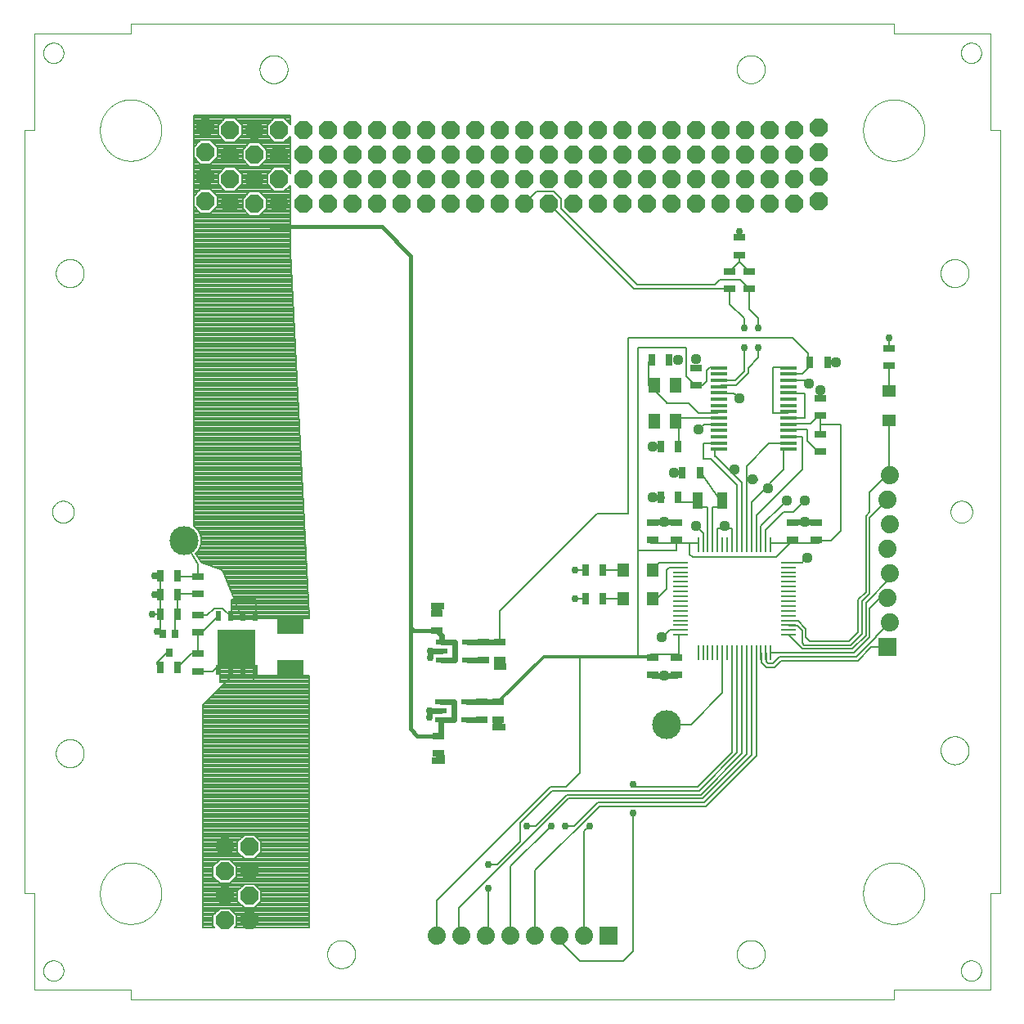
<source format=gtl>
G75*
%MOIN*%
%OFA0B0*%
%FSLAX25Y25*%
%IPPOS*%
%LPD*%
%AMOC8*
5,1,8,0,0,1.08239X$1,22.5*
%
%ADD10C,0.00004*%
%ADD11OC8,0.07400*%
%ADD12R,0.07400X0.07400*%
%ADD13C,0.07400*%
%ADD14R,0.04724X0.02362*%
%ADD15R,0.04724X0.03150*%
%ADD16R,0.03150X0.04724*%
%ADD17R,0.02756X0.03543*%
%ADD18R,0.02402X0.04016*%
%ADD19R,0.15394X0.15000*%
%ADD20R,0.10630X0.07087*%
%ADD21R,0.06102X0.00984*%
%ADD22R,0.00984X0.06102*%
%ADD23R,0.06890X0.01575*%
%ADD24R,0.03937X0.07087*%
%ADD25C,0.00800*%
%ADD26C,0.04400*%
%ADD27C,0.02400*%
%ADD28R,0.04921X0.06299*%
%ADD29R,0.00984X0.03937*%
%ADD30R,0.03937X0.00984*%
%ADD31R,0.05512X0.04724*%
%ADD32R,0.04724X0.05512*%
%ADD33C,0.01200*%
%ADD34C,0.02978*%
%ADD35R,0.02978X0.02978*%
%ADD36C,0.00787*%
%ADD37C,0.11811*%
%ADD38C,0.02000*%
%ADD39C,0.01000*%
%ADD40C,0.01600*%
D10*
X0007306Y0019117D02*
X0046676Y0019117D01*
X0046676Y0015180D01*
X0357699Y0015180D01*
X0357699Y0019117D01*
X0397069Y0019117D01*
X0397069Y0058487D01*
X0401006Y0058487D01*
X0401006Y0369510D01*
X0397069Y0369510D01*
X0397069Y0408880D01*
X0357699Y0408880D01*
X0357699Y0412817D01*
X0046676Y0412817D01*
X0046676Y0408880D01*
X0007306Y0408880D01*
X0007306Y0369510D01*
X0003369Y0369510D01*
X0003369Y0058487D01*
X0007306Y0058487D01*
X0007306Y0019117D01*
X0011046Y0026991D02*
X0011048Y0027119D01*
X0011054Y0027247D01*
X0011064Y0027374D01*
X0011078Y0027502D01*
X0011095Y0027628D01*
X0011117Y0027754D01*
X0011143Y0027880D01*
X0011172Y0028004D01*
X0011205Y0028128D01*
X0011242Y0028250D01*
X0011283Y0028371D01*
X0011328Y0028491D01*
X0011376Y0028610D01*
X0011428Y0028727D01*
X0011484Y0028842D01*
X0011543Y0028956D01*
X0011605Y0029067D01*
X0011671Y0029177D01*
X0011740Y0029284D01*
X0011813Y0029390D01*
X0011889Y0029493D01*
X0011968Y0029593D01*
X0012050Y0029692D01*
X0012135Y0029787D01*
X0012223Y0029880D01*
X0012314Y0029970D01*
X0012407Y0030057D01*
X0012504Y0030142D01*
X0012602Y0030223D01*
X0012704Y0030301D01*
X0012807Y0030376D01*
X0012913Y0030448D01*
X0013021Y0030517D01*
X0013131Y0030582D01*
X0013244Y0030643D01*
X0013358Y0030702D01*
X0013473Y0030756D01*
X0013591Y0030807D01*
X0013709Y0030855D01*
X0013830Y0030898D01*
X0013951Y0030938D01*
X0014074Y0030974D01*
X0014198Y0031007D01*
X0014323Y0031035D01*
X0014448Y0031060D01*
X0014574Y0031080D01*
X0014701Y0031097D01*
X0014829Y0031110D01*
X0014956Y0031119D01*
X0015084Y0031124D01*
X0015212Y0031125D01*
X0015340Y0031122D01*
X0015468Y0031115D01*
X0015595Y0031104D01*
X0015722Y0031089D01*
X0015849Y0031071D01*
X0015975Y0031048D01*
X0016100Y0031021D01*
X0016224Y0030991D01*
X0016347Y0030957D01*
X0016470Y0030919D01*
X0016591Y0030877D01*
X0016710Y0030831D01*
X0016828Y0030782D01*
X0016945Y0030729D01*
X0017060Y0030673D01*
X0017173Y0030613D01*
X0017284Y0030550D01*
X0017393Y0030483D01*
X0017500Y0030413D01*
X0017605Y0030339D01*
X0017707Y0030263D01*
X0017807Y0030183D01*
X0017905Y0030100D01*
X0018000Y0030014D01*
X0018092Y0029925D01*
X0018181Y0029834D01*
X0018268Y0029740D01*
X0018351Y0029643D01*
X0018432Y0029543D01*
X0018509Y0029442D01*
X0018584Y0029337D01*
X0018655Y0029231D01*
X0018722Y0029122D01*
X0018787Y0029012D01*
X0018847Y0028899D01*
X0018905Y0028785D01*
X0018958Y0028669D01*
X0019008Y0028551D01*
X0019055Y0028432D01*
X0019098Y0028311D01*
X0019137Y0028189D01*
X0019172Y0028066D01*
X0019203Y0027942D01*
X0019231Y0027817D01*
X0019254Y0027691D01*
X0019274Y0027565D01*
X0019290Y0027438D01*
X0019302Y0027311D01*
X0019310Y0027183D01*
X0019314Y0027055D01*
X0019314Y0026927D01*
X0019310Y0026799D01*
X0019302Y0026671D01*
X0019290Y0026544D01*
X0019274Y0026417D01*
X0019254Y0026291D01*
X0019231Y0026165D01*
X0019203Y0026040D01*
X0019172Y0025916D01*
X0019137Y0025793D01*
X0019098Y0025671D01*
X0019055Y0025550D01*
X0019008Y0025431D01*
X0018958Y0025313D01*
X0018905Y0025197D01*
X0018847Y0025083D01*
X0018787Y0024970D01*
X0018722Y0024860D01*
X0018655Y0024751D01*
X0018584Y0024645D01*
X0018509Y0024540D01*
X0018432Y0024439D01*
X0018351Y0024339D01*
X0018268Y0024242D01*
X0018181Y0024148D01*
X0018092Y0024057D01*
X0018000Y0023968D01*
X0017905Y0023882D01*
X0017807Y0023799D01*
X0017707Y0023719D01*
X0017605Y0023643D01*
X0017500Y0023569D01*
X0017393Y0023499D01*
X0017284Y0023432D01*
X0017173Y0023369D01*
X0017060Y0023309D01*
X0016945Y0023253D01*
X0016828Y0023200D01*
X0016710Y0023151D01*
X0016591Y0023105D01*
X0016470Y0023063D01*
X0016347Y0023025D01*
X0016224Y0022991D01*
X0016100Y0022961D01*
X0015975Y0022934D01*
X0015849Y0022911D01*
X0015722Y0022893D01*
X0015595Y0022878D01*
X0015468Y0022867D01*
X0015340Y0022860D01*
X0015212Y0022857D01*
X0015084Y0022858D01*
X0014956Y0022863D01*
X0014829Y0022872D01*
X0014701Y0022885D01*
X0014574Y0022902D01*
X0014448Y0022922D01*
X0014323Y0022947D01*
X0014198Y0022975D01*
X0014074Y0023008D01*
X0013951Y0023044D01*
X0013830Y0023084D01*
X0013709Y0023127D01*
X0013591Y0023175D01*
X0013473Y0023226D01*
X0013358Y0023280D01*
X0013244Y0023339D01*
X0013131Y0023400D01*
X0013021Y0023465D01*
X0012913Y0023534D01*
X0012807Y0023606D01*
X0012704Y0023681D01*
X0012602Y0023759D01*
X0012504Y0023840D01*
X0012407Y0023925D01*
X0012314Y0024012D01*
X0012223Y0024102D01*
X0012135Y0024195D01*
X0012050Y0024290D01*
X0011968Y0024389D01*
X0011889Y0024489D01*
X0011813Y0024592D01*
X0011740Y0024698D01*
X0011671Y0024805D01*
X0011605Y0024915D01*
X0011543Y0025026D01*
X0011484Y0025140D01*
X0011428Y0025255D01*
X0011376Y0025372D01*
X0011328Y0025491D01*
X0011283Y0025611D01*
X0011242Y0025732D01*
X0011205Y0025854D01*
X0011172Y0025978D01*
X0011143Y0026102D01*
X0011117Y0026228D01*
X0011095Y0026354D01*
X0011078Y0026480D01*
X0011064Y0026608D01*
X0011054Y0026735D01*
X0011048Y0026863D01*
X0011046Y0026991D01*
X0034176Y0058487D02*
X0034180Y0058794D01*
X0034191Y0059100D01*
X0034210Y0059407D01*
X0034236Y0059712D01*
X0034270Y0060017D01*
X0034311Y0060321D01*
X0034360Y0060624D01*
X0034416Y0060926D01*
X0034480Y0061226D01*
X0034551Y0061524D01*
X0034629Y0061821D01*
X0034714Y0062116D01*
X0034807Y0062408D01*
X0034907Y0062698D01*
X0035014Y0062986D01*
X0035128Y0063271D01*
X0035248Y0063553D01*
X0035376Y0063831D01*
X0035511Y0064107D01*
X0035652Y0064379D01*
X0035800Y0064648D01*
X0035954Y0064913D01*
X0036115Y0065174D01*
X0036283Y0065432D01*
X0036456Y0065685D01*
X0036636Y0065933D01*
X0036822Y0066177D01*
X0037013Y0066417D01*
X0037211Y0066652D01*
X0037414Y0066881D01*
X0037623Y0067106D01*
X0037837Y0067326D01*
X0038057Y0067540D01*
X0038282Y0067749D01*
X0038511Y0067952D01*
X0038746Y0068150D01*
X0038986Y0068341D01*
X0039230Y0068527D01*
X0039478Y0068707D01*
X0039731Y0068880D01*
X0039989Y0069048D01*
X0040250Y0069209D01*
X0040515Y0069363D01*
X0040784Y0069511D01*
X0041056Y0069652D01*
X0041332Y0069787D01*
X0041610Y0069915D01*
X0041892Y0070035D01*
X0042177Y0070149D01*
X0042465Y0070256D01*
X0042755Y0070356D01*
X0043047Y0070449D01*
X0043342Y0070534D01*
X0043639Y0070612D01*
X0043937Y0070683D01*
X0044237Y0070747D01*
X0044539Y0070803D01*
X0044842Y0070852D01*
X0045146Y0070893D01*
X0045451Y0070927D01*
X0045756Y0070953D01*
X0046063Y0070972D01*
X0046369Y0070983D01*
X0046676Y0070987D01*
X0046983Y0070983D01*
X0047289Y0070972D01*
X0047596Y0070953D01*
X0047901Y0070927D01*
X0048206Y0070893D01*
X0048510Y0070852D01*
X0048813Y0070803D01*
X0049115Y0070747D01*
X0049415Y0070683D01*
X0049713Y0070612D01*
X0050010Y0070534D01*
X0050305Y0070449D01*
X0050597Y0070356D01*
X0050887Y0070256D01*
X0051175Y0070149D01*
X0051460Y0070035D01*
X0051742Y0069915D01*
X0052020Y0069787D01*
X0052296Y0069652D01*
X0052568Y0069511D01*
X0052837Y0069363D01*
X0053102Y0069209D01*
X0053363Y0069048D01*
X0053621Y0068880D01*
X0053874Y0068707D01*
X0054122Y0068527D01*
X0054366Y0068341D01*
X0054606Y0068150D01*
X0054841Y0067952D01*
X0055070Y0067749D01*
X0055295Y0067540D01*
X0055515Y0067326D01*
X0055729Y0067106D01*
X0055938Y0066881D01*
X0056141Y0066652D01*
X0056339Y0066417D01*
X0056530Y0066177D01*
X0056716Y0065933D01*
X0056896Y0065685D01*
X0057069Y0065432D01*
X0057237Y0065174D01*
X0057398Y0064913D01*
X0057552Y0064648D01*
X0057700Y0064379D01*
X0057841Y0064107D01*
X0057976Y0063831D01*
X0058104Y0063553D01*
X0058224Y0063271D01*
X0058338Y0062986D01*
X0058445Y0062698D01*
X0058545Y0062408D01*
X0058638Y0062116D01*
X0058723Y0061821D01*
X0058801Y0061524D01*
X0058872Y0061226D01*
X0058936Y0060926D01*
X0058992Y0060624D01*
X0059041Y0060321D01*
X0059082Y0060017D01*
X0059116Y0059712D01*
X0059142Y0059407D01*
X0059161Y0059100D01*
X0059172Y0058794D01*
X0059176Y0058487D01*
X0059172Y0058180D01*
X0059161Y0057874D01*
X0059142Y0057567D01*
X0059116Y0057262D01*
X0059082Y0056957D01*
X0059041Y0056653D01*
X0058992Y0056350D01*
X0058936Y0056048D01*
X0058872Y0055748D01*
X0058801Y0055450D01*
X0058723Y0055153D01*
X0058638Y0054858D01*
X0058545Y0054566D01*
X0058445Y0054276D01*
X0058338Y0053988D01*
X0058224Y0053703D01*
X0058104Y0053421D01*
X0057976Y0053143D01*
X0057841Y0052867D01*
X0057700Y0052595D01*
X0057552Y0052326D01*
X0057398Y0052061D01*
X0057237Y0051800D01*
X0057069Y0051542D01*
X0056896Y0051289D01*
X0056716Y0051041D01*
X0056530Y0050797D01*
X0056339Y0050557D01*
X0056141Y0050322D01*
X0055938Y0050093D01*
X0055729Y0049868D01*
X0055515Y0049648D01*
X0055295Y0049434D01*
X0055070Y0049225D01*
X0054841Y0049022D01*
X0054606Y0048824D01*
X0054366Y0048633D01*
X0054122Y0048447D01*
X0053874Y0048267D01*
X0053621Y0048094D01*
X0053363Y0047926D01*
X0053102Y0047765D01*
X0052837Y0047611D01*
X0052568Y0047463D01*
X0052296Y0047322D01*
X0052020Y0047187D01*
X0051742Y0047059D01*
X0051460Y0046939D01*
X0051175Y0046825D01*
X0050887Y0046718D01*
X0050597Y0046618D01*
X0050305Y0046525D01*
X0050010Y0046440D01*
X0049713Y0046362D01*
X0049415Y0046291D01*
X0049115Y0046227D01*
X0048813Y0046171D01*
X0048510Y0046122D01*
X0048206Y0046081D01*
X0047901Y0046047D01*
X0047596Y0046021D01*
X0047289Y0046002D01*
X0046983Y0045991D01*
X0046676Y0045987D01*
X0046369Y0045991D01*
X0046063Y0046002D01*
X0045756Y0046021D01*
X0045451Y0046047D01*
X0045146Y0046081D01*
X0044842Y0046122D01*
X0044539Y0046171D01*
X0044237Y0046227D01*
X0043937Y0046291D01*
X0043639Y0046362D01*
X0043342Y0046440D01*
X0043047Y0046525D01*
X0042755Y0046618D01*
X0042465Y0046718D01*
X0042177Y0046825D01*
X0041892Y0046939D01*
X0041610Y0047059D01*
X0041332Y0047187D01*
X0041056Y0047322D01*
X0040784Y0047463D01*
X0040515Y0047611D01*
X0040250Y0047765D01*
X0039989Y0047926D01*
X0039731Y0048094D01*
X0039478Y0048267D01*
X0039230Y0048447D01*
X0038986Y0048633D01*
X0038746Y0048824D01*
X0038511Y0049022D01*
X0038282Y0049225D01*
X0038057Y0049434D01*
X0037837Y0049648D01*
X0037623Y0049868D01*
X0037414Y0050093D01*
X0037211Y0050322D01*
X0037013Y0050557D01*
X0036822Y0050797D01*
X0036636Y0051041D01*
X0036456Y0051289D01*
X0036283Y0051542D01*
X0036115Y0051800D01*
X0035954Y0052061D01*
X0035800Y0052326D01*
X0035652Y0052595D01*
X0035511Y0052867D01*
X0035376Y0053143D01*
X0035248Y0053421D01*
X0035128Y0053703D01*
X0035014Y0053988D01*
X0034907Y0054276D01*
X0034807Y0054566D01*
X0034714Y0054858D01*
X0034629Y0055153D01*
X0034551Y0055450D01*
X0034480Y0055748D01*
X0034416Y0056048D01*
X0034360Y0056350D01*
X0034311Y0056653D01*
X0034270Y0056957D01*
X0034236Y0057262D01*
X0034210Y0057567D01*
X0034191Y0057874D01*
X0034180Y0058180D01*
X0034176Y0058487D01*
X0016163Y0115573D02*
X0016165Y0115724D01*
X0016171Y0115874D01*
X0016181Y0116025D01*
X0016195Y0116175D01*
X0016213Y0116324D01*
X0016234Y0116474D01*
X0016260Y0116622D01*
X0016290Y0116770D01*
X0016323Y0116917D01*
X0016361Y0117063D01*
X0016402Y0117208D01*
X0016447Y0117352D01*
X0016496Y0117494D01*
X0016549Y0117635D01*
X0016605Y0117775D01*
X0016665Y0117913D01*
X0016728Y0118050D01*
X0016796Y0118185D01*
X0016866Y0118318D01*
X0016940Y0118449D01*
X0017018Y0118578D01*
X0017099Y0118705D01*
X0017183Y0118830D01*
X0017271Y0118953D01*
X0017362Y0119073D01*
X0017456Y0119191D01*
X0017553Y0119306D01*
X0017653Y0119419D01*
X0017756Y0119529D01*
X0017862Y0119636D01*
X0017971Y0119741D01*
X0018082Y0119842D01*
X0018196Y0119941D01*
X0018312Y0120036D01*
X0018432Y0120129D01*
X0018553Y0120218D01*
X0018677Y0120304D01*
X0018803Y0120387D01*
X0018931Y0120466D01*
X0019061Y0120542D01*
X0019193Y0120615D01*
X0019327Y0120683D01*
X0019463Y0120749D01*
X0019601Y0120811D01*
X0019740Y0120869D01*
X0019880Y0120923D01*
X0020022Y0120974D01*
X0020165Y0121021D01*
X0020310Y0121064D01*
X0020455Y0121103D01*
X0020602Y0121139D01*
X0020749Y0121170D01*
X0020897Y0121198D01*
X0021046Y0121222D01*
X0021195Y0121242D01*
X0021345Y0121258D01*
X0021495Y0121270D01*
X0021646Y0121278D01*
X0021797Y0121282D01*
X0021947Y0121282D01*
X0022098Y0121278D01*
X0022249Y0121270D01*
X0022399Y0121258D01*
X0022549Y0121242D01*
X0022698Y0121222D01*
X0022847Y0121198D01*
X0022995Y0121170D01*
X0023142Y0121139D01*
X0023289Y0121103D01*
X0023434Y0121064D01*
X0023579Y0121021D01*
X0023722Y0120974D01*
X0023864Y0120923D01*
X0024004Y0120869D01*
X0024143Y0120811D01*
X0024281Y0120749D01*
X0024417Y0120683D01*
X0024551Y0120615D01*
X0024683Y0120542D01*
X0024813Y0120466D01*
X0024941Y0120387D01*
X0025067Y0120304D01*
X0025191Y0120218D01*
X0025312Y0120129D01*
X0025432Y0120036D01*
X0025548Y0119941D01*
X0025662Y0119842D01*
X0025773Y0119741D01*
X0025882Y0119636D01*
X0025988Y0119529D01*
X0026091Y0119419D01*
X0026191Y0119306D01*
X0026288Y0119191D01*
X0026382Y0119073D01*
X0026473Y0118953D01*
X0026561Y0118830D01*
X0026645Y0118705D01*
X0026726Y0118578D01*
X0026804Y0118449D01*
X0026878Y0118318D01*
X0026948Y0118185D01*
X0027016Y0118050D01*
X0027079Y0117913D01*
X0027139Y0117775D01*
X0027195Y0117635D01*
X0027248Y0117494D01*
X0027297Y0117352D01*
X0027342Y0117208D01*
X0027383Y0117063D01*
X0027421Y0116917D01*
X0027454Y0116770D01*
X0027484Y0116622D01*
X0027510Y0116474D01*
X0027531Y0116324D01*
X0027549Y0116175D01*
X0027563Y0116025D01*
X0027573Y0115874D01*
X0027579Y0115724D01*
X0027581Y0115573D01*
X0027579Y0115422D01*
X0027573Y0115272D01*
X0027563Y0115121D01*
X0027549Y0114971D01*
X0027531Y0114822D01*
X0027510Y0114672D01*
X0027484Y0114524D01*
X0027454Y0114376D01*
X0027421Y0114229D01*
X0027383Y0114083D01*
X0027342Y0113938D01*
X0027297Y0113794D01*
X0027248Y0113652D01*
X0027195Y0113511D01*
X0027139Y0113371D01*
X0027079Y0113233D01*
X0027016Y0113096D01*
X0026948Y0112961D01*
X0026878Y0112828D01*
X0026804Y0112697D01*
X0026726Y0112568D01*
X0026645Y0112441D01*
X0026561Y0112316D01*
X0026473Y0112193D01*
X0026382Y0112073D01*
X0026288Y0111955D01*
X0026191Y0111840D01*
X0026091Y0111727D01*
X0025988Y0111617D01*
X0025882Y0111510D01*
X0025773Y0111405D01*
X0025662Y0111304D01*
X0025548Y0111205D01*
X0025432Y0111110D01*
X0025312Y0111017D01*
X0025191Y0110928D01*
X0025067Y0110842D01*
X0024941Y0110759D01*
X0024813Y0110680D01*
X0024683Y0110604D01*
X0024551Y0110531D01*
X0024417Y0110463D01*
X0024281Y0110397D01*
X0024143Y0110335D01*
X0024004Y0110277D01*
X0023864Y0110223D01*
X0023722Y0110172D01*
X0023579Y0110125D01*
X0023434Y0110082D01*
X0023289Y0110043D01*
X0023142Y0110007D01*
X0022995Y0109976D01*
X0022847Y0109948D01*
X0022698Y0109924D01*
X0022549Y0109904D01*
X0022399Y0109888D01*
X0022249Y0109876D01*
X0022098Y0109868D01*
X0021947Y0109864D01*
X0021797Y0109864D01*
X0021646Y0109868D01*
X0021495Y0109876D01*
X0021345Y0109888D01*
X0021195Y0109904D01*
X0021046Y0109924D01*
X0020897Y0109948D01*
X0020749Y0109976D01*
X0020602Y0110007D01*
X0020455Y0110043D01*
X0020310Y0110082D01*
X0020165Y0110125D01*
X0020022Y0110172D01*
X0019880Y0110223D01*
X0019740Y0110277D01*
X0019601Y0110335D01*
X0019463Y0110397D01*
X0019327Y0110463D01*
X0019193Y0110531D01*
X0019061Y0110604D01*
X0018931Y0110680D01*
X0018803Y0110759D01*
X0018677Y0110842D01*
X0018553Y0110928D01*
X0018432Y0111017D01*
X0018312Y0111110D01*
X0018196Y0111205D01*
X0018082Y0111304D01*
X0017971Y0111405D01*
X0017862Y0111510D01*
X0017756Y0111617D01*
X0017653Y0111727D01*
X0017553Y0111840D01*
X0017456Y0111955D01*
X0017362Y0112073D01*
X0017271Y0112193D01*
X0017183Y0112316D01*
X0017099Y0112441D01*
X0017018Y0112568D01*
X0016940Y0112697D01*
X0016866Y0112828D01*
X0016796Y0112961D01*
X0016728Y0113096D01*
X0016665Y0113233D01*
X0016605Y0113371D01*
X0016549Y0113511D01*
X0016496Y0113652D01*
X0016447Y0113794D01*
X0016402Y0113938D01*
X0016361Y0114083D01*
X0016323Y0114229D01*
X0016290Y0114376D01*
X0016260Y0114524D01*
X0016234Y0114672D01*
X0016213Y0114822D01*
X0016195Y0114971D01*
X0016181Y0115121D01*
X0016171Y0115272D01*
X0016165Y0115422D01*
X0016163Y0115573D01*
X0014668Y0213998D02*
X0014670Y0214131D01*
X0014676Y0214264D01*
X0014686Y0214397D01*
X0014700Y0214529D01*
X0014718Y0214661D01*
X0014739Y0214792D01*
X0014765Y0214923D01*
X0014795Y0215053D01*
X0014828Y0215182D01*
X0014866Y0215309D01*
X0014907Y0215436D01*
X0014952Y0215561D01*
X0015000Y0215685D01*
X0015053Y0215808D01*
X0015109Y0215928D01*
X0015168Y0216047D01*
X0015231Y0216165D01*
X0015298Y0216280D01*
X0015368Y0216393D01*
X0015441Y0216504D01*
X0015518Y0216613D01*
X0015598Y0216720D01*
X0015681Y0216824D01*
X0015767Y0216925D01*
X0015856Y0217024D01*
X0015948Y0217120D01*
X0016042Y0217214D01*
X0016140Y0217304D01*
X0016240Y0217392D01*
X0016343Y0217476D01*
X0016448Y0217558D01*
X0016556Y0217636D01*
X0016666Y0217711D01*
X0016778Y0217783D01*
X0016893Y0217851D01*
X0017009Y0217916D01*
X0017127Y0217977D01*
X0017247Y0218035D01*
X0017368Y0218089D01*
X0017492Y0218139D01*
X0017616Y0218186D01*
X0017742Y0218229D01*
X0017869Y0218268D01*
X0017998Y0218304D01*
X0018127Y0218335D01*
X0018257Y0218363D01*
X0018388Y0218387D01*
X0018520Y0218407D01*
X0018652Y0218423D01*
X0018785Y0218435D01*
X0018917Y0218443D01*
X0019050Y0218447D01*
X0019184Y0218447D01*
X0019317Y0218443D01*
X0019449Y0218435D01*
X0019582Y0218423D01*
X0019714Y0218407D01*
X0019846Y0218387D01*
X0019977Y0218363D01*
X0020107Y0218335D01*
X0020236Y0218304D01*
X0020365Y0218268D01*
X0020492Y0218229D01*
X0020618Y0218186D01*
X0020742Y0218139D01*
X0020866Y0218089D01*
X0020987Y0218035D01*
X0021107Y0217977D01*
X0021225Y0217916D01*
X0021342Y0217851D01*
X0021456Y0217783D01*
X0021568Y0217711D01*
X0021678Y0217636D01*
X0021786Y0217558D01*
X0021891Y0217476D01*
X0021994Y0217392D01*
X0022094Y0217304D01*
X0022192Y0217214D01*
X0022286Y0217120D01*
X0022378Y0217024D01*
X0022467Y0216925D01*
X0022553Y0216824D01*
X0022636Y0216720D01*
X0022716Y0216613D01*
X0022793Y0216504D01*
X0022866Y0216393D01*
X0022936Y0216280D01*
X0023003Y0216165D01*
X0023066Y0216047D01*
X0023125Y0215928D01*
X0023181Y0215808D01*
X0023234Y0215685D01*
X0023282Y0215561D01*
X0023327Y0215436D01*
X0023368Y0215309D01*
X0023406Y0215182D01*
X0023439Y0215053D01*
X0023469Y0214923D01*
X0023495Y0214792D01*
X0023516Y0214661D01*
X0023534Y0214529D01*
X0023548Y0214397D01*
X0023558Y0214264D01*
X0023564Y0214131D01*
X0023566Y0213998D01*
X0023564Y0213865D01*
X0023558Y0213732D01*
X0023548Y0213599D01*
X0023534Y0213467D01*
X0023516Y0213335D01*
X0023495Y0213204D01*
X0023469Y0213073D01*
X0023439Y0212943D01*
X0023406Y0212814D01*
X0023368Y0212687D01*
X0023327Y0212560D01*
X0023282Y0212435D01*
X0023234Y0212311D01*
X0023181Y0212188D01*
X0023125Y0212068D01*
X0023066Y0211949D01*
X0023003Y0211831D01*
X0022936Y0211716D01*
X0022866Y0211603D01*
X0022793Y0211492D01*
X0022716Y0211383D01*
X0022636Y0211276D01*
X0022553Y0211172D01*
X0022467Y0211071D01*
X0022378Y0210972D01*
X0022286Y0210876D01*
X0022192Y0210782D01*
X0022094Y0210692D01*
X0021994Y0210604D01*
X0021891Y0210520D01*
X0021786Y0210438D01*
X0021678Y0210360D01*
X0021568Y0210285D01*
X0021456Y0210213D01*
X0021341Y0210145D01*
X0021225Y0210080D01*
X0021107Y0210019D01*
X0020987Y0209961D01*
X0020866Y0209907D01*
X0020742Y0209857D01*
X0020618Y0209810D01*
X0020492Y0209767D01*
X0020365Y0209728D01*
X0020236Y0209692D01*
X0020107Y0209661D01*
X0019977Y0209633D01*
X0019846Y0209609D01*
X0019714Y0209589D01*
X0019582Y0209573D01*
X0019449Y0209561D01*
X0019317Y0209553D01*
X0019184Y0209549D01*
X0019050Y0209549D01*
X0018917Y0209553D01*
X0018785Y0209561D01*
X0018652Y0209573D01*
X0018520Y0209589D01*
X0018388Y0209609D01*
X0018257Y0209633D01*
X0018127Y0209661D01*
X0017998Y0209692D01*
X0017869Y0209728D01*
X0017742Y0209767D01*
X0017616Y0209810D01*
X0017492Y0209857D01*
X0017368Y0209907D01*
X0017247Y0209961D01*
X0017127Y0210019D01*
X0017009Y0210080D01*
X0016892Y0210145D01*
X0016778Y0210213D01*
X0016666Y0210285D01*
X0016556Y0210360D01*
X0016448Y0210438D01*
X0016343Y0210520D01*
X0016240Y0210604D01*
X0016140Y0210692D01*
X0016042Y0210782D01*
X0015948Y0210876D01*
X0015856Y0210972D01*
X0015767Y0211071D01*
X0015681Y0211172D01*
X0015598Y0211276D01*
X0015518Y0211383D01*
X0015441Y0211492D01*
X0015368Y0211603D01*
X0015298Y0211716D01*
X0015231Y0211831D01*
X0015168Y0211949D01*
X0015109Y0212068D01*
X0015053Y0212188D01*
X0015000Y0212311D01*
X0014952Y0212435D01*
X0014907Y0212560D01*
X0014866Y0212687D01*
X0014828Y0212814D01*
X0014795Y0212943D01*
X0014765Y0213073D01*
X0014739Y0213204D01*
X0014718Y0213335D01*
X0014700Y0213467D01*
X0014686Y0213599D01*
X0014676Y0213732D01*
X0014670Y0213865D01*
X0014668Y0213998D01*
X0016163Y0311243D02*
X0016165Y0311394D01*
X0016171Y0311544D01*
X0016181Y0311695D01*
X0016195Y0311845D01*
X0016213Y0311994D01*
X0016234Y0312144D01*
X0016260Y0312292D01*
X0016290Y0312440D01*
X0016323Y0312587D01*
X0016361Y0312733D01*
X0016402Y0312878D01*
X0016447Y0313022D01*
X0016496Y0313164D01*
X0016549Y0313305D01*
X0016605Y0313445D01*
X0016665Y0313583D01*
X0016728Y0313720D01*
X0016796Y0313855D01*
X0016866Y0313988D01*
X0016940Y0314119D01*
X0017018Y0314248D01*
X0017099Y0314375D01*
X0017183Y0314500D01*
X0017271Y0314623D01*
X0017362Y0314743D01*
X0017456Y0314861D01*
X0017553Y0314976D01*
X0017653Y0315089D01*
X0017756Y0315199D01*
X0017862Y0315306D01*
X0017971Y0315411D01*
X0018082Y0315512D01*
X0018196Y0315611D01*
X0018312Y0315706D01*
X0018432Y0315799D01*
X0018553Y0315888D01*
X0018677Y0315974D01*
X0018803Y0316057D01*
X0018931Y0316136D01*
X0019061Y0316212D01*
X0019193Y0316285D01*
X0019327Y0316353D01*
X0019463Y0316419D01*
X0019601Y0316481D01*
X0019740Y0316539D01*
X0019880Y0316593D01*
X0020022Y0316644D01*
X0020165Y0316691D01*
X0020310Y0316734D01*
X0020455Y0316773D01*
X0020602Y0316809D01*
X0020749Y0316840D01*
X0020897Y0316868D01*
X0021046Y0316892D01*
X0021195Y0316912D01*
X0021345Y0316928D01*
X0021495Y0316940D01*
X0021646Y0316948D01*
X0021797Y0316952D01*
X0021947Y0316952D01*
X0022098Y0316948D01*
X0022249Y0316940D01*
X0022399Y0316928D01*
X0022549Y0316912D01*
X0022698Y0316892D01*
X0022847Y0316868D01*
X0022995Y0316840D01*
X0023142Y0316809D01*
X0023289Y0316773D01*
X0023434Y0316734D01*
X0023579Y0316691D01*
X0023722Y0316644D01*
X0023864Y0316593D01*
X0024004Y0316539D01*
X0024143Y0316481D01*
X0024281Y0316419D01*
X0024417Y0316353D01*
X0024551Y0316285D01*
X0024683Y0316212D01*
X0024813Y0316136D01*
X0024941Y0316057D01*
X0025067Y0315974D01*
X0025191Y0315888D01*
X0025312Y0315799D01*
X0025432Y0315706D01*
X0025548Y0315611D01*
X0025662Y0315512D01*
X0025773Y0315411D01*
X0025882Y0315306D01*
X0025988Y0315199D01*
X0026091Y0315089D01*
X0026191Y0314976D01*
X0026288Y0314861D01*
X0026382Y0314743D01*
X0026473Y0314623D01*
X0026561Y0314500D01*
X0026645Y0314375D01*
X0026726Y0314248D01*
X0026804Y0314119D01*
X0026878Y0313988D01*
X0026948Y0313855D01*
X0027016Y0313720D01*
X0027079Y0313583D01*
X0027139Y0313445D01*
X0027195Y0313305D01*
X0027248Y0313164D01*
X0027297Y0313022D01*
X0027342Y0312878D01*
X0027383Y0312733D01*
X0027421Y0312587D01*
X0027454Y0312440D01*
X0027484Y0312292D01*
X0027510Y0312144D01*
X0027531Y0311994D01*
X0027549Y0311845D01*
X0027563Y0311695D01*
X0027573Y0311544D01*
X0027579Y0311394D01*
X0027581Y0311243D01*
X0027579Y0311092D01*
X0027573Y0310942D01*
X0027563Y0310791D01*
X0027549Y0310641D01*
X0027531Y0310492D01*
X0027510Y0310342D01*
X0027484Y0310194D01*
X0027454Y0310046D01*
X0027421Y0309899D01*
X0027383Y0309753D01*
X0027342Y0309608D01*
X0027297Y0309464D01*
X0027248Y0309322D01*
X0027195Y0309181D01*
X0027139Y0309041D01*
X0027079Y0308903D01*
X0027016Y0308766D01*
X0026948Y0308631D01*
X0026878Y0308498D01*
X0026804Y0308367D01*
X0026726Y0308238D01*
X0026645Y0308111D01*
X0026561Y0307986D01*
X0026473Y0307863D01*
X0026382Y0307743D01*
X0026288Y0307625D01*
X0026191Y0307510D01*
X0026091Y0307397D01*
X0025988Y0307287D01*
X0025882Y0307180D01*
X0025773Y0307075D01*
X0025662Y0306974D01*
X0025548Y0306875D01*
X0025432Y0306780D01*
X0025312Y0306687D01*
X0025191Y0306598D01*
X0025067Y0306512D01*
X0024941Y0306429D01*
X0024813Y0306350D01*
X0024683Y0306274D01*
X0024551Y0306201D01*
X0024417Y0306133D01*
X0024281Y0306067D01*
X0024143Y0306005D01*
X0024004Y0305947D01*
X0023864Y0305893D01*
X0023722Y0305842D01*
X0023579Y0305795D01*
X0023434Y0305752D01*
X0023289Y0305713D01*
X0023142Y0305677D01*
X0022995Y0305646D01*
X0022847Y0305618D01*
X0022698Y0305594D01*
X0022549Y0305574D01*
X0022399Y0305558D01*
X0022249Y0305546D01*
X0022098Y0305538D01*
X0021947Y0305534D01*
X0021797Y0305534D01*
X0021646Y0305538D01*
X0021495Y0305546D01*
X0021345Y0305558D01*
X0021195Y0305574D01*
X0021046Y0305594D01*
X0020897Y0305618D01*
X0020749Y0305646D01*
X0020602Y0305677D01*
X0020455Y0305713D01*
X0020310Y0305752D01*
X0020165Y0305795D01*
X0020022Y0305842D01*
X0019880Y0305893D01*
X0019740Y0305947D01*
X0019601Y0306005D01*
X0019463Y0306067D01*
X0019327Y0306133D01*
X0019193Y0306201D01*
X0019061Y0306274D01*
X0018931Y0306350D01*
X0018803Y0306429D01*
X0018677Y0306512D01*
X0018553Y0306598D01*
X0018432Y0306687D01*
X0018312Y0306780D01*
X0018196Y0306875D01*
X0018082Y0306974D01*
X0017971Y0307075D01*
X0017862Y0307180D01*
X0017756Y0307287D01*
X0017653Y0307397D01*
X0017553Y0307510D01*
X0017456Y0307625D01*
X0017362Y0307743D01*
X0017271Y0307863D01*
X0017183Y0307986D01*
X0017099Y0308111D01*
X0017018Y0308238D01*
X0016940Y0308367D01*
X0016866Y0308498D01*
X0016796Y0308631D01*
X0016728Y0308766D01*
X0016665Y0308903D01*
X0016605Y0309041D01*
X0016549Y0309181D01*
X0016496Y0309322D01*
X0016447Y0309464D01*
X0016402Y0309608D01*
X0016361Y0309753D01*
X0016323Y0309899D01*
X0016290Y0310046D01*
X0016260Y0310194D01*
X0016234Y0310342D01*
X0016213Y0310492D01*
X0016195Y0310641D01*
X0016181Y0310791D01*
X0016171Y0310942D01*
X0016165Y0311092D01*
X0016163Y0311243D01*
X0034176Y0369510D02*
X0034180Y0369817D01*
X0034191Y0370123D01*
X0034210Y0370430D01*
X0034236Y0370735D01*
X0034270Y0371040D01*
X0034311Y0371344D01*
X0034360Y0371647D01*
X0034416Y0371949D01*
X0034480Y0372249D01*
X0034551Y0372547D01*
X0034629Y0372844D01*
X0034714Y0373139D01*
X0034807Y0373431D01*
X0034907Y0373721D01*
X0035014Y0374009D01*
X0035128Y0374294D01*
X0035248Y0374576D01*
X0035376Y0374854D01*
X0035511Y0375130D01*
X0035652Y0375402D01*
X0035800Y0375671D01*
X0035954Y0375936D01*
X0036115Y0376197D01*
X0036283Y0376455D01*
X0036456Y0376708D01*
X0036636Y0376956D01*
X0036822Y0377200D01*
X0037013Y0377440D01*
X0037211Y0377675D01*
X0037414Y0377904D01*
X0037623Y0378129D01*
X0037837Y0378349D01*
X0038057Y0378563D01*
X0038282Y0378772D01*
X0038511Y0378975D01*
X0038746Y0379173D01*
X0038986Y0379364D01*
X0039230Y0379550D01*
X0039478Y0379730D01*
X0039731Y0379903D01*
X0039989Y0380071D01*
X0040250Y0380232D01*
X0040515Y0380386D01*
X0040784Y0380534D01*
X0041056Y0380675D01*
X0041332Y0380810D01*
X0041610Y0380938D01*
X0041892Y0381058D01*
X0042177Y0381172D01*
X0042465Y0381279D01*
X0042755Y0381379D01*
X0043047Y0381472D01*
X0043342Y0381557D01*
X0043639Y0381635D01*
X0043937Y0381706D01*
X0044237Y0381770D01*
X0044539Y0381826D01*
X0044842Y0381875D01*
X0045146Y0381916D01*
X0045451Y0381950D01*
X0045756Y0381976D01*
X0046063Y0381995D01*
X0046369Y0382006D01*
X0046676Y0382010D01*
X0046983Y0382006D01*
X0047289Y0381995D01*
X0047596Y0381976D01*
X0047901Y0381950D01*
X0048206Y0381916D01*
X0048510Y0381875D01*
X0048813Y0381826D01*
X0049115Y0381770D01*
X0049415Y0381706D01*
X0049713Y0381635D01*
X0050010Y0381557D01*
X0050305Y0381472D01*
X0050597Y0381379D01*
X0050887Y0381279D01*
X0051175Y0381172D01*
X0051460Y0381058D01*
X0051742Y0380938D01*
X0052020Y0380810D01*
X0052296Y0380675D01*
X0052568Y0380534D01*
X0052837Y0380386D01*
X0053102Y0380232D01*
X0053363Y0380071D01*
X0053621Y0379903D01*
X0053874Y0379730D01*
X0054122Y0379550D01*
X0054366Y0379364D01*
X0054606Y0379173D01*
X0054841Y0378975D01*
X0055070Y0378772D01*
X0055295Y0378563D01*
X0055515Y0378349D01*
X0055729Y0378129D01*
X0055938Y0377904D01*
X0056141Y0377675D01*
X0056339Y0377440D01*
X0056530Y0377200D01*
X0056716Y0376956D01*
X0056896Y0376708D01*
X0057069Y0376455D01*
X0057237Y0376197D01*
X0057398Y0375936D01*
X0057552Y0375671D01*
X0057700Y0375402D01*
X0057841Y0375130D01*
X0057976Y0374854D01*
X0058104Y0374576D01*
X0058224Y0374294D01*
X0058338Y0374009D01*
X0058445Y0373721D01*
X0058545Y0373431D01*
X0058638Y0373139D01*
X0058723Y0372844D01*
X0058801Y0372547D01*
X0058872Y0372249D01*
X0058936Y0371949D01*
X0058992Y0371647D01*
X0059041Y0371344D01*
X0059082Y0371040D01*
X0059116Y0370735D01*
X0059142Y0370430D01*
X0059161Y0370123D01*
X0059172Y0369817D01*
X0059176Y0369510D01*
X0059172Y0369203D01*
X0059161Y0368897D01*
X0059142Y0368590D01*
X0059116Y0368285D01*
X0059082Y0367980D01*
X0059041Y0367676D01*
X0058992Y0367373D01*
X0058936Y0367071D01*
X0058872Y0366771D01*
X0058801Y0366473D01*
X0058723Y0366176D01*
X0058638Y0365881D01*
X0058545Y0365589D01*
X0058445Y0365299D01*
X0058338Y0365011D01*
X0058224Y0364726D01*
X0058104Y0364444D01*
X0057976Y0364166D01*
X0057841Y0363890D01*
X0057700Y0363618D01*
X0057552Y0363349D01*
X0057398Y0363084D01*
X0057237Y0362823D01*
X0057069Y0362565D01*
X0056896Y0362312D01*
X0056716Y0362064D01*
X0056530Y0361820D01*
X0056339Y0361580D01*
X0056141Y0361345D01*
X0055938Y0361116D01*
X0055729Y0360891D01*
X0055515Y0360671D01*
X0055295Y0360457D01*
X0055070Y0360248D01*
X0054841Y0360045D01*
X0054606Y0359847D01*
X0054366Y0359656D01*
X0054122Y0359470D01*
X0053874Y0359290D01*
X0053621Y0359117D01*
X0053363Y0358949D01*
X0053102Y0358788D01*
X0052837Y0358634D01*
X0052568Y0358486D01*
X0052296Y0358345D01*
X0052020Y0358210D01*
X0051742Y0358082D01*
X0051460Y0357962D01*
X0051175Y0357848D01*
X0050887Y0357741D01*
X0050597Y0357641D01*
X0050305Y0357548D01*
X0050010Y0357463D01*
X0049713Y0357385D01*
X0049415Y0357314D01*
X0049115Y0357250D01*
X0048813Y0357194D01*
X0048510Y0357145D01*
X0048206Y0357104D01*
X0047901Y0357070D01*
X0047596Y0357044D01*
X0047289Y0357025D01*
X0046983Y0357014D01*
X0046676Y0357010D01*
X0046369Y0357014D01*
X0046063Y0357025D01*
X0045756Y0357044D01*
X0045451Y0357070D01*
X0045146Y0357104D01*
X0044842Y0357145D01*
X0044539Y0357194D01*
X0044237Y0357250D01*
X0043937Y0357314D01*
X0043639Y0357385D01*
X0043342Y0357463D01*
X0043047Y0357548D01*
X0042755Y0357641D01*
X0042465Y0357741D01*
X0042177Y0357848D01*
X0041892Y0357962D01*
X0041610Y0358082D01*
X0041332Y0358210D01*
X0041056Y0358345D01*
X0040784Y0358486D01*
X0040515Y0358634D01*
X0040250Y0358788D01*
X0039989Y0358949D01*
X0039731Y0359117D01*
X0039478Y0359290D01*
X0039230Y0359470D01*
X0038986Y0359656D01*
X0038746Y0359847D01*
X0038511Y0360045D01*
X0038282Y0360248D01*
X0038057Y0360457D01*
X0037837Y0360671D01*
X0037623Y0360891D01*
X0037414Y0361116D01*
X0037211Y0361345D01*
X0037013Y0361580D01*
X0036822Y0361820D01*
X0036636Y0362064D01*
X0036456Y0362312D01*
X0036283Y0362565D01*
X0036115Y0362823D01*
X0035954Y0363084D01*
X0035800Y0363349D01*
X0035652Y0363618D01*
X0035511Y0363890D01*
X0035376Y0364166D01*
X0035248Y0364444D01*
X0035128Y0364726D01*
X0035014Y0365011D01*
X0034907Y0365299D01*
X0034807Y0365589D01*
X0034714Y0365881D01*
X0034629Y0366176D01*
X0034551Y0366473D01*
X0034480Y0366771D01*
X0034416Y0367071D01*
X0034360Y0367373D01*
X0034311Y0367676D01*
X0034270Y0367980D01*
X0034236Y0368285D01*
X0034210Y0368590D01*
X0034191Y0368897D01*
X0034180Y0369203D01*
X0034176Y0369510D01*
X0011046Y0401006D02*
X0011048Y0401134D01*
X0011054Y0401262D01*
X0011064Y0401389D01*
X0011078Y0401517D01*
X0011095Y0401643D01*
X0011117Y0401769D01*
X0011143Y0401895D01*
X0011172Y0402019D01*
X0011205Y0402143D01*
X0011242Y0402265D01*
X0011283Y0402386D01*
X0011328Y0402506D01*
X0011376Y0402625D01*
X0011428Y0402742D01*
X0011484Y0402857D01*
X0011543Y0402971D01*
X0011605Y0403082D01*
X0011671Y0403192D01*
X0011740Y0403299D01*
X0011813Y0403405D01*
X0011889Y0403508D01*
X0011968Y0403608D01*
X0012050Y0403707D01*
X0012135Y0403802D01*
X0012223Y0403895D01*
X0012314Y0403985D01*
X0012407Y0404072D01*
X0012504Y0404157D01*
X0012602Y0404238D01*
X0012704Y0404316D01*
X0012807Y0404391D01*
X0012913Y0404463D01*
X0013021Y0404532D01*
X0013131Y0404597D01*
X0013244Y0404658D01*
X0013358Y0404717D01*
X0013473Y0404771D01*
X0013591Y0404822D01*
X0013709Y0404870D01*
X0013830Y0404913D01*
X0013951Y0404953D01*
X0014074Y0404989D01*
X0014198Y0405022D01*
X0014323Y0405050D01*
X0014448Y0405075D01*
X0014574Y0405095D01*
X0014701Y0405112D01*
X0014829Y0405125D01*
X0014956Y0405134D01*
X0015084Y0405139D01*
X0015212Y0405140D01*
X0015340Y0405137D01*
X0015468Y0405130D01*
X0015595Y0405119D01*
X0015722Y0405104D01*
X0015849Y0405086D01*
X0015975Y0405063D01*
X0016100Y0405036D01*
X0016224Y0405006D01*
X0016347Y0404972D01*
X0016470Y0404934D01*
X0016591Y0404892D01*
X0016710Y0404846D01*
X0016828Y0404797D01*
X0016945Y0404744D01*
X0017060Y0404688D01*
X0017173Y0404628D01*
X0017284Y0404565D01*
X0017393Y0404498D01*
X0017500Y0404428D01*
X0017605Y0404354D01*
X0017707Y0404278D01*
X0017807Y0404198D01*
X0017905Y0404115D01*
X0018000Y0404029D01*
X0018092Y0403940D01*
X0018181Y0403849D01*
X0018268Y0403755D01*
X0018351Y0403658D01*
X0018432Y0403558D01*
X0018509Y0403457D01*
X0018584Y0403352D01*
X0018655Y0403246D01*
X0018722Y0403137D01*
X0018787Y0403027D01*
X0018847Y0402914D01*
X0018905Y0402800D01*
X0018958Y0402684D01*
X0019008Y0402566D01*
X0019055Y0402447D01*
X0019098Y0402326D01*
X0019137Y0402204D01*
X0019172Y0402081D01*
X0019203Y0401957D01*
X0019231Y0401832D01*
X0019254Y0401706D01*
X0019274Y0401580D01*
X0019290Y0401453D01*
X0019302Y0401326D01*
X0019310Y0401198D01*
X0019314Y0401070D01*
X0019314Y0400942D01*
X0019310Y0400814D01*
X0019302Y0400686D01*
X0019290Y0400559D01*
X0019274Y0400432D01*
X0019254Y0400306D01*
X0019231Y0400180D01*
X0019203Y0400055D01*
X0019172Y0399931D01*
X0019137Y0399808D01*
X0019098Y0399686D01*
X0019055Y0399565D01*
X0019008Y0399446D01*
X0018958Y0399328D01*
X0018905Y0399212D01*
X0018847Y0399098D01*
X0018787Y0398985D01*
X0018722Y0398875D01*
X0018655Y0398766D01*
X0018584Y0398660D01*
X0018509Y0398555D01*
X0018432Y0398454D01*
X0018351Y0398354D01*
X0018268Y0398257D01*
X0018181Y0398163D01*
X0018092Y0398072D01*
X0018000Y0397983D01*
X0017905Y0397897D01*
X0017807Y0397814D01*
X0017707Y0397734D01*
X0017605Y0397658D01*
X0017500Y0397584D01*
X0017393Y0397514D01*
X0017284Y0397447D01*
X0017173Y0397384D01*
X0017060Y0397324D01*
X0016945Y0397268D01*
X0016828Y0397215D01*
X0016710Y0397166D01*
X0016591Y0397120D01*
X0016470Y0397078D01*
X0016347Y0397040D01*
X0016224Y0397006D01*
X0016100Y0396976D01*
X0015975Y0396949D01*
X0015849Y0396926D01*
X0015722Y0396908D01*
X0015595Y0396893D01*
X0015468Y0396882D01*
X0015340Y0396875D01*
X0015212Y0396872D01*
X0015084Y0396873D01*
X0014956Y0396878D01*
X0014829Y0396887D01*
X0014701Y0396900D01*
X0014574Y0396917D01*
X0014448Y0396937D01*
X0014323Y0396962D01*
X0014198Y0396990D01*
X0014074Y0397023D01*
X0013951Y0397059D01*
X0013830Y0397099D01*
X0013709Y0397142D01*
X0013591Y0397190D01*
X0013473Y0397241D01*
X0013358Y0397295D01*
X0013244Y0397354D01*
X0013131Y0397415D01*
X0013021Y0397480D01*
X0012913Y0397549D01*
X0012807Y0397621D01*
X0012704Y0397696D01*
X0012602Y0397774D01*
X0012504Y0397855D01*
X0012407Y0397940D01*
X0012314Y0398027D01*
X0012223Y0398117D01*
X0012135Y0398210D01*
X0012050Y0398305D01*
X0011968Y0398404D01*
X0011889Y0398504D01*
X0011813Y0398607D01*
X0011740Y0398713D01*
X0011671Y0398820D01*
X0011605Y0398930D01*
X0011543Y0399041D01*
X0011484Y0399155D01*
X0011428Y0399270D01*
X0011376Y0399387D01*
X0011328Y0399506D01*
X0011283Y0399626D01*
X0011242Y0399747D01*
X0011205Y0399869D01*
X0011172Y0399993D01*
X0011143Y0400117D01*
X0011117Y0400243D01*
X0011095Y0400369D01*
X0011078Y0400495D01*
X0011064Y0400623D01*
X0011054Y0400750D01*
X0011048Y0400878D01*
X0011046Y0401006D01*
X0099234Y0394313D02*
X0099236Y0394464D01*
X0099242Y0394614D01*
X0099252Y0394765D01*
X0099266Y0394915D01*
X0099284Y0395064D01*
X0099305Y0395214D01*
X0099331Y0395362D01*
X0099361Y0395510D01*
X0099394Y0395657D01*
X0099432Y0395803D01*
X0099473Y0395948D01*
X0099518Y0396092D01*
X0099567Y0396234D01*
X0099620Y0396375D01*
X0099676Y0396515D01*
X0099736Y0396653D01*
X0099799Y0396790D01*
X0099867Y0396925D01*
X0099937Y0397058D01*
X0100011Y0397189D01*
X0100089Y0397318D01*
X0100170Y0397445D01*
X0100254Y0397570D01*
X0100342Y0397693D01*
X0100433Y0397813D01*
X0100527Y0397931D01*
X0100624Y0398046D01*
X0100724Y0398159D01*
X0100827Y0398269D01*
X0100933Y0398376D01*
X0101042Y0398481D01*
X0101153Y0398582D01*
X0101267Y0398681D01*
X0101383Y0398776D01*
X0101503Y0398869D01*
X0101624Y0398958D01*
X0101748Y0399044D01*
X0101874Y0399127D01*
X0102002Y0399206D01*
X0102132Y0399282D01*
X0102264Y0399355D01*
X0102398Y0399423D01*
X0102534Y0399489D01*
X0102672Y0399551D01*
X0102811Y0399609D01*
X0102951Y0399663D01*
X0103093Y0399714D01*
X0103236Y0399761D01*
X0103381Y0399804D01*
X0103526Y0399843D01*
X0103673Y0399879D01*
X0103820Y0399910D01*
X0103968Y0399938D01*
X0104117Y0399962D01*
X0104266Y0399982D01*
X0104416Y0399998D01*
X0104566Y0400010D01*
X0104717Y0400018D01*
X0104868Y0400022D01*
X0105018Y0400022D01*
X0105169Y0400018D01*
X0105320Y0400010D01*
X0105470Y0399998D01*
X0105620Y0399982D01*
X0105769Y0399962D01*
X0105918Y0399938D01*
X0106066Y0399910D01*
X0106213Y0399879D01*
X0106360Y0399843D01*
X0106505Y0399804D01*
X0106650Y0399761D01*
X0106793Y0399714D01*
X0106935Y0399663D01*
X0107075Y0399609D01*
X0107214Y0399551D01*
X0107352Y0399489D01*
X0107488Y0399423D01*
X0107622Y0399355D01*
X0107754Y0399282D01*
X0107884Y0399206D01*
X0108012Y0399127D01*
X0108138Y0399044D01*
X0108262Y0398958D01*
X0108383Y0398869D01*
X0108503Y0398776D01*
X0108619Y0398681D01*
X0108733Y0398582D01*
X0108844Y0398481D01*
X0108953Y0398376D01*
X0109059Y0398269D01*
X0109162Y0398159D01*
X0109262Y0398046D01*
X0109359Y0397931D01*
X0109453Y0397813D01*
X0109544Y0397693D01*
X0109632Y0397570D01*
X0109716Y0397445D01*
X0109797Y0397318D01*
X0109875Y0397189D01*
X0109949Y0397058D01*
X0110019Y0396925D01*
X0110087Y0396790D01*
X0110150Y0396653D01*
X0110210Y0396515D01*
X0110266Y0396375D01*
X0110319Y0396234D01*
X0110368Y0396092D01*
X0110413Y0395948D01*
X0110454Y0395803D01*
X0110492Y0395657D01*
X0110525Y0395510D01*
X0110555Y0395362D01*
X0110581Y0395214D01*
X0110602Y0395064D01*
X0110620Y0394915D01*
X0110634Y0394765D01*
X0110644Y0394614D01*
X0110650Y0394464D01*
X0110652Y0394313D01*
X0110650Y0394162D01*
X0110644Y0394012D01*
X0110634Y0393861D01*
X0110620Y0393711D01*
X0110602Y0393562D01*
X0110581Y0393412D01*
X0110555Y0393264D01*
X0110525Y0393116D01*
X0110492Y0392969D01*
X0110454Y0392823D01*
X0110413Y0392678D01*
X0110368Y0392534D01*
X0110319Y0392392D01*
X0110266Y0392251D01*
X0110210Y0392111D01*
X0110150Y0391973D01*
X0110087Y0391836D01*
X0110019Y0391701D01*
X0109949Y0391568D01*
X0109875Y0391437D01*
X0109797Y0391308D01*
X0109716Y0391181D01*
X0109632Y0391056D01*
X0109544Y0390933D01*
X0109453Y0390813D01*
X0109359Y0390695D01*
X0109262Y0390580D01*
X0109162Y0390467D01*
X0109059Y0390357D01*
X0108953Y0390250D01*
X0108844Y0390145D01*
X0108733Y0390044D01*
X0108619Y0389945D01*
X0108503Y0389850D01*
X0108383Y0389757D01*
X0108262Y0389668D01*
X0108138Y0389582D01*
X0108012Y0389499D01*
X0107884Y0389420D01*
X0107754Y0389344D01*
X0107622Y0389271D01*
X0107488Y0389203D01*
X0107352Y0389137D01*
X0107214Y0389075D01*
X0107075Y0389017D01*
X0106935Y0388963D01*
X0106793Y0388912D01*
X0106650Y0388865D01*
X0106505Y0388822D01*
X0106360Y0388783D01*
X0106213Y0388747D01*
X0106066Y0388716D01*
X0105918Y0388688D01*
X0105769Y0388664D01*
X0105620Y0388644D01*
X0105470Y0388628D01*
X0105320Y0388616D01*
X0105169Y0388608D01*
X0105018Y0388604D01*
X0104868Y0388604D01*
X0104717Y0388608D01*
X0104566Y0388616D01*
X0104416Y0388628D01*
X0104266Y0388644D01*
X0104117Y0388664D01*
X0103968Y0388688D01*
X0103820Y0388716D01*
X0103673Y0388747D01*
X0103526Y0388783D01*
X0103381Y0388822D01*
X0103236Y0388865D01*
X0103093Y0388912D01*
X0102951Y0388963D01*
X0102811Y0389017D01*
X0102672Y0389075D01*
X0102534Y0389137D01*
X0102398Y0389203D01*
X0102264Y0389271D01*
X0102132Y0389344D01*
X0102002Y0389420D01*
X0101874Y0389499D01*
X0101748Y0389582D01*
X0101624Y0389668D01*
X0101503Y0389757D01*
X0101383Y0389850D01*
X0101267Y0389945D01*
X0101153Y0390044D01*
X0101042Y0390145D01*
X0100933Y0390250D01*
X0100827Y0390357D01*
X0100724Y0390467D01*
X0100624Y0390580D01*
X0100527Y0390695D01*
X0100433Y0390813D01*
X0100342Y0390933D01*
X0100254Y0391056D01*
X0100170Y0391181D01*
X0100089Y0391308D01*
X0100011Y0391437D01*
X0099937Y0391568D01*
X0099867Y0391701D01*
X0099799Y0391836D01*
X0099736Y0391973D01*
X0099676Y0392111D01*
X0099620Y0392251D01*
X0099567Y0392392D01*
X0099518Y0392534D01*
X0099473Y0392678D01*
X0099432Y0392823D01*
X0099394Y0392969D01*
X0099361Y0393116D01*
X0099331Y0393264D01*
X0099305Y0393412D01*
X0099284Y0393562D01*
X0099266Y0393711D01*
X0099252Y0393861D01*
X0099242Y0394012D01*
X0099236Y0394162D01*
X0099234Y0394313D01*
X0293722Y0394313D02*
X0293724Y0394464D01*
X0293730Y0394614D01*
X0293740Y0394765D01*
X0293754Y0394915D01*
X0293772Y0395064D01*
X0293793Y0395214D01*
X0293819Y0395362D01*
X0293849Y0395510D01*
X0293882Y0395657D01*
X0293920Y0395803D01*
X0293961Y0395948D01*
X0294006Y0396092D01*
X0294055Y0396234D01*
X0294108Y0396375D01*
X0294164Y0396515D01*
X0294224Y0396653D01*
X0294287Y0396790D01*
X0294355Y0396925D01*
X0294425Y0397058D01*
X0294499Y0397189D01*
X0294577Y0397318D01*
X0294658Y0397445D01*
X0294742Y0397570D01*
X0294830Y0397693D01*
X0294921Y0397813D01*
X0295015Y0397931D01*
X0295112Y0398046D01*
X0295212Y0398159D01*
X0295315Y0398269D01*
X0295421Y0398376D01*
X0295530Y0398481D01*
X0295641Y0398582D01*
X0295755Y0398681D01*
X0295871Y0398776D01*
X0295991Y0398869D01*
X0296112Y0398958D01*
X0296236Y0399044D01*
X0296362Y0399127D01*
X0296490Y0399206D01*
X0296620Y0399282D01*
X0296752Y0399355D01*
X0296886Y0399423D01*
X0297022Y0399489D01*
X0297160Y0399551D01*
X0297299Y0399609D01*
X0297439Y0399663D01*
X0297581Y0399714D01*
X0297724Y0399761D01*
X0297869Y0399804D01*
X0298014Y0399843D01*
X0298161Y0399879D01*
X0298308Y0399910D01*
X0298456Y0399938D01*
X0298605Y0399962D01*
X0298754Y0399982D01*
X0298904Y0399998D01*
X0299054Y0400010D01*
X0299205Y0400018D01*
X0299356Y0400022D01*
X0299506Y0400022D01*
X0299657Y0400018D01*
X0299808Y0400010D01*
X0299958Y0399998D01*
X0300108Y0399982D01*
X0300257Y0399962D01*
X0300406Y0399938D01*
X0300554Y0399910D01*
X0300701Y0399879D01*
X0300848Y0399843D01*
X0300993Y0399804D01*
X0301138Y0399761D01*
X0301281Y0399714D01*
X0301423Y0399663D01*
X0301563Y0399609D01*
X0301702Y0399551D01*
X0301840Y0399489D01*
X0301976Y0399423D01*
X0302110Y0399355D01*
X0302242Y0399282D01*
X0302372Y0399206D01*
X0302500Y0399127D01*
X0302626Y0399044D01*
X0302750Y0398958D01*
X0302871Y0398869D01*
X0302991Y0398776D01*
X0303107Y0398681D01*
X0303221Y0398582D01*
X0303332Y0398481D01*
X0303441Y0398376D01*
X0303547Y0398269D01*
X0303650Y0398159D01*
X0303750Y0398046D01*
X0303847Y0397931D01*
X0303941Y0397813D01*
X0304032Y0397693D01*
X0304120Y0397570D01*
X0304204Y0397445D01*
X0304285Y0397318D01*
X0304363Y0397189D01*
X0304437Y0397058D01*
X0304507Y0396925D01*
X0304575Y0396790D01*
X0304638Y0396653D01*
X0304698Y0396515D01*
X0304754Y0396375D01*
X0304807Y0396234D01*
X0304856Y0396092D01*
X0304901Y0395948D01*
X0304942Y0395803D01*
X0304980Y0395657D01*
X0305013Y0395510D01*
X0305043Y0395362D01*
X0305069Y0395214D01*
X0305090Y0395064D01*
X0305108Y0394915D01*
X0305122Y0394765D01*
X0305132Y0394614D01*
X0305138Y0394464D01*
X0305140Y0394313D01*
X0305138Y0394162D01*
X0305132Y0394012D01*
X0305122Y0393861D01*
X0305108Y0393711D01*
X0305090Y0393562D01*
X0305069Y0393412D01*
X0305043Y0393264D01*
X0305013Y0393116D01*
X0304980Y0392969D01*
X0304942Y0392823D01*
X0304901Y0392678D01*
X0304856Y0392534D01*
X0304807Y0392392D01*
X0304754Y0392251D01*
X0304698Y0392111D01*
X0304638Y0391973D01*
X0304575Y0391836D01*
X0304507Y0391701D01*
X0304437Y0391568D01*
X0304363Y0391437D01*
X0304285Y0391308D01*
X0304204Y0391181D01*
X0304120Y0391056D01*
X0304032Y0390933D01*
X0303941Y0390813D01*
X0303847Y0390695D01*
X0303750Y0390580D01*
X0303650Y0390467D01*
X0303547Y0390357D01*
X0303441Y0390250D01*
X0303332Y0390145D01*
X0303221Y0390044D01*
X0303107Y0389945D01*
X0302991Y0389850D01*
X0302871Y0389757D01*
X0302750Y0389668D01*
X0302626Y0389582D01*
X0302500Y0389499D01*
X0302372Y0389420D01*
X0302242Y0389344D01*
X0302110Y0389271D01*
X0301976Y0389203D01*
X0301840Y0389137D01*
X0301702Y0389075D01*
X0301563Y0389017D01*
X0301423Y0388963D01*
X0301281Y0388912D01*
X0301138Y0388865D01*
X0300993Y0388822D01*
X0300848Y0388783D01*
X0300701Y0388747D01*
X0300554Y0388716D01*
X0300406Y0388688D01*
X0300257Y0388664D01*
X0300108Y0388644D01*
X0299958Y0388628D01*
X0299808Y0388616D01*
X0299657Y0388608D01*
X0299506Y0388604D01*
X0299356Y0388604D01*
X0299205Y0388608D01*
X0299054Y0388616D01*
X0298904Y0388628D01*
X0298754Y0388644D01*
X0298605Y0388664D01*
X0298456Y0388688D01*
X0298308Y0388716D01*
X0298161Y0388747D01*
X0298014Y0388783D01*
X0297869Y0388822D01*
X0297724Y0388865D01*
X0297581Y0388912D01*
X0297439Y0388963D01*
X0297299Y0389017D01*
X0297160Y0389075D01*
X0297022Y0389137D01*
X0296886Y0389203D01*
X0296752Y0389271D01*
X0296620Y0389344D01*
X0296490Y0389420D01*
X0296362Y0389499D01*
X0296236Y0389582D01*
X0296112Y0389668D01*
X0295991Y0389757D01*
X0295871Y0389850D01*
X0295755Y0389945D01*
X0295641Y0390044D01*
X0295530Y0390145D01*
X0295421Y0390250D01*
X0295315Y0390357D01*
X0295212Y0390467D01*
X0295112Y0390580D01*
X0295015Y0390695D01*
X0294921Y0390813D01*
X0294830Y0390933D01*
X0294742Y0391056D01*
X0294658Y0391181D01*
X0294577Y0391308D01*
X0294499Y0391437D01*
X0294425Y0391568D01*
X0294355Y0391701D01*
X0294287Y0391836D01*
X0294224Y0391973D01*
X0294164Y0392111D01*
X0294108Y0392251D01*
X0294055Y0392392D01*
X0294006Y0392534D01*
X0293961Y0392678D01*
X0293920Y0392823D01*
X0293882Y0392969D01*
X0293849Y0393116D01*
X0293819Y0393264D01*
X0293793Y0393412D01*
X0293772Y0393562D01*
X0293754Y0393711D01*
X0293740Y0393861D01*
X0293730Y0394012D01*
X0293724Y0394162D01*
X0293722Y0394313D01*
X0345199Y0369510D02*
X0345203Y0369817D01*
X0345214Y0370123D01*
X0345233Y0370430D01*
X0345259Y0370735D01*
X0345293Y0371040D01*
X0345334Y0371344D01*
X0345383Y0371647D01*
X0345439Y0371949D01*
X0345503Y0372249D01*
X0345574Y0372547D01*
X0345652Y0372844D01*
X0345737Y0373139D01*
X0345830Y0373431D01*
X0345930Y0373721D01*
X0346037Y0374009D01*
X0346151Y0374294D01*
X0346271Y0374576D01*
X0346399Y0374854D01*
X0346534Y0375130D01*
X0346675Y0375402D01*
X0346823Y0375671D01*
X0346977Y0375936D01*
X0347138Y0376197D01*
X0347306Y0376455D01*
X0347479Y0376708D01*
X0347659Y0376956D01*
X0347845Y0377200D01*
X0348036Y0377440D01*
X0348234Y0377675D01*
X0348437Y0377904D01*
X0348646Y0378129D01*
X0348860Y0378349D01*
X0349080Y0378563D01*
X0349305Y0378772D01*
X0349534Y0378975D01*
X0349769Y0379173D01*
X0350009Y0379364D01*
X0350253Y0379550D01*
X0350501Y0379730D01*
X0350754Y0379903D01*
X0351012Y0380071D01*
X0351273Y0380232D01*
X0351538Y0380386D01*
X0351807Y0380534D01*
X0352079Y0380675D01*
X0352355Y0380810D01*
X0352633Y0380938D01*
X0352915Y0381058D01*
X0353200Y0381172D01*
X0353488Y0381279D01*
X0353778Y0381379D01*
X0354070Y0381472D01*
X0354365Y0381557D01*
X0354662Y0381635D01*
X0354960Y0381706D01*
X0355260Y0381770D01*
X0355562Y0381826D01*
X0355865Y0381875D01*
X0356169Y0381916D01*
X0356474Y0381950D01*
X0356779Y0381976D01*
X0357086Y0381995D01*
X0357392Y0382006D01*
X0357699Y0382010D01*
X0358006Y0382006D01*
X0358312Y0381995D01*
X0358619Y0381976D01*
X0358924Y0381950D01*
X0359229Y0381916D01*
X0359533Y0381875D01*
X0359836Y0381826D01*
X0360138Y0381770D01*
X0360438Y0381706D01*
X0360736Y0381635D01*
X0361033Y0381557D01*
X0361328Y0381472D01*
X0361620Y0381379D01*
X0361910Y0381279D01*
X0362198Y0381172D01*
X0362483Y0381058D01*
X0362765Y0380938D01*
X0363043Y0380810D01*
X0363319Y0380675D01*
X0363591Y0380534D01*
X0363860Y0380386D01*
X0364125Y0380232D01*
X0364386Y0380071D01*
X0364644Y0379903D01*
X0364897Y0379730D01*
X0365145Y0379550D01*
X0365389Y0379364D01*
X0365629Y0379173D01*
X0365864Y0378975D01*
X0366093Y0378772D01*
X0366318Y0378563D01*
X0366538Y0378349D01*
X0366752Y0378129D01*
X0366961Y0377904D01*
X0367164Y0377675D01*
X0367362Y0377440D01*
X0367553Y0377200D01*
X0367739Y0376956D01*
X0367919Y0376708D01*
X0368092Y0376455D01*
X0368260Y0376197D01*
X0368421Y0375936D01*
X0368575Y0375671D01*
X0368723Y0375402D01*
X0368864Y0375130D01*
X0368999Y0374854D01*
X0369127Y0374576D01*
X0369247Y0374294D01*
X0369361Y0374009D01*
X0369468Y0373721D01*
X0369568Y0373431D01*
X0369661Y0373139D01*
X0369746Y0372844D01*
X0369824Y0372547D01*
X0369895Y0372249D01*
X0369959Y0371949D01*
X0370015Y0371647D01*
X0370064Y0371344D01*
X0370105Y0371040D01*
X0370139Y0370735D01*
X0370165Y0370430D01*
X0370184Y0370123D01*
X0370195Y0369817D01*
X0370199Y0369510D01*
X0370195Y0369203D01*
X0370184Y0368897D01*
X0370165Y0368590D01*
X0370139Y0368285D01*
X0370105Y0367980D01*
X0370064Y0367676D01*
X0370015Y0367373D01*
X0369959Y0367071D01*
X0369895Y0366771D01*
X0369824Y0366473D01*
X0369746Y0366176D01*
X0369661Y0365881D01*
X0369568Y0365589D01*
X0369468Y0365299D01*
X0369361Y0365011D01*
X0369247Y0364726D01*
X0369127Y0364444D01*
X0368999Y0364166D01*
X0368864Y0363890D01*
X0368723Y0363618D01*
X0368575Y0363349D01*
X0368421Y0363084D01*
X0368260Y0362823D01*
X0368092Y0362565D01*
X0367919Y0362312D01*
X0367739Y0362064D01*
X0367553Y0361820D01*
X0367362Y0361580D01*
X0367164Y0361345D01*
X0366961Y0361116D01*
X0366752Y0360891D01*
X0366538Y0360671D01*
X0366318Y0360457D01*
X0366093Y0360248D01*
X0365864Y0360045D01*
X0365629Y0359847D01*
X0365389Y0359656D01*
X0365145Y0359470D01*
X0364897Y0359290D01*
X0364644Y0359117D01*
X0364386Y0358949D01*
X0364125Y0358788D01*
X0363860Y0358634D01*
X0363591Y0358486D01*
X0363319Y0358345D01*
X0363043Y0358210D01*
X0362765Y0358082D01*
X0362483Y0357962D01*
X0362198Y0357848D01*
X0361910Y0357741D01*
X0361620Y0357641D01*
X0361328Y0357548D01*
X0361033Y0357463D01*
X0360736Y0357385D01*
X0360438Y0357314D01*
X0360138Y0357250D01*
X0359836Y0357194D01*
X0359533Y0357145D01*
X0359229Y0357104D01*
X0358924Y0357070D01*
X0358619Y0357044D01*
X0358312Y0357025D01*
X0358006Y0357014D01*
X0357699Y0357010D01*
X0357392Y0357014D01*
X0357086Y0357025D01*
X0356779Y0357044D01*
X0356474Y0357070D01*
X0356169Y0357104D01*
X0355865Y0357145D01*
X0355562Y0357194D01*
X0355260Y0357250D01*
X0354960Y0357314D01*
X0354662Y0357385D01*
X0354365Y0357463D01*
X0354070Y0357548D01*
X0353778Y0357641D01*
X0353488Y0357741D01*
X0353200Y0357848D01*
X0352915Y0357962D01*
X0352633Y0358082D01*
X0352355Y0358210D01*
X0352079Y0358345D01*
X0351807Y0358486D01*
X0351538Y0358634D01*
X0351273Y0358788D01*
X0351012Y0358949D01*
X0350754Y0359117D01*
X0350501Y0359290D01*
X0350253Y0359470D01*
X0350009Y0359656D01*
X0349769Y0359847D01*
X0349534Y0360045D01*
X0349305Y0360248D01*
X0349080Y0360457D01*
X0348860Y0360671D01*
X0348646Y0360891D01*
X0348437Y0361116D01*
X0348234Y0361345D01*
X0348036Y0361580D01*
X0347845Y0361820D01*
X0347659Y0362064D01*
X0347479Y0362312D01*
X0347306Y0362565D01*
X0347138Y0362823D01*
X0346977Y0363084D01*
X0346823Y0363349D01*
X0346675Y0363618D01*
X0346534Y0363890D01*
X0346399Y0364166D01*
X0346271Y0364444D01*
X0346151Y0364726D01*
X0346037Y0365011D01*
X0345930Y0365299D01*
X0345830Y0365589D01*
X0345737Y0365881D01*
X0345652Y0366176D01*
X0345574Y0366473D01*
X0345503Y0366771D01*
X0345439Y0367071D01*
X0345383Y0367373D01*
X0345334Y0367676D01*
X0345293Y0367980D01*
X0345259Y0368285D01*
X0345233Y0368590D01*
X0345214Y0368897D01*
X0345203Y0369203D01*
X0345199Y0369510D01*
X0385061Y0401006D02*
X0385063Y0401134D01*
X0385069Y0401262D01*
X0385079Y0401389D01*
X0385093Y0401517D01*
X0385110Y0401643D01*
X0385132Y0401769D01*
X0385158Y0401895D01*
X0385187Y0402019D01*
X0385220Y0402143D01*
X0385257Y0402265D01*
X0385298Y0402386D01*
X0385343Y0402506D01*
X0385391Y0402625D01*
X0385443Y0402742D01*
X0385499Y0402857D01*
X0385558Y0402971D01*
X0385620Y0403082D01*
X0385686Y0403192D01*
X0385755Y0403299D01*
X0385828Y0403405D01*
X0385904Y0403508D01*
X0385983Y0403608D01*
X0386065Y0403707D01*
X0386150Y0403802D01*
X0386238Y0403895D01*
X0386329Y0403985D01*
X0386422Y0404072D01*
X0386519Y0404157D01*
X0386617Y0404238D01*
X0386719Y0404316D01*
X0386822Y0404391D01*
X0386928Y0404463D01*
X0387036Y0404532D01*
X0387146Y0404597D01*
X0387259Y0404658D01*
X0387373Y0404717D01*
X0387488Y0404771D01*
X0387606Y0404822D01*
X0387724Y0404870D01*
X0387845Y0404913D01*
X0387966Y0404953D01*
X0388089Y0404989D01*
X0388213Y0405022D01*
X0388338Y0405050D01*
X0388463Y0405075D01*
X0388589Y0405095D01*
X0388716Y0405112D01*
X0388844Y0405125D01*
X0388971Y0405134D01*
X0389099Y0405139D01*
X0389227Y0405140D01*
X0389355Y0405137D01*
X0389483Y0405130D01*
X0389610Y0405119D01*
X0389737Y0405104D01*
X0389864Y0405086D01*
X0389990Y0405063D01*
X0390115Y0405036D01*
X0390239Y0405006D01*
X0390362Y0404972D01*
X0390485Y0404934D01*
X0390606Y0404892D01*
X0390725Y0404846D01*
X0390843Y0404797D01*
X0390960Y0404744D01*
X0391075Y0404688D01*
X0391188Y0404628D01*
X0391299Y0404565D01*
X0391408Y0404498D01*
X0391515Y0404428D01*
X0391620Y0404354D01*
X0391722Y0404278D01*
X0391822Y0404198D01*
X0391920Y0404115D01*
X0392015Y0404029D01*
X0392107Y0403940D01*
X0392196Y0403849D01*
X0392283Y0403755D01*
X0392366Y0403658D01*
X0392447Y0403558D01*
X0392524Y0403457D01*
X0392599Y0403352D01*
X0392670Y0403246D01*
X0392737Y0403137D01*
X0392802Y0403027D01*
X0392862Y0402914D01*
X0392920Y0402800D01*
X0392973Y0402684D01*
X0393023Y0402566D01*
X0393070Y0402447D01*
X0393113Y0402326D01*
X0393152Y0402204D01*
X0393187Y0402081D01*
X0393218Y0401957D01*
X0393246Y0401832D01*
X0393269Y0401706D01*
X0393289Y0401580D01*
X0393305Y0401453D01*
X0393317Y0401326D01*
X0393325Y0401198D01*
X0393329Y0401070D01*
X0393329Y0400942D01*
X0393325Y0400814D01*
X0393317Y0400686D01*
X0393305Y0400559D01*
X0393289Y0400432D01*
X0393269Y0400306D01*
X0393246Y0400180D01*
X0393218Y0400055D01*
X0393187Y0399931D01*
X0393152Y0399808D01*
X0393113Y0399686D01*
X0393070Y0399565D01*
X0393023Y0399446D01*
X0392973Y0399328D01*
X0392920Y0399212D01*
X0392862Y0399098D01*
X0392802Y0398985D01*
X0392737Y0398875D01*
X0392670Y0398766D01*
X0392599Y0398660D01*
X0392524Y0398555D01*
X0392447Y0398454D01*
X0392366Y0398354D01*
X0392283Y0398257D01*
X0392196Y0398163D01*
X0392107Y0398072D01*
X0392015Y0397983D01*
X0391920Y0397897D01*
X0391822Y0397814D01*
X0391722Y0397734D01*
X0391620Y0397658D01*
X0391515Y0397584D01*
X0391408Y0397514D01*
X0391299Y0397447D01*
X0391188Y0397384D01*
X0391075Y0397324D01*
X0390960Y0397268D01*
X0390843Y0397215D01*
X0390725Y0397166D01*
X0390606Y0397120D01*
X0390485Y0397078D01*
X0390362Y0397040D01*
X0390239Y0397006D01*
X0390115Y0396976D01*
X0389990Y0396949D01*
X0389864Y0396926D01*
X0389737Y0396908D01*
X0389610Y0396893D01*
X0389483Y0396882D01*
X0389355Y0396875D01*
X0389227Y0396872D01*
X0389099Y0396873D01*
X0388971Y0396878D01*
X0388844Y0396887D01*
X0388716Y0396900D01*
X0388589Y0396917D01*
X0388463Y0396937D01*
X0388338Y0396962D01*
X0388213Y0396990D01*
X0388089Y0397023D01*
X0387966Y0397059D01*
X0387845Y0397099D01*
X0387724Y0397142D01*
X0387606Y0397190D01*
X0387488Y0397241D01*
X0387373Y0397295D01*
X0387259Y0397354D01*
X0387146Y0397415D01*
X0387036Y0397480D01*
X0386928Y0397549D01*
X0386822Y0397621D01*
X0386719Y0397696D01*
X0386617Y0397774D01*
X0386519Y0397855D01*
X0386422Y0397940D01*
X0386329Y0398027D01*
X0386238Y0398117D01*
X0386150Y0398210D01*
X0386065Y0398305D01*
X0385983Y0398404D01*
X0385904Y0398504D01*
X0385828Y0398607D01*
X0385755Y0398713D01*
X0385686Y0398820D01*
X0385620Y0398930D01*
X0385558Y0399041D01*
X0385499Y0399155D01*
X0385443Y0399270D01*
X0385391Y0399387D01*
X0385343Y0399506D01*
X0385298Y0399626D01*
X0385257Y0399747D01*
X0385220Y0399869D01*
X0385187Y0399993D01*
X0385158Y0400117D01*
X0385132Y0400243D01*
X0385110Y0400369D01*
X0385093Y0400495D01*
X0385079Y0400623D01*
X0385069Y0400750D01*
X0385063Y0400878D01*
X0385061Y0401006D01*
X0376793Y0311243D02*
X0376795Y0311394D01*
X0376801Y0311544D01*
X0376811Y0311695D01*
X0376825Y0311845D01*
X0376843Y0311994D01*
X0376864Y0312144D01*
X0376890Y0312292D01*
X0376920Y0312440D01*
X0376953Y0312587D01*
X0376991Y0312733D01*
X0377032Y0312878D01*
X0377077Y0313022D01*
X0377126Y0313164D01*
X0377179Y0313305D01*
X0377235Y0313445D01*
X0377295Y0313583D01*
X0377358Y0313720D01*
X0377426Y0313855D01*
X0377496Y0313988D01*
X0377570Y0314119D01*
X0377648Y0314248D01*
X0377729Y0314375D01*
X0377813Y0314500D01*
X0377901Y0314623D01*
X0377992Y0314743D01*
X0378086Y0314861D01*
X0378183Y0314976D01*
X0378283Y0315089D01*
X0378386Y0315199D01*
X0378492Y0315306D01*
X0378601Y0315411D01*
X0378712Y0315512D01*
X0378826Y0315611D01*
X0378942Y0315706D01*
X0379062Y0315799D01*
X0379183Y0315888D01*
X0379307Y0315974D01*
X0379433Y0316057D01*
X0379561Y0316136D01*
X0379691Y0316212D01*
X0379823Y0316285D01*
X0379957Y0316353D01*
X0380093Y0316419D01*
X0380231Y0316481D01*
X0380370Y0316539D01*
X0380510Y0316593D01*
X0380652Y0316644D01*
X0380795Y0316691D01*
X0380940Y0316734D01*
X0381085Y0316773D01*
X0381232Y0316809D01*
X0381379Y0316840D01*
X0381527Y0316868D01*
X0381676Y0316892D01*
X0381825Y0316912D01*
X0381975Y0316928D01*
X0382125Y0316940D01*
X0382276Y0316948D01*
X0382427Y0316952D01*
X0382577Y0316952D01*
X0382728Y0316948D01*
X0382879Y0316940D01*
X0383029Y0316928D01*
X0383179Y0316912D01*
X0383328Y0316892D01*
X0383477Y0316868D01*
X0383625Y0316840D01*
X0383772Y0316809D01*
X0383919Y0316773D01*
X0384064Y0316734D01*
X0384209Y0316691D01*
X0384352Y0316644D01*
X0384494Y0316593D01*
X0384634Y0316539D01*
X0384773Y0316481D01*
X0384911Y0316419D01*
X0385047Y0316353D01*
X0385181Y0316285D01*
X0385313Y0316212D01*
X0385443Y0316136D01*
X0385571Y0316057D01*
X0385697Y0315974D01*
X0385821Y0315888D01*
X0385942Y0315799D01*
X0386062Y0315706D01*
X0386178Y0315611D01*
X0386292Y0315512D01*
X0386403Y0315411D01*
X0386512Y0315306D01*
X0386618Y0315199D01*
X0386721Y0315089D01*
X0386821Y0314976D01*
X0386918Y0314861D01*
X0387012Y0314743D01*
X0387103Y0314623D01*
X0387191Y0314500D01*
X0387275Y0314375D01*
X0387356Y0314248D01*
X0387434Y0314119D01*
X0387508Y0313988D01*
X0387578Y0313855D01*
X0387646Y0313720D01*
X0387709Y0313583D01*
X0387769Y0313445D01*
X0387825Y0313305D01*
X0387878Y0313164D01*
X0387927Y0313022D01*
X0387972Y0312878D01*
X0388013Y0312733D01*
X0388051Y0312587D01*
X0388084Y0312440D01*
X0388114Y0312292D01*
X0388140Y0312144D01*
X0388161Y0311994D01*
X0388179Y0311845D01*
X0388193Y0311695D01*
X0388203Y0311544D01*
X0388209Y0311394D01*
X0388211Y0311243D01*
X0388209Y0311092D01*
X0388203Y0310942D01*
X0388193Y0310791D01*
X0388179Y0310641D01*
X0388161Y0310492D01*
X0388140Y0310342D01*
X0388114Y0310194D01*
X0388084Y0310046D01*
X0388051Y0309899D01*
X0388013Y0309753D01*
X0387972Y0309608D01*
X0387927Y0309464D01*
X0387878Y0309322D01*
X0387825Y0309181D01*
X0387769Y0309041D01*
X0387709Y0308903D01*
X0387646Y0308766D01*
X0387578Y0308631D01*
X0387508Y0308498D01*
X0387434Y0308367D01*
X0387356Y0308238D01*
X0387275Y0308111D01*
X0387191Y0307986D01*
X0387103Y0307863D01*
X0387012Y0307743D01*
X0386918Y0307625D01*
X0386821Y0307510D01*
X0386721Y0307397D01*
X0386618Y0307287D01*
X0386512Y0307180D01*
X0386403Y0307075D01*
X0386292Y0306974D01*
X0386178Y0306875D01*
X0386062Y0306780D01*
X0385942Y0306687D01*
X0385821Y0306598D01*
X0385697Y0306512D01*
X0385571Y0306429D01*
X0385443Y0306350D01*
X0385313Y0306274D01*
X0385181Y0306201D01*
X0385047Y0306133D01*
X0384911Y0306067D01*
X0384773Y0306005D01*
X0384634Y0305947D01*
X0384494Y0305893D01*
X0384352Y0305842D01*
X0384209Y0305795D01*
X0384064Y0305752D01*
X0383919Y0305713D01*
X0383772Y0305677D01*
X0383625Y0305646D01*
X0383477Y0305618D01*
X0383328Y0305594D01*
X0383179Y0305574D01*
X0383029Y0305558D01*
X0382879Y0305546D01*
X0382728Y0305538D01*
X0382577Y0305534D01*
X0382427Y0305534D01*
X0382276Y0305538D01*
X0382125Y0305546D01*
X0381975Y0305558D01*
X0381825Y0305574D01*
X0381676Y0305594D01*
X0381527Y0305618D01*
X0381379Y0305646D01*
X0381232Y0305677D01*
X0381085Y0305713D01*
X0380940Y0305752D01*
X0380795Y0305795D01*
X0380652Y0305842D01*
X0380510Y0305893D01*
X0380370Y0305947D01*
X0380231Y0306005D01*
X0380093Y0306067D01*
X0379957Y0306133D01*
X0379823Y0306201D01*
X0379691Y0306274D01*
X0379561Y0306350D01*
X0379433Y0306429D01*
X0379307Y0306512D01*
X0379183Y0306598D01*
X0379062Y0306687D01*
X0378942Y0306780D01*
X0378826Y0306875D01*
X0378712Y0306974D01*
X0378601Y0307075D01*
X0378492Y0307180D01*
X0378386Y0307287D01*
X0378283Y0307397D01*
X0378183Y0307510D01*
X0378086Y0307625D01*
X0377992Y0307743D01*
X0377901Y0307863D01*
X0377813Y0307986D01*
X0377729Y0308111D01*
X0377648Y0308238D01*
X0377570Y0308367D01*
X0377496Y0308498D01*
X0377426Y0308631D01*
X0377358Y0308766D01*
X0377295Y0308903D01*
X0377235Y0309041D01*
X0377179Y0309181D01*
X0377126Y0309322D01*
X0377077Y0309464D01*
X0377032Y0309608D01*
X0376991Y0309753D01*
X0376953Y0309899D01*
X0376920Y0310046D01*
X0376890Y0310194D01*
X0376864Y0310342D01*
X0376843Y0310492D01*
X0376825Y0310641D01*
X0376811Y0310791D01*
X0376801Y0310942D01*
X0376795Y0311092D01*
X0376793Y0311243D01*
X0380809Y0213998D02*
X0380811Y0214131D01*
X0380817Y0214264D01*
X0380827Y0214397D01*
X0380841Y0214529D01*
X0380859Y0214661D01*
X0380880Y0214792D01*
X0380906Y0214923D01*
X0380936Y0215053D01*
X0380969Y0215182D01*
X0381007Y0215309D01*
X0381048Y0215436D01*
X0381093Y0215561D01*
X0381141Y0215685D01*
X0381194Y0215808D01*
X0381250Y0215928D01*
X0381309Y0216047D01*
X0381372Y0216165D01*
X0381439Y0216280D01*
X0381509Y0216393D01*
X0381582Y0216504D01*
X0381659Y0216613D01*
X0381739Y0216720D01*
X0381822Y0216824D01*
X0381908Y0216925D01*
X0381997Y0217024D01*
X0382089Y0217120D01*
X0382183Y0217214D01*
X0382281Y0217304D01*
X0382381Y0217392D01*
X0382484Y0217476D01*
X0382589Y0217558D01*
X0382697Y0217636D01*
X0382807Y0217711D01*
X0382919Y0217783D01*
X0383034Y0217851D01*
X0383150Y0217916D01*
X0383268Y0217977D01*
X0383388Y0218035D01*
X0383509Y0218089D01*
X0383633Y0218139D01*
X0383757Y0218186D01*
X0383883Y0218229D01*
X0384010Y0218268D01*
X0384139Y0218304D01*
X0384268Y0218335D01*
X0384398Y0218363D01*
X0384529Y0218387D01*
X0384661Y0218407D01*
X0384793Y0218423D01*
X0384926Y0218435D01*
X0385058Y0218443D01*
X0385191Y0218447D01*
X0385325Y0218447D01*
X0385458Y0218443D01*
X0385590Y0218435D01*
X0385723Y0218423D01*
X0385855Y0218407D01*
X0385987Y0218387D01*
X0386118Y0218363D01*
X0386248Y0218335D01*
X0386377Y0218304D01*
X0386506Y0218268D01*
X0386633Y0218229D01*
X0386759Y0218186D01*
X0386883Y0218139D01*
X0387007Y0218089D01*
X0387128Y0218035D01*
X0387248Y0217977D01*
X0387366Y0217916D01*
X0387483Y0217851D01*
X0387597Y0217783D01*
X0387709Y0217711D01*
X0387819Y0217636D01*
X0387927Y0217558D01*
X0388032Y0217476D01*
X0388135Y0217392D01*
X0388235Y0217304D01*
X0388333Y0217214D01*
X0388427Y0217120D01*
X0388519Y0217024D01*
X0388608Y0216925D01*
X0388694Y0216824D01*
X0388777Y0216720D01*
X0388857Y0216613D01*
X0388934Y0216504D01*
X0389007Y0216393D01*
X0389077Y0216280D01*
X0389144Y0216165D01*
X0389207Y0216047D01*
X0389266Y0215928D01*
X0389322Y0215808D01*
X0389375Y0215685D01*
X0389423Y0215561D01*
X0389468Y0215436D01*
X0389509Y0215309D01*
X0389547Y0215182D01*
X0389580Y0215053D01*
X0389610Y0214923D01*
X0389636Y0214792D01*
X0389657Y0214661D01*
X0389675Y0214529D01*
X0389689Y0214397D01*
X0389699Y0214264D01*
X0389705Y0214131D01*
X0389707Y0213998D01*
X0389705Y0213865D01*
X0389699Y0213732D01*
X0389689Y0213599D01*
X0389675Y0213467D01*
X0389657Y0213335D01*
X0389636Y0213204D01*
X0389610Y0213073D01*
X0389580Y0212943D01*
X0389547Y0212814D01*
X0389509Y0212687D01*
X0389468Y0212560D01*
X0389423Y0212435D01*
X0389375Y0212311D01*
X0389322Y0212188D01*
X0389266Y0212068D01*
X0389207Y0211949D01*
X0389144Y0211831D01*
X0389077Y0211716D01*
X0389007Y0211603D01*
X0388934Y0211492D01*
X0388857Y0211383D01*
X0388777Y0211276D01*
X0388694Y0211172D01*
X0388608Y0211071D01*
X0388519Y0210972D01*
X0388427Y0210876D01*
X0388333Y0210782D01*
X0388235Y0210692D01*
X0388135Y0210604D01*
X0388032Y0210520D01*
X0387927Y0210438D01*
X0387819Y0210360D01*
X0387709Y0210285D01*
X0387597Y0210213D01*
X0387482Y0210145D01*
X0387366Y0210080D01*
X0387248Y0210019D01*
X0387128Y0209961D01*
X0387007Y0209907D01*
X0386883Y0209857D01*
X0386759Y0209810D01*
X0386633Y0209767D01*
X0386506Y0209728D01*
X0386377Y0209692D01*
X0386248Y0209661D01*
X0386118Y0209633D01*
X0385987Y0209609D01*
X0385855Y0209589D01*
X0385723Y0209573D01*
X0385590Y0209561D01*
X0385458Y0209553D01*
X0385325Y0209549D01*
X0385191Y0209549D01*
X0385058Y0209553D01*
X0384926Y0209561D01*
X0384793Y0209573D01*
X0384661Y0209589D01*
X0384529Y0209609D01*
X0384398Y0209633D01*
X0384268Y0209661D01*
X0384139Y0209692D01*
X0384010Y0209728D01*
X0383883Y0209767D01*
X0383757Y0209810D01*
X0383633Y0209857D01*
X0383509Y0209907D01*
X0383388Y0209961D01*
X0383268Y0210019D01*
X0383150Y0210080D01*
X0383033Y0210145D01*
X0382919Y0210213D01*
X0382807Y0210285D01*
X0382697Y0210360D01*
X0382589Y0210438D01*
X0382484Y0210520D01*
X0382381Y0210604D01*
X0382281Y0210692D01*
X0382183Y0210782D01*
X0382089Y0210876D01*
X0381997Y0210972D01*
X0381908Y0211071D01*
X0381822Y0211172D01*
X0381739Y0211276D01*
X0381659Y0211383D01*
X0381582Y0211492D01*
X0381509Y0211603D01*
X0381439Y0211716D01*
X0381372Y0211831D01*
X0381309Y0211949D01*
X0381250Y0212068D01*
X0381194Y0212188D01*
X0381141Y0212311D01*
X0381093Y0212435D01*
X0381048Y0212560D01*
X0381007Y0212687D01*
X0380969Y0212814D01*
X0380936Y0212943D01*
X0380906Y0213073D01*
X0380880Y0213204D01*
X0380859Y0213335D01*
X0380841Y0213467D01*
X0380827Y0213599D01*
X0380817Y0213732D01*
X0380811Y0213865D01*
X0380809Y0213998D01*
X0376793Y0116754D02*
X0376795Y0116905D01*
X0376801Y0117055D01*
X0376811Y0117206D01*
X0376825Y0117356D01*
X0376843Y0117505D01*
X0376864Y0117655D01*
X0376890Y0117803D01*
X0376920Y0117951D01*
X0376953Y0118098D01*
X0376991Y0118244D01*
X0377032Y0118389D01*
X0377077Y0118533D01*
X0377126Y0118675D01*
X0377179Y0118816D01*
X0377235Y0118956D01*
X0377295Y0119094D01*
X0377358Y0119231D01*
X0377426Y0119366D01*
X0377496Y0119499D01*
X0377570Y0119630D01*
X0377648Y0119759D01*
X0377729Y0119886D01*
X0377813Y0120011D01*
X0377901Y0120134D01*
X0377992Y0120254D01*
X0378086Y0120372D01*
X0378183Y0120487D01*
X0378283Y0120600D01*
X0378386Y0120710D01*
X0378492Y0120817D01*
X0378601Y0120922D01*
X0378712Y0121023D01*
X0378826Y0121122D01*
X0378942Y0121217D01*
X0379062Y0121310D01*
X0379183Y0121399D01*
X0379307Y0121485D01*
X0379433Y0121568D01*
X0379561Y0121647D01*
X0379691Y0121723D01*
X0379823Y0121796D01*
X0379957Y0121864D01*
X0380093Y0121930D01*
X0380231Y0121992D01*
X0380370Y0122050D01*
X0380510Y0122104D01*
X0380652Y0122155D01*
X0380795Y0122202D01*
X0380940Y0122245D01*
X0381085Y0122284D01*
X0381232Y0122320D01*
X0381379Y0122351D01*
X0381527Y0122379D01*
X0381676Y0122403D01*
X0381825Y0122423D01*
X0381975Y0122439D01*
X0382125Y0122451D01*
X0382276Y0122459D01*
X0382427Y0122463D01*
X0382577Y0122463D01*
X0382728Y0122459D01*
X0382879Y0122451D01*
X0383029Y0122439D01*
X0383179Y0122423D01*
X0383328Y0122403D01*
X0383477Y0122379D01*
X0383625Y0122351D01*
X0383772Y0122320D01*
X0383919Y0122284D01*
X0384064Y0122245D01*
X0384209Y0122202D01*
X0384352Y0122155D01*
X0384494Y0122104D01*
X0384634Y0122050D01*
X0384773Y0121992D01*
X0384911Y0121930D01*
X0385047Y0121864D01*
X0385181Y0121796D01*
X0385313Y0121723D01*
X0385443Y0121647D01*
X0385571Y0121568D01*
X0385697Y0121485D01*
X0385821Y0121399D01*
X0385942Y0121310D01*
X0386062Y0121217D01*
X0386178Y0121122D01*
X0386292Y0121023D01*
X0386403Y0120922D01*
X0386512Y0120817D01*
X0386618Y0120710D01*
X0386721Y0120600D01*
X0386821Y0120487D01*
X0386918Y0120372D01*
X0387012Y0120254D01*
X0387103Y0120134D01*
X0387191Y0120011D01*
X0387275Y0119886D01*
X0387356Y0119759D01*
X0387434Y0119630D01*
X0387508Y0119499D01*
X0387578Y0119366D01*
X0387646Y0119231D01*
X0387709Y0119094D01*
X0387769Y0118956D01*
X0387825Y0118816D01*
X0387878Y0118675D01*
X0387927Y0118533D01*
X0387972Y0118389D01*
X0388013Y0118244D01*
X0388051Y0118098D01*
X0388084Y0117951D01*
X0388114Y0117803D01*
X0388140Y0117655D01*
X0388161Y0117505D01*
X0388179Y0117356D01*
X0388193Y0117206D01*
X0388203Y0117055D01*
X0388209Y0116905D01*
X0388211Y0116754D01*
X0388209Y0116603D01*
X0388203Y0116453D01*
X0388193Y0116302D01*
X0388179Y0116152D01*
X0388161Y0116003D01*
X0388140Y0115853D01*
X0388114Y0115705D01*
X0388084Y0115557D01*
X0388051Y0115410D01*
X0388013Y0115264D01*
X0387972Y0115119D01*
X0387927Y0114975D01*
X0387878Y0114833D01*
X0387825Y0114692D01*
X0387769Y0114552D01*
X0387709Y0114414D01*
X0387646Y0114277D01*
X0387578Y0114142D01*
X0387508Y0114009D01*
X0387434Y0113878D01*
X0387356Y0113749D01*
X0387275Y0113622D01*
X0387191Y0113497D01*
X0387103Y0113374D01*
X0387012Y0113254D01*
X0386918Y0113136D01*
X0386821Y0113021D01*
X0386721Y0112908D01*
X0386618Y0112798D01*
X0386512Y0112691D01*
X0386403Y0112586D01*
X0386292Y0112485D01*
X0386178Y0112386D01*
X0386062Y0112291D01*
X0385942Y0112198D01*
X0385821Y0112109D01*
X0385697Y0112023D01*
X0385571Y0111940D01*
X0385443Y0111861D01*
X0385313Y0111785D01*
X0385181Y0111712D01*
X0385047Y0111644D01*
X0384911Y0111578D01*
X0384773Y0111516D01*
X0384634Y0111458D01*
X0384494Y0111404D01*
X0384352Y0111353D01*
X0384209Y0111306D01*
X0384064Y0111263D01*
X0383919Y0111224D01*
X0383772Y0111188D01*
X0383625Y0111157D01*
X0383477Y0111129D01*
X0383328Y0111105D01*
X0383179Y0111085D01*
X0383029Y0111069D01*
X0382879Y0111057D01*
X0382728Y0111049D01*
X0382577Y0111045D01*
X0382427Y0111045D01*
X0382276Y0111049D01*
X0382125Y0111057D01*
X0381975Y0111069D01*
X0381825Y0111085D01*
X0381676Y0111105D01*
X0381527Y0111129D01*
X0381379Y0111157D01*
X0381232Y0111188D01*
X0381085Y0111224D01*
X0380940Y0111263D01*
X0380795Y0111306D01*
X0380652Y0111353D01*
X0380510Y0111404D01*
X0380370Y0111458D01*
X0380231Y0111516D01*
X0380093Y0111578D01*
X0379957Y0111644D01*
X0379823Y0111712D01*
X0379691Y0111785D01*
X0379561Y0111861D01*
X0379433Y0111940D01*
X0379307Y0112023D01*
X0379183Y0112109D01*
X0379062Y0112198D01*
X0378942Y0112291D01*
X0378826Y0112386D01*
X0378712Y0112485D01*
X0378601Y0112586D01*
X0378492Y0112691D01*
X0378386Y0112798D01*
X0378283Y0112908D01*
X0378183Y0113021D01*
X0378086Y0113136D01*
X0377992Y0113254D01*
X0377901Y0113374D01*
X0377813Y0113497D01*
X0377729Y0113622D01*
X0377648Y0113749D01*
X0377570Y0113878D01*
X0377496Y0114009D01*
X0377426Y0114142D01*
X0377358Y0114277D01*
X0377295Y0114414D01*
X0377235Y0114552D01*
X0377179Y0114692D01*
X0377126Y0114833D01*
X0377077Y0114975D01*
X0377032Y0115119D01*
X0376991Y0115264D01*
X0376953Y0115410D01*
X0376920Y0115557D01*
X0376890Y0115705D01*
X0376864Y0115853D01*
X0376843Y0116003D01*
X0376825Y0116152D01*
X0376811Y0116302D01*
X0376801Y0116453D01*
X0376795Y0116603D01*
X0376793Y0116754D01*
X0345199Y0058487D02*
X0345203Y0058794D01*
X0345214Y0059100D01*
X0345233Y0059407D01*
X0345259Y0059712D01*
X0345293Y0060017D01*
X0345334Y0060321D01*
X0345383Y0060624D01*
X0345439Y0060926D01*
X0345503Y0061226D01*
X0345574Y0061524D01*
X0345652Y0061821D01*
X0345737Y0062116D01*
X0345830Y0062408D01*
X0345930Y0062698D01*
X0346037Y0062986D01*
X0346151Y0063271D01*
X0346271Y0063553D01*
X0346399Y0063831D01*
X0346534Y0064107D01*
X0346675Y0064379D01*
X0346823Y0064648D01*
X0346977Y0064913D01*
X0347138Y0065174D01*
X0347306Y0065432D01*
X0347479Y0065685D01*
X0347659Y0065933D01*
X0347845Y0066177D01*
X0348036Y0066417D01*
X0348234Y0066652D01*
X0348437Y0066881D01*
X0348646Y0067106D01*
X0348860Y0067326D01*
X0349080Y0067540D01*
X0349305Y0067749D01*
X0349534Y0067952D01*
X0349769Y0068150D01*
X0350009Y0068341D01*
X0350253Y0068527D01*
X0350501Y0068707D01*
X0350754Y0068880D01*
X0351012Y0069048D01*
X0351273Y0069209D01*
X0351538Y0069363D01*
X0351807Y0069511D01*
X0352079Y0069652D01*
X0352355Y0069787D01*
X0352633Y0069915D01*
X0352915Y0070035D01*
X0353200Y0070149D01*
X0353488Y0070256D01*
X0353778Y0070356D01*
X0354070Y0070449D01*
X0354365Y0070534D01*
X0354662Y0070612D01*
X0354960Y0070683D01*
X0355260Y0070747D01*
X0355562Y0070803D01*
X0355865Y0070852D01*
X0356169Y0070893D01*
X0356474Y0070927D01*
X0356779Y0070953D01*
X0357086Y0070972D01*
X0357392Y0070983D01*
X0357699Y0070987D01*
X0358006Y0070983D01*
X0358312Y0070972D01*
X0358619Y0070953D01*
X0358924Y0070927D01*
X0359229Y0070893D01*
X0359533Y0070852D01*
X0359836Y0070803D01*
X0360138Y0070747D01*
X0360438Y0070683D01*
X0360736Y0070612D01*
X0361033Y0070534D01*
X0361328Y0070449D01*
X0361620Y0070356D01*
X0361910Y0070256D01*
X0362198Y0070149D01*
X0362483Y0070035D01*
X0362765Y0069915D01*
X0363043Y0069787D01*
X0363319Y0069652D01*
X0363591Y0069511D01*
X0363860Y0069363D01*
X0364125Y0069209D01*
X0364386Y0069048D01*
X0364644Y0068880D01*
X0364897Y0068707D01*
X0365145Y0068527D01*
X0365389Y0068341D01*
X0365629Y0068150D01*
X0365864Y0067952D01*
X0366093Y0067749D01*
X0366318Y0067540D01*
X0366538Y0067326D01*
X0366752Y0067106D01*
X0366961Y0066881D01*
X0367164Y0066652D01*
X0367362Y0066417D01*
X0367553Y0066177D01*
X0367739Y0065933D01*
X0367919Y0065685D01*
X0368092Y0065432D01*
X0368260Y0065174D01*
X0368421Y0064913D01*
X0368575Y0064648D01*
X0368723Y0064379D01*
X0368864Y0064107D01*
X0368999Y0063831D01*
X0369127Y0063553D01*
X0369247Y0063271D01*
X0369361Y0062986D01*
X0369468Y0062698D01*
X0369568Y0062408D01*
X0369661Y0062116D01*
X0369746Y0061821D01*
X0369824Y0061524D01*
X0369895Y0061226D01*
X0369959Y0060926D01*
X0370015Y0060624D01*
X0370064Y0060321D01*
X0370105Y0060017D01*
X0370139Y0059712D01*
X0370165Y0059407D01*
X0370184Y0059100D01*
X0370195Y0058794D01*
X0370199Y0058487D01*
X0370195Y0058180D01*
X0370184Y0057874D01*
X0370165Y0057567D01*
X0370139Y0057262D01*
X0370105Y0056957D01*
X0370064Y0056653D01*
X0370015Y0056350D01*
X0369959Y0056048D01*
X0369895Y0055748D01*
X0369824Y0055450D01*
X0369746Y0055153D01*
X0369661Y0054858D01*
X0369568Y0054566D01*
X0369468Y0054276D01*
X0369361Y0053988D01*
X0369247Y0053703D01*
X0369127Y0053421D01*
X0368999Y0053143D01*
X0368864Y0052867D01*
X0368723Y0052595D01*
X0368575Y0052326D01*
X0368421Y0052061D01*
X0368260Y0051800D01*
X0368092Y0051542D01*
X0367919Y0051289D01*
X0367739Y0051041D01*
X0367553Y0050797D01*
X0367362Y0050557D01*
X0367164Y0050322D01*
X0366961Y0050093D01*
X0366752Y0049868D01*
X0366538Y0049648D01*
X0366318Y0049434D01*
X0366093Y0049225D01*
X0365864Y0049022D01*
X0365629Y0048824D01*
X0365389Y0048633D01*
X0365145Y0048447D01*
X0364897Y0048267D01*
X0364644Y0048094D01*
X0364386Y0047926D01*
X0364125Y0047765D01*
X0363860Y0047611D01*
X0363591Y0047463D01*
X0363319Y0047322D01*
X0363043Y0047187D01*
X0362765Y0047059D01*
X0362483Y0046939D01*
X0362198Y0046825D01*
X0361910Y0046718D01*
X0361620Y0046618D01*
X0361328Y0046525D01*
X0361033Y0046440D01*
X0360736Y0046362D01*
X0360438Y0046291D01*
X0360138Y0046227D01*
X0359836Y0046171D01*
X0359533Y0046122D01*
X0359229Y0046081D01*
X0358924Y0046047D01*
X0358619Y0046021D01*
X0358312Y0046002D01*
X0358006Y0045991D01*
X0357699Y0045987D01*
X0357392Y0045991D01*
X0357086Y0046002D01*
X0356779Y0046021D01*
X0356474Y0046047D01*
X0356169Y0046081D01*
X0355865Y0046122D01*
X0355562Y0046171D01*
X0355260Y0046227D01*
X0354960Y0046291D01*
X0354662Y0046362D01*
X0354365Y0046440D01*
X0354070Y0046525D01*
X0353778Y0046618D01*
X0353488Y0046718D01*
X0353200Y0046825D01*
X0352915Y0046939D01*
X0352633Y0047059D01*
X0352355Y0047187D01*
X0352079Y0047322D01*
X0351807Y0047463D01*
X0351538Y0047611D01*
X0351273Y0047765D01*
X0351012Y0047926D01*
X0350754Y0048094D01*
X0350501Y0048267D01*
X0350253Y0048447D01*
X0350009Y0048633D01*
X0349769Y0048824D01*
X0349534Y0049022D01*
X0349305Y0049225D01*
X0349080Y0049434D01*
X0348860Y0049648D01*
X0348646Y0049868D01*
X0348437Y0050093D01*
X0348234Y0050322D01*
X0348036Y0050557D01*
X0347845Y0050797D01*
X0347659Y0051041D01*
X0347479Y0051289D01*
X0347306Y0051542D01*
X0347138Y0051800D01*
X0346977Y0052061D01*
X0346823Y0052326D01*
X0346675Y0052595D01*
X0346534Y0052867D01*
X0346399Y0053143D01*
X0346271Y0053421D01*
X0346151Y0053703D01*
X0346037Y0053988D01*
X0345930Y0054276D01*
X0345830Y0054566D01*
X0345737Y0054858D01*
X0345652Y0055153D01*
X0345574Y0055450D01*
X0345503Y0055748D01*
X0345439Y0056048D01*
X0345383Y0056350D01*
X0345334Y0056653D01*
X0345293Y0056957D01*
X0345259Y0057262D01*
X0345233Y0057567D01*
X0345214Y0057874D01*
X0345203Y0058180D01*
X0345199Y0058487D01*
X0293722Y0033683D02*
X0293724Y0033834D01*
X0293730Y0033984D01*
X0293740Y0034135D01*
X0293754Y0034285D01*
X0293772Y0034434D01*
X0293793Y0034584D01*
X0293819Y0034732D01*
X0293849Y0034880D01*
X0293882Y0035027D01*
X0293920Y0035173D01*
X0293961Y0035318D01*
X0294006Y0035462D01*
X0294055Y0035604D01*
X0294108Y0035745D01*
X0294164Y0035885D01*
X0294224Y0036023D01*
X0294287Y0036160D01*
X0294355Y0036295D01*
X0294425Y0036428D01*
X0294499Y0036559D01*
X0294577Y0036688D01*
X0294658Y0036815D01*
X0294742Y0036940D01*
X0294830Y0037063D01*
X0294921Y0037183D01*
X0295015Y0037301D01*
X0295112Y0037416D01*
X0295212Y0037529D01*
X0295315Y0037639D01*
X0295421Y0037746D01*
X0295530Y0037851D01*
X0295641Y0037952D01*
X0295755Y0038051D01*
X0295871Y0038146D01*
X0295991Y0038239D01*
X0296112Y0038328D01*
X0296236Y0038414D01*
X0296362Y0038497D01*
X0296490Y0038576D01*
X0296620Y0038652D01*
X0296752Y0038725D01*
X0296886Y0038793D01*
X0297022Y0038859D01*
X0297160Y0038921D01*
X0297299Y0038979D01*
X0297439Y0039033D01*
X0297581Y0039084D01*
X0297724Y0039131D01*
X0297869Y0039174D01*
X0298014Y0039213D01*
X0298161Y0039249D01*
X0298308Y0039280D01*
X0298456Y0039308D01*
X0298605Y0039332D01*
X0298754Y0039352D01*
X0298904Y0039368D01*
X0299054Y0039380D01*
X0299205Y0039388D01*
X0299356Y0039392D01*
X0299506Y0039392D01*
X0299657Y0039388D01*
X0299808Y0039380D01*
X0299958Y0039368D01*
X0300108Y0039352D01*
X0300257Y0039332D01*
X0300406Y0039308D01*
X0300554Y0039280D01*
X0300701Y0039249D01*
X0300848Y0039213D01*
X0300993Y0039174D01*
X0301138Y0039131D01*
X0301281Y0039084D01*
X0301423Y0039033D01*
X0301563Y0038979D01*
X0301702Y0038921D01*
X0301840Y0038859D01*
X0301976Y0038793D01*
X0302110Y0038725D01*
X0302242Y0038652D01*
X0302372Y0038576D01*
X0302500Y0038497D01*
X0302626Y0038414D01*
X0302750Y0038328D01*
X0302871Y0038239D01*
X0302991Y0038146D01*
X0303107Y0038051D01*
X0303221Y0037952D01*
X0303332Y0037851D01*
X0303441Y0037746D01*
X0303547Y0037639D01*
X0303650Y0037529D01*
X0303750Y0037416D01*
X0303847Y0037301D01*
X0303941Y0037183D01*
X0304032Y0037063D01*
X0304120Y0036940D01*
X0304204Y0036815D01*
X0304285Y0036688D01*
X0304363Y0036559D01*
X0304437Y0036428D01*
X0304507Y0036295D01*
X0304575Y0036160D01*
X0304638Y0036023D01*
X0304698Y0035885D01*
X0304754Y0035745D01*
X0304807Y0035604D01*
X0304856Y0035462D01*
X0304901Y0035318D01*
X0304942Y0035173D01*
X0304980Y0035027D01*
X0305013Y0034880D01*
X0305043Y0034732D01*
X0305069Y0034584D01*
X0305090Y0034434D01*
X0305108Y0034285D01*
X0305122Y0034135D01*
X0305132Y0033984D01*
X0305138Y0033834D01*
X0305140Y0033683D01*
X0305138Y0033532D01*
X0305132Y0033382D01*
X0305122Y0033231D01*
X0305108Y0033081D01*
X0305090Y0032932D01*
X0305069Y0032782D01*
X0305043Y0032634D01*
X0305013Y0032486D01*
X0304980Y0032339D01*
X0304942Y0032193D01*
X0304901Y0032048D01*
X0304856Y0031904D01*
X0304807Y0031762D01*
X0304754Y0031621D01*
X0304698Y0031481D01*
X0304638Y0031343D01*
X0304575Y0031206D01*
X0304507Y0031071D01*
X0304437Y0030938D01*
X0304363Y0030807D01*
X0304285Y0030678D01*
X0304204Y0030551D01*
X0304120Y0030426D01*
X0304032Y0030303D01*
X0303941Y0030183D01*
X0303847Y0030065D01*
X0303750Y0029950D01*
X0303650Y0029837D01*
X0303547Y0029727D01*
X0303441Y0029620D01*
X0303332Y0029515D01*
X0303221Y0029414D01*
X0303107Y0029315D01*
X0302991Y0029220D01*
X0302871Y0029127D01*
X0302750Y0029038D01*
X0302626Y0028952D01*
X0302500Y0028869D01*
X0302372Y0028790D01*
X0302242Y0028714D01*
X0302110Y0028641D01*
X0301976Y0028573D01*
X0301840Y0028507D01*
X0301702Y0028445D01*
X0301563Y0028387D01*
X0301423Y0028333D01*
X0301281Y0028282D01*
X0301138Y0028235D01*
X0300993Y0028192D01*
X0300848Y0028153D01*
X0300701Y0028117D01*
X0300554Y0028086D01*
X0300406Y0028058D01*
X0300257Y0028034D01*
X0300108Y0028014D01*
X0299958Y0027998D01*
X0299808Y0027986D01*
X0299657Y0027978D01*
X0299506Y0027974D01*
X0299356Y0027974D01*
X0299205Y0027978D01*
X0299054Y0027986D01*
X0298904Y0027998D01*
X0298754Y0028014D01*
X0298605Y0028034D01*
X0298456Y0028058D01*
X0298308Y0028086D01*
X0298161Y0028117D01*
X0298014Y0028153D01*
X0297869Y0028192D01*
X0297724Y0028235D01*
X0297581Y0028282D01*
X0297439Y0028333D01*
X0297299Y0028387D01*
X0297160Y0028445D01*
X0297022Y0028507D01*
X0296886Y0028573D01*
X0296752Y0028641D01*
X0296620Y0028714D01*
X0296490Y0028790D01*
X0296362Y0028869D01*
X0296236Y0028952D01*
X0296112Y0029038D01*
X0295991Y0029127D01*
X0295871Y0029220D01*
X0295755Y0029315D01*
X0295641Y0029414D01*
X0295530Y0029515D01*
X0295421Y0029620D01*
X0295315Y0029727D01*
X0295212Y0029837D01*
X0295112Y0029950D01*
X0295015Y0030065D01*
X0294921Y0030183D01*
X0294830Y0030303D01*
X0294742Y0030426D01*
X0294658Y0030551D01*
X0294577Y0030678D01*
X0294499Y0030807D01*
X0294425Y0030938D01*
X0294355Y0031071D01*
X0294287Y0031206D01*
X0294224Y0031343D01*
X0294164Y0031481D01*
X0294108Y0031621D01*
X0294055Y0031762D01*
X0294006Y0031904D01*
X0293961Y0032048D01*
X0293920Y0032193D01*
X0293882Y0032339D01*
X0293849Y0032486D01*
X0293819Y0032634D01*
X0293793Y0032782D01*
X0293772Y0032932D01*
X0293754Y0033081D01*
X0293740Y0033231D01*
X0293730Y0033382D01*
X0293724Y0033532D01*
X0293722Y0033683D01*
X0385061Y0026991D02*
X0385063Y0027119D01*
X0385069Y0027247D01*
X0385079Y0027374D01*
X0385093Y0027502D01*
X0385110Y0027628D01*
X0385132Y0027754D01*
X0385158Y0027880D01*
X0385187Y0028004D01*
X0385220Y0028128D01*
X0385257Y0028250D01*
X0385298Y0028371D01*
X0385343Y0028491D01*
X0385391Y0028610D01*
X0385443Y0028727D01*
X0385499Y0028842D01*
X0385558Y0028956D01*
X0385620Y0029067D01*
X0385686Y0029177D01*
X0385755Y0029284D01*
X0385828Y0029390D01*
X0385904Y0029493D01*
X0385983Y0029593D01*
X0386065Y0029692D01*
X0386150Y0029787D01*
X0386238Y0029880D01*
X0386329Y0029970D01*
X0386422Y0030057D01*
X0386519Y0030142D01*
X0386617Y0030223D01*
X0386719Y0030301D01*
X0386822Y0030376D01*
X0386928Y0030448D01*
X0387036Y0030517D01*
X0387146Y0030582D01*
X0387259Y0030643D01*
X0387373Y0030702D01*
X0387488Y0030756D01*
X0387606Y0030807D01*
X0387724Y0030855D01*
X0387845Y0030898D01*
X0387966Y0030938D01*
X0388089Y0030974D01*
X0388213Y0031007D01*
X0388338Y0031035D01*
X0388463Y0031060D01*
X0388589Y0031080D01*
X0388716Y0031097D01*
X0388844Y0031110D01*
X0388971Y0031119D01*
X0389099Y0031124D01*
X0389227Y0031125D01*
X0389355Y0031122D01*
X0389483Y0031115D01*
X0389610Y0031104D01*
X0389737Y0031089D01*
X0389864Y0031071D01*
X0389990Y0031048D01*
X0390115Y0031021D01*
X0390239Y0030991D01*
X0390362Y0030957D01*
X0390485Y0030919D01*
X0390606Y0030877D01*
X0390725Y0030831D01*
X0390843Y0030782D01*
X0390960Y0030729D01*
X0391075Y0030673D01*
X0391188Y0030613D01*
X0391299Y0030550D01*
X0391408Y0030483D01*
X0391515Y0030413D01*
X0391620Y0030339D01*
X0391722Y0030263D01*
X0391822Y0030183D01*
X0391920Y0030100D01*
X0392015Y0030014D01*
X0392107Y0029925D01*
X0392196Y0029834D01*
X0392283Y0029740D01*
X0392366Y0029643D01*
X0392447Y0029543D01*
X0392524Y0029442D01*
X0392599Y0029337D01*
X0392670Y0029231D01*
X0392737Y0029122D01*
X0392802Y0029012D01*
X0392862Y0028899D01*
X0392920Y0028785D01*
X0392973Y0028669D01*
X0393023Y0028551D01*
X0393070Y0028432D01*
X0393113Y0028311D01*
X0393152Y0028189D01*
X0393187Y0028066D01*
X0393218Y0027942D01*
X0393246Y0027817D01*
X0393269Y0027691D01*
X0393289Y0027565D01*
X0393305Y0027438D01*
X0393317Y0027311D01*
X0393325Y0027183D01*
X0393329Y0027055D01*
X0393329Y0026927D01*
X0393325Y0026799D01*
X0393317Y0026671D01*
X0393305Y0026544D01*
X0393289Y0026417D01*
X0393269Y0026291D01*
X0393246Y0026165D01*
X0393218Y0026040D01*
X0393187Y0025916D01*
X0393152Y0025793D01*
X0393113Y0025671D01*
X0393070Y0025550D01*
X0393023Y0025431D01*
X0392973Y0025313D01*
X0392920Y0025197D01*
X0392862Y0025083D01*
X0392802Y0024970D01*
X0392737Y0024860D01*
X0392670Y0024751D01*
X0392599Y0024645D01*
X0392524Y0024540D01*
X0392447Y0024439D01*
X0392366Y0024339D01*
X0392283Y0024242D01*
X0392196Y0024148D01*
X0392107Y0024057D01*
X0392015Y0023968D01*
X0391920Y0023882D01*
X0391822Y0023799D01*
X0391722Y0023719D01*
X0391620Y0023643D01*
X0391515Y0023569D01*
X0391408Y0023499D01*
X0391299Y0023432D01*
X0391188Y0023369D01*
X0391075Y0023309D01*
X0390960Y0023253D01*
X0390843Y0023200D01*
X0390725Y0023151D01*
X0390606Y0023105D01*
X0390485Y0023063D01*
X0390362Y0023025D01*
X0390239Y0022991D01*
X0390115Y0022961D01*
X0389990Y0022934D01*
X0389864Y0022911D01*
X0389737Y0022893D01*
X0389610Y0022878D01*
X0389483Y0022867D01*
X0389355Y0022860D01*
X0389227Y0022857D01*
X0389099Y0022858D01*
X0388971Y0022863D01*
X0388844Y0022872D01*
X0388716Y0022885D01*
X0388589Y0022902D01*
X0388463Y0022922D01*
X0388338Y0022947D01*
X0388213Y0022975D01*
X0388089Y0023008D01*
X0387966Y0023044D01*
X0387845Y0023084D01*
X0387724Y0023127D01*
X0387606Y0023175D01*
X0387488Y0023226D01*
X0387373Y0023280D01*
X0387259Y0023339D01*
X0387146Y0023400D01*
X0387036Y0023465D01*
X0386928Y0023534D01*
X0386822Y0023606D01*
X0386719Y0023681D01*
X0386617Y0023759D01*
X0386519Y0023840D01*
X0386422Y0023925D01*
X0386329Y0024012D01*
X0386238Y0024102D01*
X0386150Y0024195D01*
X0386065Y0024290D01*
X0385983Y0024389D01*
X0385904Y0024489D01*
X0385828Y0024592D01*
X0385755Y0024698D01*
X0385686Y0024805D01*
X0385620Y0024915D01*
X0385558Y0025026D01*
X0385499Y0025140D01*
X0385443Y0025255D01*
X0385391Y0025372D01*
X0385343Y0025491D01*
X0385298Y0025611D01*
X0385257Y0025732D01*
X0385220Y0025854D01*
X0385187Y0025978D01*
X0385158Y0026102D01*
X0385132Y0026228D01*
X0385110Y0026354D01*
X0385093Y0026480D01*
X0385079Y0026608D01*
X0385069Y0026735D01*
X0385063Y0026863D01*
X0385061Y0026991D01*
X0126793Y0033683D02*
X0126795Y0033834D01*
X0126801Y0033984D01*
X0126811Y0034135D01*
X0126825Y0034285D01*
X0126843Y0034434D01*
X0126864Y0034584D01*
X0126890Y0034732D01*
X0126920Y0034880D01*
X0126953Y0035027D01*
X0126991Y0035173D01*
X0127032Y0035318D01*
X0127077Y0035462D01*
X0127126Y0035604D01*
X0127179Y0035745D01*
X0127235Y0035885D01*
X0127295Y0036023D01*
X0127358Y0036160D01*
X0127426Y0036295D01*
X0127496Y0036428D01*
X0127570Y0036559D01*
X0127648Y0036688D01*
X0127729Y0036815D01*
X0127813Y0036940D01*
X0127901Y0037063D01*
X0127992Y0037183D01*
X0128086Y0037301D01*
X0128183Y0037416D01*
X0128283Y0037529D01*
X0128386Y0037639D01*
X0128492Y0037746D01*
X0128601Y0037851D01*
X0128712Y0037952D01*
X0128826Y0038051D01*
X0128942Y0038146D01*
X0129062Y0038239D01*
X0129183Y0038328D01*
X0129307Y0038414D01*
X0129433Y0038497D01*
X0129561Y0038576D01*
X0129691Y0038652D01*
X0129823Y0038725D01*
X0129957Y0038793D01*
X0130093Y0038859D01*
X0130231Y0038921D01*
X0130370Y0038979D01*
X0130510Y0039033D01*
X0130652Y0039084D01*
X0130795Y0039131D01*
X0130940Y0039174D01*
X0131085Y0039213D01*
X0131232Y0039249D01*
X0131379Y0039280D01*
X0131527Y0039308D01*
X0131676Y0039332D01*
X0131825Y0039352D01*
X0131975Y0039368D01*
X0132125Y0039380D01*
X0132276Y0039388D01*
X0132427Y0039392D01*
X0132577Y0039392D01*
X0132728Y0039388D01*
X0132879Y0039380D01*
X0133029Y0039368D01*
X0133179Y0039352D01*
X0133328Y0039332D01*
X0133477Y0039308D01*
X0133625Y0039280D01*
X0133772Y0039249D01*
X0133919Y0039213D01*
X0134064Y0039174D01*
X0134209Y0039131D01*
X0134352Y0039084D01*
X0134494Y0039033D01*
X0134634Y0038979D01*
X0134773Y0038921D01*
X0134911Y0038859D01*
X0135047Y0038793D01*
X0135181Y0038725D01*
X0135313Y0038652D01*
X0135443Y0038576D01*
X0135571Y0038497D01*
X0135697Y0038414D01*
X0135821Y0038328D01*
X0135942Y0038239D01*
X0136062Y0038146D01*
X0136178Y0038051D01*
X0136292Y0037952D01*
X0136403Y0037851D01*
X0136512Y0037746D01*
X0136618Y0037639D01*
X0136721Y0037529D01*
X0136821Y0037416D01*
X0136918Y0037301D01*
X0137012Y0037183D01*
X0137103Y0037063D01*
X0137191Y0036940D01*
X0137275Y0036815D01*
X0137356Y0036688D01*
X0137434Y0036559D01*
X0137508Y0036428D01*
X0137578Y0036295D01*
X0137646Y0036160D01*
X0137709Y0036023D01*
X0137769Y0035885D01*
X0137825Y0035745D01*
X0137878Y0035604D01*
X0137927Y0035462D01*
X0137972Y0035318D01*
X0138013Y0035173D01*
X0138051Y0035027D01*
X0138084Y0034880D01*
X0138114Y0034732D01*
X0138140Y0034584D01*
X0138161Y0034434D01*
X0138179Y0034285D01*
X0138193Y0034135D01*
X0138203Y0033984D01*
X0138209Y0033834D01*
X0138211Y0033683D01*
X0138209Y0033532D01*
X0138203Y0033382D01*
X0138193Y0033231D01*
X0138179Y0033081D01*
X0138161Y0032932D01*
X0138140Y0032782D01*
X0138114Y0032634D01*
X0138084Y0032486D01*
X0138051Y0032339D01*
X0138013Y0032193D01*
X0137972Y0032048D01*
X0137927Y0031904D01*
X0137878Y0031762D01*
X0137825Y0031621D01*
X0137769Y0031481D01*
X0137709Y0031343D01*
X0137646Y0031206D01*
X0137578Y0031071D01*
X0137508Y0030938D01*
X0137434Y0030807D01*
X0137356Y0030678D01*
X0137275Y0030551D01*
X0137191Y0030426D01*
X0137103Y0030303D01*
X0137012Y0030183D01*
X0136918Y0030065D01*
X0136821Y0029950D01*
X0136721Y0029837D01*
X0136618Y0029727D01*
X0136512Y0029620D01*
X0136403Y0029515D01*
X0136292Y0029414D01*
X0136178Y0029315D01*
X0136062Y0029220D01*
X0135942Y0029127D01*
X0135821Y0029038D01*
X0135697Y0028952D01*
X0135571Y0028869D01*
X0135443Y0028790D01*
X0135313Y0028714D01*
X0135181Y0028641D01*
X0135047Y0028573D01*
X0134911Y0028507D01*
X0134773Y0028445D01*
X0134634Y0028387D01*
X0134494Y0028333D01*
X0134352Y0028282D01*
X0134209Y0028235D01*
X0134064Y0028192D01*
X0133919Y0028153D01*
X0133772Y0028117D01*
X0133625Y0028086D01*
X0133477Y0028058D01*
X0133328Y0028034D01*
X0133179Y0028014D01*
X0133029Y0027998D01*
X0132879Y0027986D01*
X0132728Y0027978D01*
X0132577Y0027974D01*
X0132427Y0027974D01*
X0132276Y0027978D01*
X0132125Y0027986D01*
X0131975Y0027998D01*
X0131825Y0028014D01*
X0131676Y0028034D01*
X0131527Y0028058D01*
X0131379Y0028086D01*
X0131232Y0028117D01*
X0131085Y0028153D01*
X0130940Y0028192D01*
X0130795Y0028235D01*
X0130652Y0028282D01*
X0130510Y0028333D01*
X0130370Y0028387D01*
X0130231Y0028445D01*
X0130093Y0028507D01*
X0129957Y0028573D01*
X0129823Y0028641D01*
X0129691Y0028714D01*
X0129561Y0028790D01*
X0129433Y0028869D01*
X0129307Y0028952D01*
X0129183Y0029038D01*
X0129062Y0029127D01*
X0128942Y0029220D01*
X0128826Y0029315D01*
X0128712Y0029414D01*
X0128601Y0029515D01*
X0128492Y0029620D01*
X0128386Y0029727D01*
X0128283Y0029837D01*
X0128183Y0029950D01*
X0128086Y0030065D01*
X0127992Y0030183D01*
X0127901Y0030303D01*
X0127813Y0030426D01*
X0127729Y0030551D01*
X0127648Y0030678D01*
X0127570Y0030807D01*
X0127496Y0030938D01*
X0127426Y0031071D01*
X0127358Y0031206D01*
X0127295Y0031343D01*
X0127235Y0031481D01*
X0127179Y0031621D01*
X0127126Y0031762D01*
X0127077Y0031904D01*
X0127032Y0032048D01*
X0126991Y0032193D01*
X0126953Y0032339D01*
X0126920Y0032486D01*
X0126890Y0032634D01*
X0126864Y0032782D01*
X0126843Y0032932D01*
X0126825Y0033081D01*
X0126811Y0033231D01*
X0126801Y0033382D01*
X0126795Y0033532D01*
X0126793Y0033683D01*
D11*
X0094983Y0047424D03*
X0094983Y0057424D03*
X0094983Y0067424D03*
X0094983Y0077424D03*
X0084983Y0077424D03*
X0084983Y0067424D03*
X0084983Y0057424D03*
X0084983Y0047424D03*
X0087187Y0339510D03*
X0087187Y0349510D03*
X0087187Y0359510D03*
X0097187Y0359510D03*
X0097187Y0349510D03*
X0097187Y0339510D03*
X0107187Y0339510D03*
X0107187Y0349510D03*
X0107187Y0359510D03*
X0117187Y0359510D03*
X0117187Y0349510D03*
X0117187Y0339510D03*
X0127187Y0339510D03*
X0127187Y0349510D03*
X0127187Y0359510D03*
X0127187Y0369510D03*
X0117187Y0369510D03*
X0107187Y0369510D03*
X0097187Y0369510D03*
X0087187Y0369510D03*
X0077187Y0370510D03*
X0077187Y0360510D03*
X0077187Y0350510D03*
X0077187Y0340510D03*
X0137187Y0339510D03*
X0137187Y0349510D03*
X0137187Y0359510D03*
X0147187Y0359510D03*
X0147187Y0349510D03*
X0147187Y0339510D03*
X0157187Y0339510D03*
X0157187Y0349510D03*
X0157187Y0359510D03*
X0167187Y0359510D03*
X0167187Y0349510D03*
X0167187Y0339510D03*
X0177187Y0339510D03*
X0177187Y0349510D03*
X0177187Y0359510D03*
X0177187Y0369510D03*
X0167187Y0369510D03*
X0157187Y0369510D03*
X0147187Y0369510D03*
X0137187Y0369510D03*
X0187187Y0369510D03*
X0197187Y0369510D03*
X0197187Y0359510D03*
X0187187Y0359510D03*
X0187187Y0349510D03*
X0187187Y0339510D03*
X0197187Y0339510D03*
X0197187Y0349510D03*
X0207187Y0349510D03*
X0207187Y0339510D03*
X0217187Y0339510D03*
X0217187Y0349510D03*
X0217187Y0359510D03*
X0207187Y0359510D03*
X0207187Y0369510D03*
X0217187Y0369510D03*
X0227187Y0369510D03*
X0237187Y0369510D03*
X0247187Y0369510D03*
X0247187Y0359510D03*
X0237187Y0359510D03*
X0227187Y0359510D03*
X0227187Y0349510D03*
X0227187Y0339510D03*
X0237187Y0339510D03*
X0237187Y0349510D03*
X0247187Y0349510D03*
X0247187Y0339510D03*
X0257187Y0339510D03*
X0257187Y0349510D03*
X0257187Y0359510D03*
X0267187Y0359510D03*
X0267187Y0349510D03*
X0267187Y0339510D03*
X0277187Y0339510D03*
X0277187Y0349510D03*
X0277187Y0359510D03*
X0287187Y0359510D03*
X0287187Y0349510D03*
X0287187Y0339510D03*
X0297187Y0339510D03*
X0297187Y0349510D03*
X0297187Y0359510D03*
X0307187Y0359510D03*
X0307187Y0349510D03*
X0307187Y0339510D03*
X0317187Y0339510D03*
X0317187Y0349510D03*
X0317187Y0359510D03*
X0317187Y0369510D03*
X0307187Y0369510D03*
X0297187Y0369510D03*
X0287187Y0369510D03*
X0277187Y0369510D03*
X0267187Y0369510D03*
X0257187Y0369510D03*
X0327187Y0370510D03*
X0327187Y0360510D03*
X0327187Y0350510D03*
X0327187Y0340510D03*
D12*
X0355231Y0158880D03*
X0241557Y0041164D03*
D13*
X0231557Y0041164D03*
X0221557Y0041164D03*
X0211557Y0041164D03*
X0201557Y0041164D03*
X0191557Y0041164D03*
X0181557Y0041164D03*
X0171557Y0041164D03*
X0356231Y0168880D03*
X0355231Y0178880D03*
X0356231Y0188880D03*
X0355231Y0198880D03*
X0356231Y0208880D03*
X0355231Y0218880D03*
X0356231Y0228880D03*
D14*
X0184136Y0160937D03*
X0184136Y0153457D03*
X0173506Y0153457D03*
X0173506Y0157197D03*
X0173506Y0160937D03*
X0173113Y0136626D03*
X0173113Y0132886D03*
X0173113Y0129146D03*
X0183743Y0129146D03*
X0183743Y0136626D03*
D15*
X0189678Y0136430D03*
X0196428Y0136430D03*
X0196428Y0129343D03*
X0189678Y0129343D03*
X0172178Y0122680D03*
X0172178Y0115593D03*
X0190321Y0153654D03*
X0197071Y0153654D03*
X0197071Y0160741D03*
X0190321Y0160741D03*
X0171571Y0165404D03*
X0171571Y0172491D03*
X0259274Y0154628D03*
X0259274Y0147542D03*
X0269117Y0147542D03*
X0269117Y0154628D03*
X0269117Y0202502D03*
X0269117Y0209589D03*
X0259274Y0209589D03*
X0259274Y0202502D03*
X0316361Y0202502D03*
X0316361Y0209589D03*
X0326203Y0209589D03*
X0326203Y0202502D03*
X0327680Y0238585D03*
X0327680Y0245672D03*
X0327680Y0253191D03*
X0327680Y0260278D03*
X0355731Y0273447D03*
X0355731Y0280534D03*
X0298644Y0304943D03*
X0298644Y0312030D03*
X0294707Y0318723D03*
X0294707Y0325809D03*
X0290770Y0312030D03*
X0290770Y0304943D03*
X0277089Y0272680D03*
X0277089Y0265593D03*
X0074117Y0187620D03*
X0074117Y0180534D03*
X0074117Y0171872D03*
X0074117Y0164786D03*
X0074117Y0156124D03*
X0074117Y0149038D03*
D16*
X0065849Y0150613D03*
X0058762Y0150613D03*
X0058762Y0172266D03*
X0065849Y0172266D03*
X0065849Y0180140D03*
X0058762Y0180140D03*
X0058762Y0188014D03*
X0065849Y0188014D03*
X0232109Y0190376D03*
X0239195Y0190376D03*
X0239195Y0178565D03*
X0232109Y0178565D03*
X0262699Y0219904D03*
X0269786Y0219904D03*
X0271557Y0229746D03*
X0278644Y0229746D03*
X0269786Y0240573D03*
X0262699Y0240573D03*
X0266183Y0276006D03*
X0259097Y0276006D03*
X0323565Y0275022D03*
X0330652Y0275022D03*
D17*
X0064865Y0164195D03*
X0059746Y0164195D03*
X0062306Y0156715D03*
D18*
X0082365Y0149451D03*
X0087365Y0149451D03*
X0092365Y0149451D03*
X0097365Y0149451D03*
X0097365Y0171459D03*
X0092365Y0171459D03*
X0087365Y0171459D03*
X0082365Y0171459D03*
D19*
X0089865Y0158723D03*
D20*
X0111636Y0150219D03*
X0111636Y0167542D03*
D21*
X0270691Y0167739D03*
X0270691Y0169707D03*
X0270691Y0171676D03*
X0270691Y0173644D03*
X0270691Y0175613D03*
X0270691Y0177581D03*
X0270691Y0179550D03*
X0270691Y0181518D03*
X0270691Y0183487D03*
X0270691Y0185455D03*
X0270691Y0187424D03*
X0270691Y0189392D03*
X0270691Y0191361D03*
X0270691Y0193329D03*
X0270691Y0165770D03*
X0270691Y0163802D03*
X0314786Y0163802D03*
X0314786Y0165770D03*
X0314786Y0167739D03*
X0314786Y0169707D03*
X0314786Y0171676D03*
X0314786Y0173644D03*
X0314786Y0175613D03*
X0314786Y0177581D03*
X0314786Y0179550D03*
X0314786Y0181518D03*
X0314786Y0183487D03*
X0314786Y0185455D03*
X0314786Y0187424D03*
X0314786Y0189392D03*
X0314786Y0191361D03*
X0314786Y0193329D03*
D22*
X0307502Y0200613D03*
X0305534Y0200613D03*
X0303565Y0200613D03*
X0301597Y0200613D03*
X0299628Y0200613D03*
X0297660Y0200613D03*
X0295691Y0200613D03*
X0293723Y0200613D03*
X0291754Y0200613D03*
X0289786Y0200613D03*
X0287817Y0200613D03*
X0285849Y0200613D03*
X0283880Y0200613D03*
X0281912Y0200613D03*
X0279943Y0200613D03*
X0277975Y0200613D03*
X0277975Y0156518D03*
X0279943Y0156518D03*
X0281912Y0156518D03*
X0283880Y0156518D03*
X0285849Y0156518D03*
X0287817Y0156518D03*
X0289786Y0156518D03*
X0291754Y0156518D03*
X0293723Y0156518D03*
X0295691Y0156518D03*
X0297660Y0156518D03*
X0299628Y0156518D03*
X0301597Y0156518D03*
X0303565Y0156518D03*
X0305534Y0156518D03*
X0307502Y0156518D03*
D23*
X0314786Y0239431D03*
X0314786Y0241991D03*
X0314786Y0244550D03*
X0314786Y0247109D03*
X0314786Y0249668D03*
X0314786Y0252227D03*
X0314786Y0254786D03*
X0314786Y0257345D03*
X0314786Y0259904D03*
X0314786Y0262463D03*
X0314786Y0265022D03*
X0314786Y0267581D03*
X0314786Y0270140D03*
X0314786Y0272699D03*
X0286439Y0272699D03*
X0286439Y0270140D03*
X0286439Y0267581D03*
X0286439Y0265022D03*
X0286439Y0262463D03*
X0286439Y0259904D03*
X0286439Y0257345D03*
X0286439Y0254786D03*
X0286439Y0252227D03*
X0286439Y0249668D03*
X0286439Y0247109D03*
X0286439Y0244550D03*
X0286439Y0241991D03*
X0286439Y0239431D03*
D24*
X0287660Y0218565D03*
X0277817Y0218565D03*
D25*
X0277975Y0217935D02*
X0270101Y0217935D01*
X0277975Y0215967D02*
X0281912Y0215967D01*
X0281912Y0201203D01*
X0283880Y0201203D02*
X0283880Y0215967D01*
X0287817Y0215967D01*
X0286833Y0218920D02*
X0278959Y0229746D01*
X0279943Y0235652D02*
X0282565Y0235652D01*
X0283130Y0235418D02*
X0293723Y0224825D01*
X0293723Y0202187D01*
X0295691Y0202187D02*
X0295691Y0225809D01*
X0285099Y0236402D01*
X0284865Y0236968D02*
X0284865Y0239589D01*
X0284865Y0241807D02*
X0279943Y0241807D01*
X0279943Y0235652D01*
X0282565Y0235652D02*
X0282617Y0235650D01*
X0282669Y0235645D01*
X0282721Y0235637D01*
X0282772Y0235625D01*
X0282822Y0235610D01*
X0282871Y0235591D01*
X0282919Y0235569D01*
X0282965Y0235545D01*
X0283009Y0235517D01*
X0283052Y0235487D01*
X0283092Y0235453D01*
X0283131Y0235418D01*
X0285099Y0236402D02*
X0285064Y0236441D01*
X0285030Y0236481D01*
X0285000Y0236524D01*
X0284972Y0236568D01*
X0284948Y0236614D01*
X0284926Y0236662D01*
X0284907Y0236711D01*
X0284892Y0236761D01*
X0284880Y0236812D01*
X0284872Y0236864D01*
X0284867Y0236916D01*
X0284865Y0236968D01*
X0279709Y0249197D02*
X0279748Y0249232D01*
X0279788Y0249266D01*
X0279831Y0249296D01*
X0279875Y0249324D01*
X0279921Y0249348D01*
X0279969Y0249370D01*
X0280018Y0249389D01*
X0280068Y0249404D01*
X0280119Y0249416D01*
X0280171Y0249424D01*
X0280223Y0249429D01*
X0280275Y0249431D01*
X0286833Y0249431D01*
X0285849Y0252384D02*
X0269117Y0252384D01*
X0270101Y0250416D02*
X0270101Y0239589D01*
X0277975Y0247463D02*
X0279709Y0249197D01*
X0278306Y0254353D02*
X0285849Y0254353D01*
X0278306Y0254353D02*
X0278254Y0254355D01*
X0278202Y0254360D01*
X0278150Y0254368D01*
X0278099Y0254380D01*
X0278049Y0254395D01*
X0278000Y0254414D01*
X0277952Y0254436D01*
X0277906Y0254460D01*
X0277862Y0254488D01*
X0277819Y0254518D01*
X0277779Y0254552D01*
X0277740Y0254587D01*
X0274038Y0258290D01*
X0265511Y0258290D01*
X0264945Y0258524D02*
X0260258Y0263211D01*
X0257798Y0265672D02*
X0257798Y0274691D01*
X0258032Y0275256D02*
X0258782Y0276006D01*
X0258032Y0275257D02*
X0257997Y0275218D01*
X0257963Y0275178D01*
X0257933Y0275135D01*
X0257905Y0275091D01*
X0257881Y0275045D01*
X0257859Y0274997D01*
X0257840Y0274948D01*
X0257825Y0274898D01*
X0257813Y0274847D01*
X0257805Y0274795D01*
X0257800Y0274743D01*
X0257798Y0274691D01*
X0253369Y0280928D02*
X0273054Y0280928D01*
X0273054Y0269117D01*
X0276991Y0265180D01*
X0276991Y0265573D02*
X0279746Y0265573D01*
X0281321Y0267148D01*
X0281321Y0271479D01*
X0282896Y0273054D01*
X0286046Y0273054D01*
X0286439Y0267581D02*
X0293172Y0267581D01*
X0296676Y0271085D01*
X0296676Y0280928D01*
X0302581Y0280928D02*
X0302581Y0276991D01*
X0298276Y0272685D01*
X0298276Y0270422D01*
X0293447Y0265594D01*
X0287011Y0265594D01*
X0286439Y0265022D01*
X0287817Y0262227D02*
X0292407Y0262227D01*
X0292973Y0261992D02*
X0294707Y0260258D01*
X0292973Y0261993D02*
X0292934Y0262028D01*
X0292894Y0262062D01*
X0292851Y0262092D01*
X0292807Y0262120D01*
X0292761Y0262144D01*
X0292713Y0262166D01*
X0292664Y0262185D01*
X0292614Y0262200D01*
X0292563Y0262212D01*
X0292511Y0262220D01*
X0292459Y0262225D01*
X0292407Y0262227D01*
X0308487Y0254353D02*
X0308487Y0273054D01*
X0316361Y0273054D01*
X0316361Y0270101D02*
X0319966Y0270101D01*
X0320532Y0270335D02*
X0323250Y0273054D01*
X0322687Y0274998D02*
X0322687Y0278538D01*
X0316361Y0284865D01*
X0249431Y0284865D01*
X0249431Y0213101D01*
X0236790Y0213101D01*
X0197187Y0173498D01*
X0197071Y0160741D01*
X0229746Y0154943D02*
X0229746Y0107699D01*
X0223967Y0101920D01*
X0217901Y0101920D01*
X0171557Y0055576D01*
X0171557Y0041164D01*
X0180534Y0042739D02*
X0180534Y0052581D01*
X0225072Y0097120D01*
X0279602Y0097120D01*
X0297660Y0115177D01*
X0297660Y0156518D01*
X0299628Y0156518D02*
X0299628Y0114883D01*
X0280265Y0095520D01*
X0236958Y0095520D01*
X0227484Y0086046D01*
X0223841Y0086046D01*
X0217935Y0086046D02*
X0201557Y0069668D01*
X0201557Y0041164D01*
X0192345Y0041951D02*
X0191557Y0041164D01*
X0192345Y0041951D02*
X0192345Y0060455D01*
X0192345Y0070298D02*
X0195988Y0070298D01*
X0205404Y0079714D01*
X0205404Y0087159D01*
X0218564Y0100320D01*
X0278277Y0100320D01*
X0293723Y0115766D01*
X0293723Y0156518D01*
X0295691Y0156518D02*
X0295691Y0115472D01*
X0278939Y0098720D01*
X0224410Y0098720D01*
X0211736Y0086046D01*
X0208093Y0086046D01*
X0211557Y0067857D02*
X0211557Y0041164D01*
X0221557Y0041164D02*
X0221557Y0039117D01*
X0229746Y0030928D01*
X0247463Y0030928D01*
X0251400Y0034865D01*
X0251400Y0091231D01*
X0251400Y0101920D02*
X0251400Y0103009D01*
X0251400Y0101920D02*
X0277614Y0101920D01*
X0291754Y0116060D01*
X0291754Y0156518D01*
X0287817Y0156518D02*
X0287817Y0140180D01*
X0275022Y0127384D01*
X0265180Y0127384D01*
X0270101Y0154943D02*
X0270101Y0155928D01*
X0270101Y0163802D01*
X0270101Y0165770D02*
X0266495Y0165770D01*
X0265929Y0165536D02*
X0262227Y0161833D01*
X0265929Y0165536D02*
X0265968Y0165571D01*
X0266008Y0165605D01*
X0266051Y0165635D01*
X0266095Y0165663D01*
X0266141Y0165687D01*
X0266189Y0165709D01*
X0266238Y0165728D01*
X0266288Y0165743D01*
X0266339Y0165755D01*
X0266391Y0165763D01*
X0266443Y0165768D01*
X0266495Y0165770D01*
X0270101Y0155928D02*
X0258290Y0155928D01*
X0253369Y0154943D02*
X0253369Y0198250D01*
X0269117Y0198250D01*
X0269117Y0202187D01*
X0274554Y0201187D02*
X0274554Y0196632D01*
X0275687Y0195498D01*
X0309687Y0195498D01*
X0315687Y0201498D01*
X0316687Y0201998D01*
X0319966Y0193329D02*
X0320018Y0193331D01*
X0320070Y0193336D01*
X0320122Y0193344D01*
X0320173Y0193356D01*
X0320223Y0193371D01*
X0320272Y0193390D01*
X0320320Y0193412D01*
X0320366Y0193436D01*
X0320410Y0193464D01*
X0320453Y0193494D01*
X0320493Y0193528D01*
X0320532Y0193563D01*
X0322266Y0195298D01*
X0319966Y0193329D02*
X0315376Y0193329D01*
X0307502Y0201203D02*
X0327187Y0201203D01*
X0328172Y0202187D02*
X0332109Y0202187D01*
X0336046Y0206124D01*
X0336046Y0249431D01*
X0328172Y0249431D01*
X0328664Y0252384D02*
X0328664Y0252876D01*
X0327680Y0252876D02*
X0327680Y0245002D01*
X0322266Y0243034D02*
X0322266Y0247463D01*
X0317345Y0247463D01*
X0316853Y0249924D02*
X0323743Y0249924D01*
X0326695Y0252876D01*
X0321282Y0252384D02*
X0321282Y0262227D01*
X0316361Y0262227D01*
X0320458Y0267640D02*
X0320550Y0267634D01*
X0320642Y0267624D01*
X0320733Y0267610D01*
X0320824Y0267592D01*
X0320914Y0267571D01*
X0321003Y0267546D01*
X0321091Y0267518D01*
X0321178Y0267486D01*
X0321263Y0267450D01*
X0321347Y0267411D01*
X0321429Y0267368D01*
X0321509Y0267322D01*
X0321587Y0267273D01*
X0321663Y0267220D01*
X0321737Y0267165D01*
X0321808Y0267106D01*
X0321877Y0267045D01*
X0321944Y0266980D01*
X0322008Y0266913D01*
X0322008Y0266914D02*
X0323250Y0265672D01*
X0320458Y0267640D02*
X0314884Y0267640D01*
X0319966Y0270101D02*
X0320018Y0270103D01*
X0320070Y0270108D01*
X0320122Y0270116D01*
X0320173Y0270128D01*
X0320223Y0270143D01*
X0320272Y0270162D01*
X0320320Y0270184D01*
X0320366Y0270208D01*
X0320410Y0270236D01*
X0320453Y0270266D01*
X0320493Y0270300D01*
X0320532Y0270335D01*
X0314392Y0254353D02*
X0308487Y0254353D01*
X0316361Y0252384D02*
X0321282Y0252384D01*
X0320298Y0244510D02*
X0317345Y0244510D01*
X0320298Y0244510D02*
X0320298Y0231262D01*
X0301597Y0212561D01*
X0301597Y0200219D01*
X0299628Y0199727D02*
X0299628Y0217935D01*
X0312916Y0231223D01*
X0312916Y0239589D01*
X0313166Y0241807D02*
X0306768Y0241807D01*
X0297660Y0232699D01*
X0297660Y0201203D01*
X0303565Y0202187D02*
X0303565Y0208093D01*
X0312681Y0217209D01*
X0314906Y0217209D01*
X0312916Y0213998D02*
X0316922Y0213998D01*
X0321489Y0218565D01*
X0312916Y0213998D02*
X0305534Y0206617D01*
X0305534Y0202680D01*
X0291754Y0203503D02*
X0291754Y0207109D01*
X0285849Y0207109D01*
X0285849Y0201203D01*
X0279943Y0202187D02*
X0279943Y0205140D01*
X0276991Y0208093D01*
X0277975Y0201203D02*
X0258782Y0201203D01*
X0253369Y0198250D02*
X0253369Y0280928D01*
X0251754Y0304943D02*
X0217187Y0339510D01*
X0222087Y0337681D02*
X0222087Y0341540D01*
X0219217Y0344410D01*
X0212087Y0344410D01*
X0207187Y0339510D01*
X0222087Y0337681D02*
X0253225Y0306543D01*
X0284890Y0306543D01*
X0286833Y0308487D01*
X0295101Y0308487D01*
X0298644Y0304943D01*
X0298644Y0296676D01*
X0302581Y0292739D01*
X0302581Y0288802D01*
X0296676Y0288802D02*
X0296676Y0292739D01*
X0290770Y0298644D01*
X0290770Y0304943D01*
X0251754Y0304943D01*
X0290770Y0312030D02*
X0294707Y0315967D01*
X0294707Y0318329D01*
X0294707Y0318723D01*
X0294707Y0315967D02*
X0298644Y0312030D01*
X0265511Y0258290D02*
X0265459Y0258292D01*
X0265407Y0258297D01*
X0265355Y0258305D01*
X0265304Y0258317D01*
X0265254Y0258332D01*
X0265205Y0258351D01*
X0265157Y0258373D01*
X0265111Y0258397D01*
X0265067Y0258425D01*
X0265024Y0258455D01*
X0264984Y0258489D01*
X0264945Y0258524D01*
X0322266Y0243034D02*
X0326203Y0239097D01*
X0347857Y0221872D02*
X0354865Y0228880D01*
X0356231Y0228880D01*
X0355731Y0229380D01*
X0355731Y0251400D01*
X0355731Y0263211D02*
X0355731Y0273447D01*
X0355731Y0280534D02*
X0355731Y0284865D01*
X0347857Y0221872D02*
X0347857Y0213998D01*
X0346257Y0212398D01*
X0346257Y0181361D01*
X0343057Y0178161D01*
X0343057Y0164806D01*
X0339569Y0161318D01*
X0323397Y0161318D01*
X0321898Y0162817D01*
X0321898Y0166161D01*
X0318628Y0169431D01*
X0315062Y0169431D01*
X0314786Y0169707D01*
X0314786Y0167739D02*
X0315062Y0167462D01*
X0318334Y0167462D01*
X0320298Y0165499D01*
X0320298Y0160553D01*
X0321132Y0159718D01*
X0340232Y0159718D01*
X0344657Y0164143D01*
X0344657Y0177499D01*
X0347857Y0180699D01*
X0347857Y0211506D01*
X0355231Y0218880D01*
X0356231Y0188880D02*
X0356231Y0186810D01*
X0346257Y0176836D01*
X0346257Y0163480D01*
X0340895Y0158118D01*
X0320469Y0158118D01*
X0314786Y0163802D01*
X0311143Y0154918D02*
X0342269Y0154918D01*
X0350331Y0162980D01*
X0350331Y0163077D01*
X0351034Y0163780D01*
X0351131Y0163780D01*
X0356231Y0168880D01*
X0355231Y0158880D02*
X0348493Y0158880D01*
X0342931Y0153318D01*
X0311805Y0153318D01*
X0309154Y0150667D01*
X0305850Y0150667D01*
X0303842Y0152676D01*
X0303842Y0156242D01*
X0303565Y0156518D01*
X0301597Y0156518D02*
X0301597Y0114589D01*
X0280928Y0093920D01*
X0237620Y0093920D01*
X0211557Y0067857D01*
X0231557Y0083920D02*
X0231557Y0041164D01*
X0231557Y0083920D02*
X0233683Y0086046D01*
X0305810Y0152970D02*
X0306513Y0152267D01*
X0308492Y0152267D01*
X0311143Y0154918D01*
X0307502Y0156518D02*
X0341557Y0156518D01*
X0347857Y0162817D01*
X0347857Y0174628D01*
X0352109Y0178880D01*
X0355231Y0178880D01*
X0305810Y0156242D02*
X0305810Y0152970D01*
X0305810Y0156242D02*
X0305534Y0156518D01*
X0270691Y0191361D02*
X0266164Y0191361D01*
X0265180Y0190376D01*
X0265180Y0182502D01*
X0261243Y0178565D01*
X0259274Y0178565D01*
X0247463Y0178565D02*
X0239195Y0178565D01*
X0232109Y0178565D02*
X0227778Y0178565D01*
X0227778Y0190376D02*
X0232109Y0190376D01*
X0239195Y0190376D02*
X0247463Y0190376D01*
X0259274Y0190376D02*
X0262227Y0193329D01*
X0270691Y0193329D01*
X0118744Y0185252D02*
X0086127Y0185252D01*
X0086446Y0184454D02*
X0118786Y0184454D01*
X0118828Y0183655D02*
X0086766Y0183655D01*
X0087085Y0182856D02*
X0118870Y0182856D01*
X0118912Y0182058D02*
X0087405Y0182058D01*
X0087724Y0181259D02*
X0118954Y0181259D01*
X0118996Y0180461D02*
X0088043Y0180461D01*
X0088363Y0179662D02*
X0119038Y0179662D01*
X0119080Y0178864D02*
X0088682Y0178864D01*
X0089002Y0178065D02*
X0119122Y0178065D01*
X0119164Y0177267D02*
X0089321Y0177267D01*
X0089640Y0176468D02*
X0119206Y0176468D01*
X0119248Y0175670D02*
X0089960Y0175670D01*
X0090279Y0174871D02*
X0119290Y0174871D01*
X0119332Y0174073D02*
X0090599Y0174073D01*
X0090918Y0173274D02*
X0119374Y0173274D01*
X0119416Y0172476D02*
X0091237Y0172476D01*
X0091557Y0171677D02*
X0119458Y0171677D01*
X0119500Y0170879D02*
X0091876Y0170879D01*
X0091951Y0170691D02*
X0084077Y0190376D01*
X0075660Y0193182D01*
X0075389Y0193453D01*
X0073245Y0197055D01*
X0074353Y0198162D01*
X0075435Y0200774D01*
X0075435Y0203601D01*
X0074353Y0206212D01*
X0072354Y0208211D01*
X0072266Y0208248D01*
X0072266Y0375416D01*
X0111636Y0375416D01*
X0111636Y0371991D01*
X0109217Y0374410D01*
X0105158Y0374410D01*
X0102287Y0371540D01*
X0102287Y0367481D01*
X0105158Y0364610D01*
X0109217Y0364610D01*
X0111636Y0367029D01*
X0111636Y0351991D01*
X0109217Y0354410D01*
X0105158Y0354410D01*
X0102287Y0351540D01*
X0102287Y0347481D01*
X0105158Y0344610D01*
X0109217Y0344610D01*
X0111636Y0347029D01*
X0111636Y0320298D01*
X0119510Y0170691D01*
X0091951Y0170691D01*
X0087896Y0170879D02*
X0097739Y0170879D01*
X0097739Y0170298D02*
X0087896Y0170298D01*
X0087896Y0178172D01*
X0097739Y0178172D01*
X0097739Y0170298D01*
X0097739Y0171677D02*
X0087896Y0171677D01*
X0087365Y0171459D02*
X0087270Y0171459D01*
X0084062Y0174667D01*
X0080667Y0174667D01*
X0077872Y0171872D01*
X0074117Y0171872D01*
X0074117Y0164786D02*
X0075691Y0164786D01*
X0082365Y0171459D01*
X0087896Y0172476D02*
X0097739Y0172476D01*
X0097739Y0173274D02*
X0087896Y0173274D01*
X0087896Y0174073D02*
X0097739Y0174073D01*
X0097739Y0174871D02*
X0087896Y0174871D01*
X0087896Y0175670D02*
X0097739Y0175670D01*
X0097739Y0176468D02*
X0087896Y0176468D01*
X0087896Y0177267D02*
X0097739Y0177267D01*
X0097739Y0178065D02*
X0087896Y0178065D01*
X0085808Y0186051D02*
X0118702Y0186051D01*
X0118660Y0186849D02*
X0085488Y0186849D01*
X0085169Y0187648D02*
X0118618Y0187648D01*
X0118576Y0188446D02*
X0084849Y0188446D01*
X0084530Y0189245D02*
X0118534Y0189245D01*
X0118492Y0190043D02*
X0084210Y0190043D01*
X0082682Y0190842D02*
X0118450Y0190842D01*
X0118408Y0191640D02*
X0080286Y0191640D01*
X0077890Y0192439D02*
X0118366Y0192439D01*
X0118324Y0193237D02*
X0075605Y0193237D01*
X0075042Y0194036D02*
X0118282Y0194036D01*
X0118240Y0194834D02*
X0074567Y0194834D01*
X0074092Y0195633D02*
X0118198Y0195633D01*
X0118155Y0196431D02*
X0073617Y0196431D01*
X0073420Y0197230D02*
X0118113Y0197230D01*
X0118071Y0198028D02*
X0074219Y0198028D01*
X0074628Y0198827D02*
X0118029Y0198827D01*
X0117987Y0199625D02*
X0074959Y0199625D01*
X0075290Y0200424D02*
X0117945Y0200424D01*
X0117903Y0201222D02*
X0075435Y0201222D01*
X0075435Y0202021D02*
X0117861Y0202021D01*
X0117819Y0202819D02*
X0075435Y0202819D01*
X0075428Y0203618D02*
X0117777Y0203618D01*
X0117735Y0204416D02*
X0075097Y0204416D01*
X0074766Y0205215D02*
X0117693Y0205215D01*
X0117651Y0206013D02*
X0074435Y0206013D01*
X0073753Y0206812D02*
X0117609Y0206812D01*
X0117567Y0207610D02*
X0072955Y0207610D01*
X0072266Y0208409D02*
X0117525Y0208409D01*
X0117483Y0209207D02*
X0072266Y0209207D01*
X0072266Y0210006D02*
X0117441Y0210006D01*
X0117399Y0210804D02*
X0072266Y0210804D01*
X0072266Y0211603D02*
X0117357Y0211603D01*
X0117315Y0212401D02*
X0072266Y0212401D01*
X0072266Y0213200D02*
X0117273Y0213200D01*
X0117231Y0213998D02*
X0072266Y0213998D01*
X0072266Y0214797D02*
X0117189Y0214797D01*
X0117147Y0215595D02*
X0072266Y0215595D01*
X0072266Y0216394D02*
X0117105Y0216394D01*
X0117063Y0217192D02*
X0072266Y0217192D01*
X0072266Y0217991D02*
X0117021Y0217991D01*
X0116979Y0218789D02*
X0072266Y0218789D01*
X0072266Y0219588D02*
X0116937Y0219588D01*
X0116895Y0220387D02*
X0072266Y0220387D01*
X0072266Y0221185D02*
X0116853Y0221185D01*
X0116811Y0221984D02*
X0072266Y0221984D01*
X0072266Y0222782D02*
X0116769Y0222782D01*
X0116727Y0223581D02*
X0072266Y0223581D01*
X0072266Y0224379D02*
X0116685Y0224379D01*
X0116643Y0225178D02*
X0072266Y0225178D01*
X0072266Y0225976D02*
X0116601Y0225976D01*
X0116558Y0226775D02*
X0072266Y0226775D01*
X0072266Y0227573D02*
X0116516Y0227573D01*
X0116474Y0228372D02*
X0072266Y0228372D01*
X0072266Y0229170D02*
X0116432Y0229170D01*
X0116390Y0229969D02*
X0072266Y0229969D01*
X0072266Y0230767D02*
X0116348Y0230767D01*
X0116306Y0231566D02*
X0072266Y0231566D01*
X0072266Y0232364D02*
X0116264Y0232364D01*
X0116222Y0233163D02*
X0072266Y0233163D01*
X0072266Y0233961D02*
X0116180Y0233961D01*
X0116138Y0234760D02*
X0072266Y0234760D01*
X0072266Y0235558D02*
X0116096Y0235558D01*
X0116054Y0236357D02*
X0072266Y0236357D01*
X0072266Y0237155D02*
X0116012Y0237155D01*
X0115970Y0237954D02*
X0072266Y0237954D01*
X0072266Y0238752D02*
X0115928Y0238752D01*
X0115886Y0239551D02*
X0072266Y0239551D01*
X0072266Y0240349D02*
X0115844Y0240349D01*
X0115802Y0241148D02*
X0072266Y0241148D01*
X0072266Y0241946D02*
X0115760Y0241946D01*
X0115718Y0242745D02*
X0072266Y0242745D01*
X0072266Y0243543D02*
X0115676Y0243543D01*
X0115634Y0244342D02*
X0072266Y0244342D01*
X0072266Y0245140D02*
X0115592Y0245140D01*
X0115550Y0245939D02*
X0072266Y0245939D01*
X0072266Y0246737D02*
X0115508Y0246737D01*
X0115466Y0247536D02*
X0072266Y0247536D01*
X0072266Y0248334D02*
X0115424Y0248334D01*
X0115382Y0249133D02*
X0072266Y0249133D01*
X0072266Y0249931D02*
X0115340Y0249931D01*
X0115298Y0250730D02*
X0072266Y0250730D01*
X0072266Y0251528D02*
X0115256Y0251528D01*
X0115214Y0252327D02*
X0072266Y0252327D01*
X0072266Y0253125D02*
X0115172Y0253125D01*
X0115130Y0253924D02*
X0072266Y0253924D01*
X0072266Y0254723D02*
X0115088Y0254723D01*
X0115046Y0255521D02*
X0072266Y0255521D01*
X0072266Y0256320D02*
X0115003Y0256320D01*
X0114961Y0257118D02*
X0072266Y0257118D01*
X0072266Y0257917D02*
X0114919Y0257917D01*
X0114877Y0258715D02*
X0072266Y0258715D01*
X0072266Y0259514D02*
X0114835Y0259514D01*
X0114793Y0260312D02*
X0072266Y0260312D01*
X0072266Y0261111D02*
X0114751Y0261111D01*
X0114709Y0261909D02*
X0072266Y0261909D01*
X0072266Y0262708D02*
X0114667Y0262708D01*
X0114625Y0263506D02*
X0072266Y0263506D01*
X0072266Y0264305D02*
X0114583Y0264305D01*
X0114541Y0265103D02*
X0072266Y0265103D01*
X0072266Y0265902D02*
X0114499Y0265902D01*
X0114457Y0266700D02*
X0072266Y0266700D01*
X0072266Y0267499D02*
X0114415Y0267499D01*
X0114373Y0268297D02*
X0072266Y0268297D01*
X0072266Y0269096D02*
X0114331Y0269096D01*
X0114289Y0269894D02*
X0072266Y0269894D01*
X0072266Y0270693D02*
X0114247Y0270693D01*
X0114205Y0271491D02*
X0072266Y0271491D01*
X0072266Y0272290D02*
X0114163Y0272290D01*
X0114121Y0273088D02*
X0072266Y0273088D01*
X0072266Y0273887D02*
X0114079Y0273887D01*
X0114037Y0274685D02*
X0072266Y0274685D01*
X0072266Y0275484D02*
X0113995Y0275484D01*
X0113953Y0276282D02*
X0072266Y0276282D01*
X0072266Y0277081D02*
X0113911Y0277081D01*
X0113869Y0277879D02*
X0072266Y0277879D01*
X0072266Y0278678D02*
X0113827Y0278678D01*
X0113785Y0279476D02*
X0072266Y0279476D01*
X0072266Y0280275D02*
X0113743Y0280275D01*
X0113701Y0281073D02*
X0072266Y0281073D01*
X0072266Y0281872D02*
X0113659Y0281872D01*
X0113617Y0282670D02*
X0072266Y0282670D01*
X0072266Y0283469D02*
X0113575Y0283469D01*
X0113533Y0284267D02*
X0072266Y0284267D01*
X0072266Y0285066D02*
X0113491Y0285066D01*
X0113448Y0285864D02*
X0072266Y0285864D01*
X0072266Y0286663D02*
X0113406Y0286663D01*
X0113364Y0287461D02*
X0072266Y0287461D01*
X0072266Y0288260D02*
X0113322Y0288260D01*
X0113280Y0289058D02*
X0072266Y0289058D01*
X0072266Y0289857D02*
X0113238Y0289857D01*
X0113196Y0290656D02*
X0072266Y0290656D01*
X0072266Y0291454D02*
X0113154Y0291454D01*
X0113112Y0292253D02*
X0072266Y0292253D01*
X0072266Y0293051D02*
X0113070Y0293051D01*
X0113028Y0293850D02*
X0072266Y0293850D01*
X0072266Y0294648D02*
X0112986Y0294648D01*
X0112944Y0295447D02*
X0072266Y0295447D01*
X0072266Y0296245D02*
X0112902Y0296245D01*
X0112860Y0297044D02*
X0072266Y0297044D01*
X0072266Y0297842D02*
X0112818Y0297842D01*
X0112776Y0298641D02*
X0072266Y0298641D01*
X0072266Y0299439D02*
X0112734Y0299439D01*
X0112692Y0300238D02*
X0072266Y0300238D01*
X0072266Y0301036D02*
X0112650Y0301036D01*
X0112608Y0301835D02*
X0072266Y0301835D01*
X0072266Y0302633D02*
X0112566Y0302633D01*
X0112524Y0303432D02*
X0072266Y0303432D01*
X0072266Y0304230D02*
X0112482Y0304230D01*
X0112440Y0305029D02*
X0072266Y0305029D01*
X0072266Y0305827D02*
X0112398Y0305827D01*
X0112356Y0306626D02*
X0072266Y0306626D01*
X0072266Y0307424D02*
X0112314Y0307424D01*
X0112272Y0308223D02*
X0072266Y0308223D01*
X0072266Y0309021D02*
X0112230Y0309021D01*
X0112188Y0309820D02*
X0072266Y0309820D01*
X0072266Y0310618D02*
X0112146Y0310618D01*
X0112104Y0311417D02*
X0072266Y0311417D01*
X0072266Y0312215D02*
X0112062Y0312215D01*
X0112020Y0313014D02*
X0072266Y0313014D01*
X0072266Y0313812D02*
X0111978Y0313812D01*
X0111936Y0314611D02*
X0072266Y0314611D01*
X0072266Y0315409D02*
X0111893Y0315409D01*
X0111851Y0316208D02*
X0072266Y0316208D01*
X0072266Y0317006D02*
X0111809Y0317006D01*
X0111767Y0317805D02*
X0072266Y0317805D01*
X0072266Y0318603D02*
X0111725Y0318603D01*
X0111683Y0319402D02*
X0072266Y0319402D01*
X0072266Y0320200D02*
X0111641Y0320200D01*
X0111636Y0320999D02*
X0072266Y0320999D01*
X0072266Y0321797D02*
X0111636Y0321797D01*
X0111636Y0322596D02*
X0072266Y0322596D01*
X0072266Y0323394D02*
X0111636Y0323394D01*
X0111636Y0324193D02*
X0072266Y0324193D01*
X0072266Y0324991D02*
X0111636Y0324991D01*
X0111636Y0325790D02*
X0072266Y0325790D01*
X0072266Y0326589D02*
X0111636Y0326589D01*
X0111636Y0327387D02*
X0072266Y0327387D01*
X0072266Y0328186D02*
X0111636Y0328186D01*
X0111636Y0328984D02*
X0072266Y0328984D01*
X0072266Y0329783D02*
X0111636Y0329783D01*
X0111636Y0330581D02*
X0072266Y0330581D01*
X0072266Y0331380D02*
X0111636Y0331380D01*
X0111636Y0332178D02*
X0072266Y0332178D01*
X0072266Y0332977D02*
X0111636Y0332977D01*
X0111636Y0333775D02*
X0072266Y0333775D01*
X0072266Y0334574D02*
X0111636Y0334574D01*
X0111636Y0335372D02*
X0099979Y0335372D01*
X0099217Y0334610D02*
X0102087Y0337481D01*
X0102087Y0341540D01*
X0099217Y0344410D01*
X0095158Y0344410D01*
X0092287Y0341540D01*
X0092287Y0337481D01*
X0095158Y0334610D01*
X0099217Y0334610D01*
X0100777Y0336171D02*
X0111636Y0336171D01*
X0111636Y0336969D02*
X0101576Y0336969D01*
X0102087Y0337768D02*
X0111636Y0337768D01*
X0111636Y0338566D02*
X0102087Y0338566D01*
X0102087Y0339365D02*
X0111636Y0339365D01*
X0111636Y0340163D02*
X0102087Y0340163D01*
X0102087Y0340962D02*
X0111636Y0340962D01*
X0111636Y0341760D02*
X0101867Y0341760D01*
X0101069Y0342559D02*
X0111636Y0342559D01*
X0111636Y0343357D02*
X0100270Y0343357D01*
X0099471Y0344156D02*
X0111636Y0344156D01*
X0111636Y0344954D02*
X0109561Y0344954D01*
X0110360Y0345753D02*
X0111636Y0345753D01*
X0111636Y0346551D02*
X0111158Y0346551D01*
X0104814Y0344954D02*
X0089561Y0344954D01*
X0089217Y0344610D02*
X0092087Y0347481D01*
X0092087Y0351540D01*
X0089217Y0354410D01*
X0085158Y0354410D01*
X0082287Y0351540D01*
X0082287Y0347481D01*
X0085158Y0344610D01*
X0089217Y0344610D01*
X0090360Y0345753D02*
X0104015Y0345753D01*
X0103217Y0346551D02*
X0091158Y0346551D01*
X0091957Y0347350D02*
X0102418Y0347350D01*
X0102287Y0348148D02*
X0092087Y0348148D01*
X0092087Y0348947D02*
X0102287Y0348947D01*
X0102287Y0349745D02*
X0092087Y0349745D01*
X0092087Y0350544D02*
X0102287Y0350544D01*
X0102287Y0351342D02*
X0092087Y0351342D01*
X0091486Y0352141D02*
X0102888Y0352141D01*
X0103687Y0352939D02*
X0090688Y0352939D01*
X0089889Y0353738D02*
X0104485Y0353738D01*
X0101539Y0356932D02*
X0111636Y0356932D01*
X0111636Y0357730D02*
X0102087Y0357730D01*
X0102087Y0357481D02*
X0099217Y0354610D01*
X0095158Y0354610D01*
X0092287Y0357481D01*
X0092287Y0361540D01*
X0095158Y0364410D01*
X0099217Y0364410D01*
X0102087Y0361540D01*
X0102087Y0357481D01*
X0102087Y0358529D02*
X0111636Y0358529D01*
X0111636Y0359327D02*
X0102087Y0359327D01*
X0102087Y0360126D02*
X0111636Y0360126D01*
X0111636Y0360925D02*
X0102087Y0360925D01*
X0101904Y0361723D02*
X0111636Y0361723D01*
X0111636Y0362522D02*
X0101106Y0362522D01*
X0100307Y0363320D02*
X0111636Y0363320D01*
X0111636Y0364119D02*
X0099509Y0364119D01*
X0102455Y0367313D02*
X0091919Y0367313D01*
X0092087Y0367481D02*
X0089217Y0364610D01*
X0085158Y0364610D01*
X0082287Y0367481D01*
X0082287Y0371540D01*
X0085158Y0374410D01*
X0089217Y0374410D01*
X0092087Y0371540D01*
X0092087Y0367481D01*
X0092087Y0368111D02*
X0102287Y0368111D01*
X0102287Y0368910D02*
X0092087Y0368910D01*
X0092087Y0369708D02*
X0102287Y0369708D01*
X0102287Y0370507D02*
X0092087Y0370507D01*
X0092087Y0371305D02*
X0102287Y0371305D01*
X0102851Y0372104D02*
X0091524Y0372104D01*
X0090725Y0372902D02*
X0103650Y0372902D01*
X0104448Y0373701D02*
X0089927Y0373701D01*
X0084448Y0373701D02*
X0072266Y0373701D01*
X0072266Y0374499D02*
X0111636Y0374499D01*
X0111636Y0373701D02*
X0109927Y0373701D01*
X0110725Y0372902D02*
X0111636Y0372902D01*
X0111636Y0372104D02*
X0111524Y0372104D01*
X0111636Y0375298D02*
X0072266Y0375298D01*
X0072266Y0372902D02*
X0083650Y0372902D01*
X0082851Y0372104D02*
X0072266Y0372104D01*
X0072266Y0371305D02*
X0082287Y0371305D01*
X0082287Y0370507D02*
X0072266Y0370507D01*
X0072266Y0369708D02*
X0082287Y0369708D01*
X0082287Y0368910D02*
X0072266Y0368910D01*
X0072266Y0368111D02*
X0082287Y0368111D01*
X0082455Y0367313D02*
X0072266Y0367313D01*
X0072266Y0366514D02*
X0083254Y0366514D01*
X0084052Y0365716D02*
X0072266Y0365716D01*
X0072266Y0364917D02*
X0074665Y0364917D01*
X0075158Y0365410D02*
X0072287Y0362540D01*
X0072287Y0358481D01*
X0075158Y0355610D01*
X0079217Y0355610D01*
X0082087Y0358481D01*
X0082087Y0362540D01*
X0079217Y0365410D01*
X0075158Y0365410D01*
X0073866Y0364119D02*
X0072266Y0364119D01*
X0072266Y0363320D02*
X0073068Y0363320D01*
X0072287Y0362522D02*
X0072266Y0362522D01*
X0072266Y0361723D02*
X0072287Y0361723D01*
X0072266Y0360925D02*
X0072287Y0360925D01*
X0072266Y0360126D02*
X0072287Y0360126D01*
X0072266Y0359327D02*
X0072287Y0359327D01*
X0072266Y0358529D02*
X0072287Y0358529D01*
X0072266Y0357730D02*
X0073038Y0357730D01*
X0072266Y0356932D02*
X0073836Y0356932D01*
X0074635Y0356133D02*
X0072266Y0356133D01*
X0072266Y0355335D02*
X0094433Y0355335D01*
X0093635Y0356133D02*
X0079740Y0356133D01*
X0080539Y0356932D02*
X0092836Y0356932D01*
X0092287Y0357730D02*
X0081337Y0357730D01*
X0082087Y0358529D02*
X0092287Y0358529D01*
X0092287Y0359327D02*
X0082087Y0359327D01*
X0082087Y0360126D02*
X0092287Y0360126D01*
X0092287Y0360925D02*
X0082087Y0360925D01*
X0082087Y0361723D02*
X0092471Y0361723D01*
X0093269Y0362522D02*
X0082087Y0362522D01*
X0081307Y0363320D02*
X0094068Y0363320D01*
X0094866Y0364119D02*
X0080509Y0364119D01*
X0079710Y0364917D02*
X0084851Y0364917D01*
X0089524Y0364917D02*
X0104851Y0364917D01*
X0104052Y0365716D02*
X0090322Y0365716D01*
X0091121Y0366514D02*
X0103254Y0366514D01*
X0109524Y0364917D02*
X0111636Y0364917D01*
X0111636Y0365716D02*
X0110322Y0365716D01*
X0111121Y0366514D02*
X0111636Y0366514D01*
X0111636Y0356133D02*
X0100740Y0356133D01*
X0099942Y0355335D02*
X0111636Y0355335D01*
X0111636Y0354536D02*
X0072266Y0354536D01*
X0072266Y0353738D02*
X0084485Y0353738D01*
X0083687Y0352939D02*
X0072266Y0352939D01*
X0072266Y0352141D02*
X0082888Y0352141D01*
X0082287Y0351342D02*
X0072266Y0351342D01*
X0072266Y0350544D02*
X0082287Y0350544D01*
X0082287Y0349745D02*
X0072266Y0349745D01*
X0072266Y0348947D02*
X0082287Y0348947D01*
X0082287Y0348148D02*
X0072266Y0348148D01*
X0072266Y0347350D02*
X0082418Y0347350D01*
X0083217Y0346551D02*
X0072266Y0346551D01*
X0072266Y0345753D02*
X0084015Y0345753D01*
X0084814Y0344954D02*
X0079673Y0344954D01*
X0079217Y0345410D02*
X0075158Y0345410D01*
X0072287Y0342540D01*
X0072287Y0338481D01*
X0075158Y0335610D01*
X0079217Y0335610D01*
X0082087Y0338481D01*
X0082087Y0342540D01*
X0079217Y0345410D01*
X0080471Y0344156D02*
X0094903Y0344156D01*
X0094105Y0343357D02*
X0081270Y0343357D01*
X0082069Y0342559D02*
X0093306Y0342559D01*
X0092508Y0341760D02*
X0082087Y0341760D01*
X0082087Y0340962D02*
X0092287Y0340962D01*
X0092287Y0340163D02*
X0082087Y0340163D01*
X0082087Y0339365D02*
X0092287Y0339365D01*
X0092287Y0338566D02*
X0082087Y0338566D01*
X0081374Y0337768D02*
X0092287Y0337768D01*
X0092799Y0336969D02*
X0080576Y0336969D01*
X0079777Y0336171D02*
X0093597Y0336171D01*
X0094396Y0335372D02*
X0072266Y0335372D01*
X0072266Y0336171D02*
X0074597Y0336171D01*
X0073799Y0336969D02*
X0072266Y0336969D01*
X0072266Y0337768D02*
X0073000Y0337768D01*
X0072287Y0338566D02*
X0072266Y0338566D01*
X0072266Y0339365D02*
X0072287Y0339365D01*
X0072266Y0340163D02*
X0072287Y0340163D01*
X0072266Y0340962D02*
X0072287Y0340962D01*
X0072266Y0341760D02*
X0072287Y0341760D01*
X0072266Y0342559D02*
X0072306Y0342559D01*
X0072266Y0343357D02*
X0073105Y0343357D01*
X0073903Y0344156D02*
X0072266Y0344156D01*
X0072266Y0344954D02*
X0074702Y0344954D01*
X0109889Y0353738D02*
X0111636Y0353738D01*
X0111636Y0352939D02*
X0110688Y0352939D01*
X0111486Y0352141D02*
X0111636Y0352141D01*
X0068329Y0202187D02*
X0074117Y0192463D01*
X0074117Y0187620D01*
X0066243Y0187620D01*
X0065849Y0188014D01*
X0058762Y0188014D02*
X0058762Y0180140D01*
X0058762Y0172266D01*
X0058762Y0165180D01*
X0059746Y0164195D01*
X0058565Y0164195D01*
X0057384Y0165376D01*
X0058762Y0172266D02*
X0055416Y0172266D01*
X0056400Y0180140D02*
X0058762Y0180140D01*
X0065849Y0180140D02*
X0066243Y0180534D01*
X0074117Y0180534D01*
X0065849Y0180140D02*
X0065849Y0172266D01*
X0064865Y0171282D01*
X0064865Y0164195D01*
X0062306Y0156715D02*
X0061518Y0156715D01*
X0057384Y0152581D01*
X0057384Y0151991D01*
X0058762Y0150613D01*
X0065849Y0150613D02*
X0071361Y0156124D01*
X0074117Y0156124D01*
X0082975Y0152581D02*
X0082975Y0144707D01*
X0096754Y0144707D01*
X0096754Y0152581D01*
X0082975Y0152581D01*
X0082975Y0152513D02*
X0096754Y0152513D01*
X0096754Y0151715D02*
X0082975Y0151715D01*
X0082975Y0150916D02*
X0096754Y0150916D01*
X0096754Y0150118D02*
X0082975Y0150118D01*
X0082975Y0149319D02*
X0096754Y0149319D01*
X0096754Y0148520D02*
X0082975Y0148520D01*
X0082975Y0147722D02*
X0096754Y0147722D01*
X0096754Y0146923D02*
X0082975Y0146923D01*
X0082975Y0146125D02*
X0096754Y0146125D01*
X0096754Y0145326D02*
X0082975Y0145326D01*
X0084674Y0143729D02*
X0119510Y0143729D01*
X0119510Y0142931D02*
X0083876Y0142931D01*
X0083077Y0142132D02*
X0119510Y0142132D01*
X0119510Y0141334D02*
X0082279Y0141334D01*
X0081480Y0140535D02*
X0119510Y0140535D01*
X0119510Y0139737D02*
X0080682Y0139737D01*
X0079883Y0138938D02*
X0119510Y0138938D01*
X0119510Y0138140D02*
X0079085Y0138140D01*
X0078286Y0137341D02*
X0119510Y0137341D01*
X0119510Y0136543D02*
X0077488Y0136543D01*
X0076689Y0135744D02*
X0119510Y0135744D01*
X0119510Y0134946D02*
X0076203Y0134946D01*
X0076203Y0135258D02*
X0076203Y0044707D01*
X0080770Y0044707D01*
X0080083Y0045394D01*
X0080083Y0049453D01*
X0082953Y0052324D01*
X0087012Y0052324D01*
X0089883Y0049453D01*
X0089883Y0045394D01*
X0089196Y0044707D01*
X0119510Y0044707D01*
X0119510Y0147069D01*
X0088014Y0147069D01*
X0076203Y0135258D01*
X0076203Y0134147D02*
X0119510Y0134147D01*
X0119510Y0133349D02*
X0076203Y0133349D01*
X0076203Y0132550D02*
X0119510Y0132550D01*
X0119510Y0131752D02*
X0076203Y0131752D01*
X0076203Y0130953D02*
X0119510Y0130953D01*
X0119510Y0130155D02*
X0076203Y0130155D01*
X0076203Y0129356D02*
X0119510Y0129356D01*
X0119510Y0128558D02*
X0076203Y0128558D01*
X0076203Y0127759D02*
X0119510Y0127759D01*
X0119510Y0126961D02*
X0076203Y0126961D01*
X0076203Y0126162D02*
X0119510Y0126162D01*
X0119510Y0125364D02*
X0076203Y0125364D01*
X0076203Y0124565D02*
X0119510Y0124565D01*
X0119510Y0123767D02*
X0076203Y0123767D01*
X0076203Y0122968D02*
X0119510Y0122968D01*
X0119510Y0122170D02*
X0076203Y0122170D01*
X0076203Y0121371D02*
X0119510Y0121371D01*
X0119510Y0120573D02*
X0076203Y0120573D01*
X0076203Y0119774D02*
X0119510Y0119774D01*
X0119510Y0118976D02*
X0076203Y0118976D01*
X0076203Y0118177D02*
X0119510Y0118177D01*
X0119510Y0117379D02*
X0076203Y0117379D01*
X0076203Y0116580D02*
X0119510Y0116580D01*
X0119510Y0115782D02*
X0076203Y0115782D01*
X0076203Y0114983D02*
X0119510Y0114983D01*
X0119510Y0114185D02*
X0076203Y0114185D01*
X0076203Y0113386D02*
X0119510Y0113386D01*
X0119510Y0112587D02*
X0076203Y0112587D01*
X0076203Y0111789D02*
X0119510Y0111789D01*
X0119510Y0110990D02*
X0076203Y0110990D01*
X0076203Y0110192D02*
X0119510Y0110192D01*
X0119510Y0109393D02*
X0076203Y0109393D01*
X0076203Y0108595D02*
X0119510Y0108595D01*
X0119510Y0107796D02*
X0076203Y0107796D01*
X0076203Y0106998D02*
X0119510Y0106998D01*
X0119510Y0106199D02*
X0076203Y0106199D01*
X0076203Y0105401D02*
X0119510Y0105401D01*
X0119510Y0104602D02*
X0076203Y0104602D01*
X0076203Y0103804D02*
X0119510Y0103804D01*
X0119510Y0103005D02*
X0076203Y0103005D01*
X0076203Y0102207D02*
X0119510Y0102207D01*
X0119510Y0101408D02*
X0076203Y0101408D01*
X0076203Y0100610D02*
X0119510Y0100610D01*
X0119510Y0099811D02*
X0076203Y0099811D01*
X0076203Y0099013D02*
X0119510Y0099013D01*
X0119510Y0098214D02*
X0076203Y0098214D01*
X0076203Y0097416D02*
X0119510Y0097416D01*
X0119510Y0096617D02*
X0076203Y0096617D01*
X0076203Y0095819D02*
X0119510Y0095819D01*
X0119510Y0095020D02*
X0076203Y0095020D01*
X0076203Y0094222D02*
X0119510Y0094222D01*
X0119510Y0093423D02*
X0076203Y0093423D01*
X0076203Y0092625D02*
X0119510Y0092625D01*
X0119510Y0091826D02*
X0076203Y0091826D01*
X0076203Y0091028D02*
X0119510Y0091028D01*
X0119510Y0090229D02*
X0076203Y0090229D01*
X0076203Y0089431D02*
X0119510Y0089431D01*
X0119510Y0088632D02*
X0076203Y0088632D01*
X0076203Y0087834D02*
X0119510Y0087834D01*
X0119510Y0087035D02*
X0076203Y0087035D01*
X0076203Y0086237D02*
X0119510Y0086237D01*
X0119510Y0085438D02*
X0076203Y0085438D01*
X0076203Y0084640D02*
X0119510Y0084640D01*
X0119510Y0083841D02*
X0076203Y0083841D01*
X0076203Y0083043D02*
X0119510Y0083043D01*
X0119510Y0082244D02*
X0097092Y0082244D01*
X0097012Y0082324D02*
X0092953Y0082324D01*
X0090083Y0079453D01*
X0090083Y0075394D01*
X0092953Y0072524D01*
X0097012Y0072524D01*
X0099883Y0075394D01*
X0099883Y0079453D01*
X0097012Y0082324D01*
X0097890Y0081446D02*
X0119510Y0081446D01*
X0119510Y0080647D02*
X0098689Y0080647D01*
X0099487Y0079849D02*
X0119510Y0079849D01*
X0119510Y0079050D02*
X0099883Y0079050D01*
X0099883Y0078252D02*
X0119510Y0078252D01*
X0119510Y0077453D02*
X0099883Y0077453D01*
X0099883Y0076654D02*
X0119510Y0076654D01*
X0119510Y0075856D02*
X0099883Y0075856D01*
X0099546Y0075057D02*
X0119510Y0075057D01*
X0119510Y0074259D02*
X0098748Y0074259D01*
X0097949Y0073460D02*
X0119510Y0073460D01*
X0119510Y0072662D02*
X0097151Y0072662D01*
X0092815Y0072662D02*
X0076203Y0072662D01*
X0076203Y0073460D02*
X0092016Y0073460D01*
X0091218Y0074259D02*
X0076203Y0074259D01*
X0076203Y0075057D02*
X0090419Y0075057D01*
X0090083Y0075856D02*
X0076203Y0075856D01*
X0076203Y0076654D02*
X0090083Y0076654D01*
X0090083Y0077453D02*
X0076203Y0077453D01*
X0076203Y0078252D02*
X0090083Y0078252D01*
X0090083Y0079050D02*
X0076203Y0079050D01*
X0076203Y0079849D02*
X0090478Y0079849D01*
X0091276Y0080647D02*
X0076203Y0080647D01*
X0076203Y0081446D02*
X0092075Y0081446D01*
X0092873Y0082244D02*
X0076203Y0082244D01*
X0082953Y0072324D02*
X0080083Y0069453D01*
X0080083Y0065394D01*
X0082953Y0062524D01*
X0087012Y0062524D01*
X0089883Y0065394D01*
X0089883Y0069453D01*
X0087012Y0072324D01*
X0082953Y0072324D01*
X0082493Y0071863D02*
X0076203Y0071863D01*
X0076203Y0071065D02*
X0081694Y0071065D01*
X0080896Y0070266D02*
X0076203Y0070266D01*
X0076203Y0069468D02*
X0080097Y0069468D01*
X0080083Y0068669D02*
X0076203Y0068669D01*
X0076203Y0067871D02*
X0080083Y0067871D01*
X0080083Y0067072D02*
X0076203Y0067072D01*
X0076203Y0066274D02*
X0080083Y0066274D01*
X0080083Y0065475D02*
X0076203Y0065475D01*
X0076203Y0064677D02*
X0080800Y0064677D01*
X0081598Y0063878D02*
X0076203Y0063878D01*
X0076203Y0063080D02*
X0082397Y0063080D01*
X0076203Y0062281D02*
X0092911Y0062281D01*
X0092953Y0062324D02*
X0090083Y0059453D01*
X0090083Y0055394D01*
X0092953Y0052524D01*
X0097012Y0052524D01*
X0099883Y0055394D01*
X0099883Y0059453D01*
X0097012Y0062324D01*
X0092953Y0062324D01*
X0092112Y0061483D02*
X0076203Y0061483D01*
X0076203Y0060684D02*
X0091314Y0060684D01*
X0090515Y0059886D02*
X0076203Y0059886D01*
X0076203Y0059087D02*
X0090083Y0059087D01*
X0090083Y0058289D02*
X0076203Y0058289D01*
X0076203Y0057490D02*
X0090083Y0057490D01*
X0090083Y0056692D02*
X0076203Y0056692D01*
X0076203Y0055893D02*
X0090083Y0055893D01*
X0090382Y0055095D02*
X0076203Y0055095D01*
X0076203Y0054296D02*
X0091180Y0054296D01*
X0091979Y0053498D02*
X0076203Y0053498D01*
X0076203Y0052699D02*
X0092778Y0052699D01*
X0089831Y0049505D02*
X0119510Y0049505D01*
X0119510Y0048707D02*
X0089883Y0048707D01*
X0089883Y0047908D02*
X0119510Y0047908D01*
X0119510Y0047110D02*
X0089883Y0047110D01*
X0089883Y0046311D02*
X0119510Y0046311D01*
X0119510Y0045513D02*
X0089883Y0045513D01*
X0089203Y0044714D02*
X0119510Y0044714D01*
X0119510Y0050304D02*
X0089032Y0050304D01*
X0088234Y0051102D02*
X0119510Y0051102D01*
X0119510Y0051901D02*
X0087435Y0051901D01*
X0082530Y0051901D02*
X0076203Y0051901D01*
X0076203Y0051102D02*
X0081732Y0051102D01*
X0080933Y0050304D02*
X0076203Y0050304D01*
X0076203Y0049505D02*
X0080135Y0049505D01*
X0080083Y0048707D02*
X0076203Y0048707D01*
X0076203Y0047908D02*
X0080083Y0047908D01*
X0080083Y0047110D02*
X0076203Y0047110D01*
X0076203Y0046311D02*
X0080083Y0046311D01*
X0080083Y0045513D02*
X0076203Y0045513D01*
X0076203Y0044714D02*
X0080763Y0044714D01*
X0097188Y0052699D02*
X0119510Y0052699D01*
X0119510Y0053498D02*
X0097986Y0053498D01*
X0098785Y0054296D02*
X0119510Y0054296D01*
X0119510Y0055095D02*
X0099583Y0055095D01*
X0099883Y0055893D02*
X0119510Y0055893D01*
X0119510Y0056692D02*
X0099883Y0056692D01*
X0099883Y0057490D02*
X0119510Y0057490D01*
X0119510Y0058289D02*
X0099883Y0058289D01*
X0099883Y0059087D02*
X0119510Y0059087D01*
X0119510Y0059886D02*
X0099450Y0059886D01*
X0098652Y0060684D02*
X0119510Y0060684D01*
X0119510Y0061483D02*
X0097853Y0061483D01*
X0097055Y0062281D02*
X0119510Y0062281D01*
X0119510Y0063080D02*
X0087568Y0063080D01*
X0088367Y0063878D02*
X0119510Y0063878D01*
X0119510Y0064677D02*
X0089166Y0064677D01*
X0089883Y0065475D02*
X0119510Y0065475D01*
X0119510Y0066274D02*
X0089883Y0066274D01*
X0089883Y0067072D02*
X0119510Y0067072D01*
X0119510Y0067871D02*
X0089883Y0067871D01*
X0089883Y0068669D02*
X0119510Y0068669D01*
X0119510Y0069468D02*
X0089868Y0069468D01*
X0089070Y0070266D02*
X0119510Y0070266D01*
X0119510Y0071065D02*
X0088271Y0071065D01*
X0087473Y0071863D02*
X0119510Y0071863D01*
X0119510Y0144528D02*
X0085473Y0144528D01*
X0086271Y0145326D02*
X0119510Y0145326D01*
X0119510Y0146125D02*
X0087070Y0146125D01*
X0087868Y0146923D02*
X0119510Y0146923D01*
X0058762Y0188014D02*
X0056400Y0188014D01*
D26*
X0259274Y0219904D03*
X0264195Y0210061D03*
X0276991Y0208093D03*
X0288802Y0208093D03*
X0300220Y0227202D03*
X0292739Y0231115D03*
X0306468Y0223580D03*
X0313989Y0218565D03*
X0321489Y0218565D03*
X0321282Y0210061D03*
X0322266Y0195298D03*
X0277975Y0247463D03*
X0268132Y0229746D03*
X0259274Y0240573D03*
X0269609Y0276006D03*
X0277089Y0276105D03*
X0294707Y0260258D03*
X0323250Y0266164D03*
X0327680Y0263703D03*
X0334077Y0275022D03*
X0263211Y0162817D03*
X0264195Y0147069D03*
D27*
X0259274Y0147069D02*
X0269195Y0147069D01*
X0269117Y0210061D02*
X0259195Y0210061D01*
X0259274Y0219904D02*
X0263211Y0219904D01*
X0298639Y0227165D02*
X0301139Y0227165D01*
X0316282Y0210061D02*
X0326203Y0210061D01*
X0198430Y0150804D02*
X0197071Y0152162D01*
X0197071Y0153654D01*
X0197071Y0151945D01*
X0195930Y0150804D01*
X0190321Y0153654D02*
X0190124Y0153457D01*
X0184136Y0153457D01*
X0178821Y0153447D02*
X0178821Y0160947D01*
X0173516Y0160947D01*
X0173506Y0160937D02*
X0173506Y0163469D01*
X0171571Y0165404D01*
X0171571Y0172491D02*
X0171571Y0174195D01*
X0172930Y0175554D01*
X0170430Y0175554D02*
X0170430Y0173829D01*
X0171571Y0172491D01*
X0173506Y0157197D02*
X0168821Y0157197D01*
X0168821Y0154697D01*
X0173506Y0153457D02*
X0178811Y0153457D01*
X0178821Y0153447D01*
X0184136Y0160937D02*
X0190124Y0160937D01*
X0190321Y0160741D01*
X0197071Y0160741D01*
X0197081Y0160947D01*
X0196428Y0136430D02*
X0189678Y0136430D01*
X0189481Y0136626D01*
X0183743Y0136626D01*
X0178428Y0136636D02*
X0173113Y0136636D01*
X0173113Y0132886D02*
X0168428Y0132886D01*
X0168428Y0130386D01*
X0173113Y0129146D02*
X0173113Y0123811D01*
X0173122Y0129136D02*
X0178428Y0129136D01*
X0178428Y0136636D01*
X0183743Y0129146D02*
X0189481Y0129146D01*
X0189678Y0129343D01*
X0195569Y0128484D02*
X0195569Y0126280D01*
X0196428Y0127921D02*
X0198069Y0126280D01*
X0196428Y0127921D02*
X0196428Y0129343D01*
X0195569Y0128484D01*
X0173319Y0114452D02*
X0172178Y0115593D01*
X0172178Y0113888D01*
X0170819Y0112530D01*
X0173319Y0112530D02*
X0173319Y0114452D01*
D28*
X0259943Y0250928D03*
X0268605Y0250928D03*
X0268605Y0265494D03*
X0259943Y0265494D03*
D29*
X0322857Y0275022D03*
D30*
X0327680Y0252876D03*
X0326208Y0201732D03*
X0277089Y0265278D03*
X0259343Y0201810D03*
X0259143Y0155091D03*
D31*
X0355731Y0251400D03*
X0355731Y0263211D03*
D32*
X0259274Y0190376D03*
X0259274Y0178565D03*
X0247463Y0178565D03*
X0247463Y0190376D03*
D33*
X0253369Y0154943D02*
X0229746Y0154943D01*
X0214941Y0154943D01*
X0196428Y0136430D01*
X0253369Y0154943D02*
X0257306Y0154943D01*
D34*
X0227778Y0178565D03*
X0227778Y0190376D03*
X0168821Y0157197D03*
X0168821Y0154697D03*
X0168428Y0132886D03*
X0168428Y0130386D03*
X0208093Y0086046D03*
X0217935Y0086046D03*
X0223841Y0086046D03*
X0233683Y0086046D03*
X0251400Y0091231D03*
X0251400Y0103009D03*
X0192345Y0070298D03*
X0192345Y0060455D03*
X0057384Y0165376D03*
X0055416Y0172266D03*
X0056400Y0180140D03*
X0056400Y0188014D03*
X0296676Y0280928D03*
X0302581Y0280928D03*
X0302581Y0288802D03*
X0296676Y0288802D03*
X0294707Y0328172D03*
X0355731Y0284865D03*
D35*
X0198430Y0150804D03*
X0195930Y0150804D03*
X0195569Y0126280D03*
X0198069Y0126280D03*
X0173319Y0112530D03*
X0170819Y0112530D03*
X0170430Y0175554D03*
X0172930Y0175554D03*
D36*
X0089865Y0158723D02*
X0080180Y0149038D01*
X0074117Y0149038D01*
X0074117Y0156124D02*
X0074117Y0164786D01*
D37*
X0068329Y0202187D03*
X0265180Y0127384D03*
D38*
X0173113Y0136626D02*
X0173113Y0136636D01*
D39*
X0173113Y0129146D02*
X0173122Y0129136D01*
X0173113Y0123811D02*
X0172178Y0122680D01*
X0173506Y0160937D02*
X0173516Y0160947D01*
D40*
X0171571Y0165404D02*
X0162199Y0165404D01*
X0160849Y0166754D01*
X0160849Y0318329D01*
X0149038Y0330140D01*
X0103762Y0330140D01*
X0160849Y0166754D02*
X0160849Y0125416D01*
X0163585Y0122680D01*
X0172178Y0122680D01*
M02*

</source>
